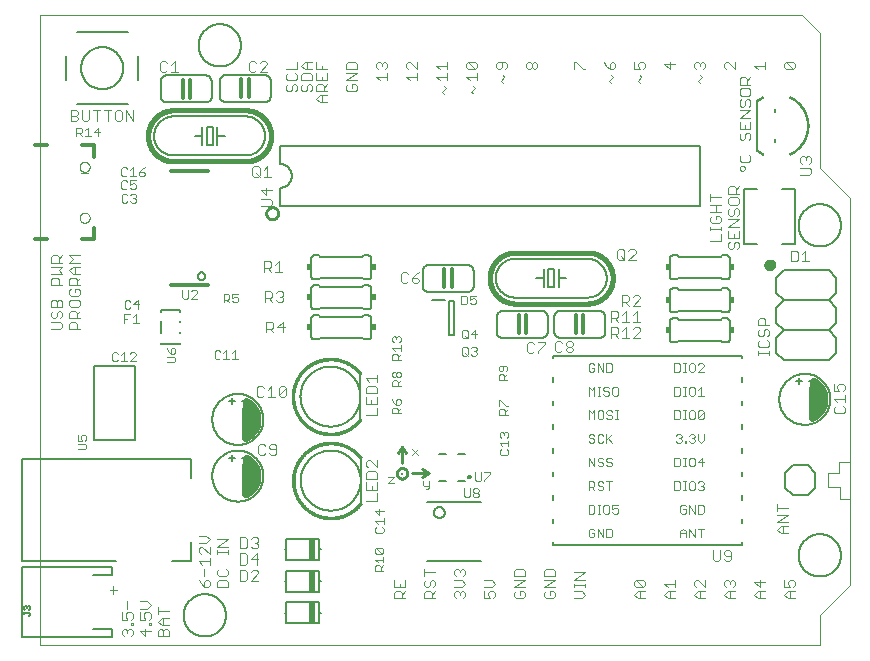
<source format=gto>
G75*
%MOIN*%
%OFA0B0*%
%FSLAX25Y25*%
%IPPOS*%
%LPD*%
%AMOC8*
5,1,8,0,0,1.08239X$1,22.5*
%
%ADD10C,0.00400*%
%ADD11C,0.00300*%
%ADD12C,0.01000*%
%ADD13C,0.00700*%
%ADD14C,0.00000*%
%ADD15C,0.01600*%
%ADD16C,0.02400*%
%ADD17C,0.01200*%
%ADD18C,0.00500*%
%ADD19C,0.00800*%
%ADD20C,0.00600*%
%ADD21C,0.00100*%
%ADD22R,0.01500X0.02000*%
%ADD23R,0.02000X0.07000*%
%ADD24C,0.00787*%
%ADD25C,0.00060*%
%ADD26C,0.00591*%
D10*
X0042443Y0008601D02*
X0042443Y0009802D01*
X0043044Y0010402D01*
X0043644Y0010402D01*
X0044245Y0009802D01*
X0044845Y0010402D01*
X0045446Y0010402D01*
X0046046Y0009802D01*
X0046046Y0008601D01*
X0045446Y0008000D01*
X0044245Y0009201D02*
X0044245Y0009802D01*
X0043044Y0008000D02*
X0042443Y0008601D01*
X0045446Y0011683D02*
X0045446Y0012284D01*
X0046046Y0012284D01*
X0046046Y0011683D01*
X0045446Y0011683D01*
X0045446Y0013525D02*
X0046046Y0014125D01*
X0046046Y0015326D01*
X0045446Y0015927D01*
X0044245Y0015927D01*
X0043644Y0015326D01*
X0043644Y0014726D01*
X0044245Y0013525D01*
X0042443Y0013525D01*
X0042443Y0015927D01*
X0044245Y0017208D02*
X0044245Y0019610D01*
X0048443Y0019610D02*
X0050845Y0019610D01*
X0052046Y0018409D01*
X0050845Y0017208D01*
X0048443Y0017208D01*
X0048443Y0015927D02*
X0048443Y0013525D01*
X0050245Y0013525D01*
X0049644Y0014726D01*
X0049644Y0015326D01*
X0050245Y0015927D01*
X0051446Y0015927D01*
X0052046Y0015326D01*
X0052046Y0014125D01*
X0051446Y0013525D01*
X0051446Y0012284D02*
X0052046Y0012284D01*
X0052046Y0011683D01*
X0051446Y0011683D01*
X0051446Y0012284D01*
X0050245Y0010402D02*
X0050245Y0008000D01*
X0048443Y0009802D01*
X0052046Y0009802D01*
X0054443Y0009802D02*
X0054443Y0008000D01*
X0058046Y0008000D01*
X0058046Y0009802D01*
X0057446Y0010402D01*
X0056845Y0010402D01*
X0056245Y0009802D01*
X0056245Y0008000D01*
X0056245Y0009802D02*
X0055644Y0010402D01*
X0055044Y0010402D01*
X0054443Y0009802D01*
X0055644Y0011683D02*
X0054443Y0012884D01*
X0055644Y0014085D01*
X0058046Y0014085D01*
X0056245Y0014085D02*
X0056245Y0011683D01*
X0055644Y0011683D02*
X0058046Y0011683D01*
X0058046Y0016567D02*
X0054443Y0016567D01*
X0054443Y0015366D02*
X0054443Y0017768D01*
X0068644Y0025601D02*
X0068043Y0026802D01*
X0068644Y0025601D02*
X0069845Y0024400D01*
X0069845Y0026202D01*
X0070445Y0026802D01*
X0071046Y0026802D01*
X0071646Y0026202D01*
X0071646Y0025001D01*
X0071046Y0024400D01*
X0069845Y0024400D01*
X0069845Y0028083D02*
X0069845Y0030485D01*
X0069244Y0031766D02*
X0068043Y0032967D01*
X0071646Y0032967D01*
X0071646Y0031766D02*
X0071646Y0034168D01*
X0071646Y0035449D02*
X0069244Y0037851D01*
X0068644Y0037851D01*
X0068043Y0037251D01*
X0068043Y0036050D01*
X0068644Y0035449D01*
X0071646Y0035449D02*
X0071646Y0037851D01*
X0070445Y0039133D02*
X0071646Y0040334D01*
X0070445Y0041535D01*
X0068043Y0041535D01*
X0068043Y0039133D02*
X0070445Y0039133D01*
X0074043Y0040307D02*
X0077646Y0040307D01*
X0074043Y0037905D01*
X0077646Y0037905D01*
X0077646Y0036650D02*
X0077646Y0035449D01*
X0077646Y0036050D02*
X0074043Y0036050D01*
X0074043Y0036650D02*
X0074043Y0035449D01*
X0074644Y0030485D02*
X0074043Y0029885D01*
X0074043Y0028684D01*
X0074644Y0028083D01*
X0077046Y0028083D01*
X0077646Y0028684D01*
X0077646Y0029885D01*
X0077046Y0030485D01*
X0077046Y0026802D02*
X0074644Y0026802D01*
X0074043Y0026202D01*
X0074043Y0024400D01*
X0077646Y0024400D01*
X0077646Y0026202D01*
X0077046Y0026802D01*
X0123843Y0053200D02*
X0127446Y0053200D01*
X0127446Y0055602D01*
X0127446Y0056883D02*
X0123843Y0056883D01*
X0123843Y0059285D01*
X0123843Y0060566D02*
X0123843Y0062368D01*
X0124444Y0062968D01*
X0126846Y0062968D01*
X0127446Y0062368D01*
X0127446Y0060566D01*
X0123843Y0060566D01*
X0125645Y0058084D02*
X0125645Y0056883D01*
X0127446Y0056883D02*
X0127446Y0059285D01*
X0127446Y0064249D02*
X0125044Y0066651D01*
X0124444Y0066651D01*
X0123843Y0066051D01*
X0123843Y0064850D01*
X0124444Y0064249D01*
X0127446Y0064249D02*
X0127446Y0066651D01*
X0127346Y0081700D02*
X0123743Y0081700D01*
X0127346Y0081700D02*
X0127346Y0084102D01*
X0127346Y0085383D02*
X0123743Y0085383D01*
X0123743Y0087785D01*
X0123743Y0089066D02*
X0123743Y0090868D01*
X0124344Y0091468D01*
X0126746Y0091468D01*
X0127346Y0090868D01*
X0127346Y0089066D01*
X0123743Y0089066D01*
X0127346Y0087785D02*
X0127346Y0085383D01*
X0125545Y0085383D02*
X0125545Y0086584D01*
X0124944Y0092749D02*
X0123743Y0093950D01*
X0127346Y0093950D01*
X0127346Y0092749D02*
X0127346Y0095151D01*
X0097115Y0090803D02*
X0094713Y0088401D01*
X0095313Y0087800D01*
X0096514Y0087800D01*
X0097115Y0088401D01*
X0097115Y0090803D01*
X0096514Y0091403D01*
X0095313Y0091403D01*
X0094713Y0090803D01*
X0094713Y0088401D01*
X0093432Y0087800D02*
X0091030Y0087800D01*
X0092231Y0087800D02*
X0092231Y0091403D01*
X0091030Y0090202D01*
X0089748Y0090803D02*
X0089148Y0091403D01*
X0087947Y0091403D01*
X0087346Y0090803D01*
X0087346Y0088401D01*
X0087947Y0087800D01*
X0089148Y0087800D01*
X0089748Y0088401D01*
X0089648Y0072103D02*
X0088447Y0072103D01*
X0087846Y0071503D01*
X0087846Y0069101D01*
X0088447Y0068500D01*
X0089648Y0068500D01*
X0090248Y0069101D01*
X0091530Y0069101D02*
X0092130Y0068500D01*
X0093331Y0068500D01*
X0093932Y0069101D01*
X0093932Y0071503D01*
X0093331Y0072103D01*
X0092130Y0072103D01*
X0091530Y0071503D01*
X0091530Y0070902D01*
X0092130Y0070302D01*
X0093932Y0070302D01*
X0090248Y0071503D02*
X0089648Y0072103D01*
X0090546Y0109300D02*
X0090546Y0112903D01*
X0092348Y0112903D01*
X0092948Y0112303D01*
X0092948Y0111102D01*
X0092348Y0110501D01*
X0090546Y0110501D01*
X0091747Y0110501D02*
X0092948Y0109300D01*
X0094230Y0111102D02*
X0096632Y0111102D01*
X0096031Y0112903D02*
X0096031Y0109300D01*
X0094230Y0111102D02*
X0096031Y0112903D01*
X0095631Y0119400D02*
X0094430Y0119400D01*
X0093830Y0120001D01*
X0092548Y0119400D02*
X0091347Y0120601D01*
X0091948Y0120601D02*
X0090146Y0120601D01*
X0090146Y0119400D02*
X0090146Y0123003D01*
X0091948Y0123003D01*
X0092548Y0122403D01*
X0092548Y0121202D01*
X0091948Y0120601D01*
X0093830Y0122403D02*
X0094430Y0123003D01*
X0095631Y0123003D01*
X0096232Y0122403D01*
X0096232Y0121802D01*
X0095631Y0121202D01*
X0096232Y0120601D01*
X0096232Y0120001D01*
X0095631Y0119400D01*
X0095631Y0121202D02*
X0095031Y0121202D01*
X0094731Y0129500D02*
X0094731Y0133103D01*
X0093530Y0131902D01*
X0092248Y0131302D02*
X0091648Y0130701D01*
X0089846Y0130701D01*
X0089846Y0129500D02*
X0089846Y0133103D01*
X0091648Y0133103D01*
X0092248Y0132503D01*
X0092248Y0131302D01*
X0091047Y0130701D02*
X0092248Y0129500D01*
X0093530Y0129500D02*
X0095932Y0129500D01*
X0091746Y0151417D02*
X0088743Y0151417D01*
X0088743Y0153819D02*
X0091746Y0153819D01*
X0092346Y0153218D01*
X0092346Y0152017D01*
X0091746Y0151417D01*
X0090545Y0155100D02*
X0090545Y0157502D01*
X0092346Y0156902D02*
X0088743Y0156902D01*
X0090545Y0155100D01*
X0090831Y0161100D02*
X0090831Y0164703D01*
X0089630Y0163502D01*
X0088348Y0164103D02*
X0088348Y0161701D01*
X0087748Y0161100D01*
X0086547Y0161100D01*
X0085946Y0161701D01*
X0085946Y0164103D01*
X0086547Y0164703D01*
X0087748Y0164703D01*
X0088348Y0164103D01*
X0087147Y0162301D02*
X0088348Y0161100D01*
X0089630Y0161100D02*
X0092032Y0161100D01*
X0046215Y0179700D02*
X0046215Y0183303D01*
X0043813Y0183303D02*
X0046215Y0179700D01*
X0043813Y0179700D02*
X0043813Y0183303D01*
X0042532Y0182703D02*
X0042532Y0180301D01*
X0041931Y0179700D01*
X0040730Y0179700D01*
X0040130Y0180301D01*
X0040130Y0182703D01*
X0040730Y0183303D01*
X0041931Y0183303D01*
X0042532Y0182703D01*
X0038848Y0183303D02*
X0036446Y0183303D01*
X0037647Y0183303D02*
X0037647Y0179700D01*
X0033964Y0179700D02*
X0033964Y0183303D01*
X0032763Y0183303D02*
X0035165Y0183303D01*
X0031482Y0183303D02*
X0031482Y0180301D01*
X0030882Y0179700D01*
X0029681Y0179700D01*
X0029080Y0180301D01*
X0029080Y0183303D01*
X0027799Y0182703D02*
X0027799Y0182102D01*
X0027199Y0181502D01*
X0025397Y0181502D01*
X0025397Y0183303D02*
X0025397Y0179700D01*
X0027199Y0179700D01*
X0027799Y0180301D01*
X0027799Y0180901D01*
X0027199Y0181502D01*
X0027799Y0182703D02*
X0027199Y0183303D01*
X0025397Y0183303D01*
X0055146Y0196701D02*
X0055747Y0196100D01*
X0056948Y0196100D01*
X0057548Y0196701D01*
X0058830Y0196100D02*
X0061232Y0196100D01*
X0060031Y0196100D02*
X0060031Y0199703D01*
X0058830Y0198502D01*
X0057548Y0199103D02*
X0056948Y0199703D01*
X0055747Y0199703D01*
X0055146Y0199103D01*
X0055146Y0196701D01*
X0084780Y0196801D02*
X0085381Y0196200D01*
X0086582Y0196200D01*
X0087182Y0196801D01*
X0088463Y0196200D02*
X0090865Y0198602D01*
X0090865Y0199203D01*
X0090265Y0199803D01*
X0089064Y0199803D01*
X0088463Y0199203D01*
X0087182Y0199203D02*
X0086582Y0199803D01*
X0085381Y0199803D01*
X0084780Y0199203D01*
X0084780Y0196801D01*
X0088463Y0196200D02*
X0090865Y0196200D01*
X0028546Y0134919D02*
X0024943Y0134919D01*
X0026144Y0133718D01*
X0024943Y0132517D01*
X0028546Y0132517D01*
X0028546Y0131236D02*
X0026144Y0131236D01*
X0024943Y0130035D01*
X0026144Y0128834D01*
X0028546Y0128834D01*
X0028546Y0127553D02*
X0027345Y0126352D01*
X0027345Y0126952D02*
X0027345Y0125151D01*
X0028546Y0125151D02*
X0024943Y0125151D01*
X0024943Y0126952D01*
X0025544Y0127553D01*
X0026745Y0127553D01*
X0027345Y0126952D01*
X0026745Y0128834D02*
X0026745Y0131236D01*
X0022546Y0131236D02*
X0021345Y0130035D01*
X0022546Y0128834D01*
X0018943Y0128834D01*
X0019544Y0127553D02*
X0020745Y0127553D01*
X0021345Y0126952D01*
X0021345Y0125151D01*
X0022546Y0125151D02*
X0018943Y0125151D01*
X0018943Y0126952D01*
X0019544Y0127553D01*
X0018943Y0131236D02*
X0022546Y0131236D01*
X0022546Y0132517D02*
X0018943Y0132517D01*
X0018943Y0134318D01*
X0019544Y0134919D01*
X0020745Y0134919D01*
X0021345Y0134318D01*
X0021345Y0132517D01*
X0021345Y0133718D02*
X0022546Y0134919D01*
X0025544Y0123869D02*
X0024943Y0123269D01*
X0024943Y0122068D01*
X0025544Y0121467D01*
X0027946Y0121467D01*
X0028546Y0122068D01*
X0028546Y0123269D01*
X0027946Y0123869D01*
X0026745Y0123869D01*
X0026745Y0122668D01*
X0027946Y0120186D02*
X0025544Y0120186D01*
X0024943Y0119586D01*
X0024943Y0118385D01*
X0025544Y0117784D01*
X0027946Y0117784D01*
X0028546Y0118385D01*
X0028546Y0119586D01*
X0027946Y0120186D01*
X0028546Y0116503D02*
X0027345Y0115302D01*
X0027345Y0115903D02*
X0027345Y0114101D01*
X0028546Y0114101D02*
X0024943Y0114101D01*
X0024943Y0115903D01*
X0025544Y0116503D01*
X0026745Y0116503D01*
X0027345Y0115903D01*
X0026745Y0112820D02*
X0027345Y0112220D01*
X0027345Y0110418D01*
X0028546Y0110418D02*
X0024943Y0110418D01*
X0024943Y0112220D01*
X0025544Y0112820D01*
X0026745Y0112820D01*
X0022546Y0112220D02*
X0021946Y0112820D01*
X0018943Y0112820D01*
X0019544Y0114101D02*
X0020144Y0114101D01*
X0020745Y0114702D01*
X0020745Y0115903D01*
X0021345Y0116503D01*
X0021946Y0116503D01*
X0022546Y0115903D01*
X0022546Y0114702D01*
X0021946Y0114101D01*
X0022546Y0112220D02*
X0022546Y0111018D01*
X0021946Y0110418D01*
X0018943Y0110418D01*
X0019544Y0114101D02*
X0018943Y0114702D01*
X0018943Y0115903D01*
X0019544Y0116503D01*
X0018943Y0117784D02*
X0018943Y0119586D01*
X0019544Y0120186D01*
X0020144Y0120186D01*
X0020745Y0119586D01*
X0020745Y0117784D01*
X0022546Y0117784D02*
X0022546Y0119586D01*
X0021946Y0120186D01*
X0021345Y0120186D01*
X0020745Y0119586D01*
X0022546Y0117784D02*
X0018943Y0117784D01*
X0135446Y0126301D02*
X0136047Y0125700D01*
X0137248Y0125700D01*
X0137848Y0126301D01*
X0139130Y0126301D02*
X0139730Y0125700D01*
X0140931Y0125700D01*
X0141532Y0126301D01*
X0141532Y0126901D01*
X0140931Y0127502D01*
X0139130Y0127502D01*
X0139130Y0126301D01*
X0139130Y0127502D02*
X0140331Y0128703D01*
X0141532Y0129303D01*
X0137848Y0128703D02*
X0137248Y0129303D01*
X0136047Y0129303D01*
X0135446Y0128703D01*
X0135446Y0126301D01*
X0177480Y0105503D02*
X0177480Y0103101D01*
X0178081Y0102500D01*
X0179282Y0102500D01*
X0179882Y0103101D01*
X0181163Y0103101D02*
X0181163Y0102500D01*
X0181163Y0103101D02*
X0183565Y0105503D01*
X0183565Y0106103D01*
X0181163Y0106103D01*
X0179882Y0105503D02*
X0179282Y0106103D01*
X0178081Y0106103D01*
X0177480Y0105503D01*
X0186746Y0105703D02*
X0186746Y0103301D01*
X0187347Y0102700D01*
X0188548Y0102700D01*
X0189148Y0103301D01*
X0190430Y0103301D02*
X0190430Y0103901D01*
X0191030Y0104502D01*
X0192231Y0104502D01*
X0192832Y0103901D01*
X0192832Y0103301D01*
X0192231Y0102700D01*
X0191030Y0102700D01*
X0190430Y0103301D01*
X0191030Y0104502D02*
X0190430Y0105102D01*
X0190430Y0105703D01*
X0191030Y0106303D01*
X0192231Y0106303D01*
X0192832Y0105703D01*
X0192832Y0105102D01*
X0192231Y0104502D01*
X0189148Y0105703D02*
X0188548Y0106303D01*
X0187347Y0106303D01*
X0186746Y0105703D01*
X0205497Y0107400D02*
X0205497Y0111003D01*
X0207299Y0111003D01*
X0207899Y0110403D01*
X0207899Y0109202D01*
X0207299Y0108601D01*
X0205497Y0108601D01*
X0206698Y0108601D02*
X0207899Y0107400D01*
X0209180Y0107400D02*
X0211582Y0107400D01*
X0210381Y0107400D02*
X0210381Y0111003D01*
X0209180Y0109802D01*
X0212863Y0110403D02*
X0213464Y0111003D01*
X0214665Y0111003D01*
X0215265Y0110403D01*
X0215265Y0109802D01*
X0212863Y0107400D01*
X0215265Y0107400D01*
X0215265Y0112800D02*
X0212863Y0112800D01*
X0214064Y0112800D02*
X0214064Y0116403D01*
X0212863Y0115202D01*
X0211582Y0112800D02*
X0209180Y0112800D01*
X0210381Y0112800D02*
X0210381Y0116403D01*
X0209180Y0115202D01*
X0207899Y0114602D02*
X0207299Y0114001D01*
X0205497Y0114001D01*
X0205497Y0112800D02*
X0205497Y0116403D01*
X0207299Y0116403D01*
X0207899Y0115803D01*
X0207899Y0114602D01*
X0206698Y0114001D02*
X0207899Y0112800D01*
X0209080Y0118200D02*
X0209080Y0121803D01*
X0210882Y0121803D01*
X0211482Y0121203D01*
X0211482Y0120002D01*
X0210882Y0119401D01*
X0209080Y0119401D01*
X0210281Y0119401D02*
X0211482Y0118200D01*
X0212763Y0118200D02*
X0215165Y0120602D01*
X0215165Y0121203D01*
X0214565Y0121803D01*
X0213364Y0121803D01*
X0212763Y0121203D01*
X0212763Y0118200D02*
X0215165Y0118200D01*
X0213632Y0133500D02*
X0211230Y0133500D01*
X0213632Y0135902D01*
X0213632Y0136503D01*
X0213031Y0137103D01*
X0211830Y0137103D01*
X0211230Y0136503D01*
X0209948Y0136503D02*
X0209948Y0134101D01*
X0209348Y0133500D01*
X0208147Y0133500D01*
X0207546Y0134101D01*
X0207546Y0136503D01*
X0208147Y0137103D01*
X0209348Y0137103D01*
X0209948Y0136503D01*
X0208747Y0134701D02*
X0209948Y0133500D01*
X0238593Y0139606D02*
X0242196Y0139606D01*
X0242196Y0142008D01*
X0242196Y0143289D02*
X0242196Y0144490D01*
X0242196Y0143890D02*
X0238593Y0143890D01*
X0238593Y0144490D02*
X0238593Y0143289D01*
X0239194Y0145745D02*
X0238593Y0146345D01*
X0238593Y0147546D01*
X0239194Y0148147D01*
X0240395Y0148147D02*
X0240395Y0146946D01*
X0240395Y0148147D02*
X0241596Y0148147D01*
X0242196Y0147546D01*
X0242196Y0146345D01*
X0241596Y0145745D01*
X0239194Y0145745D01*
X0238593Y0149428D02*
X0242196Y0149428D01*
X0240395Y0149428D02*
X0240395Y0151830D01*
X0242196Y0151830D02*
X0238593Y0151830D01*
X0238593Y0153111D02*
X0238593Y0155513D01*
X0238593Y0154312D02*
X0242196Y0154312D01*
X0244593Y0153685D02*
X0245194Y0154285D01*
X0247596Y0154285D01*
X0248196Y0153685D01*
X0248196Y0152484D01*
X0247596Y0151883D01*
X0245194Y0151883D01*
X0244593Y0152484D01*
X0244593Y0153685D01*
X0244593Y0155566D02*
X0244593Y0157368D01*
X0245194Y0157968D01*
X0246395Y0157968D01*
X0246995Y0157368D01*
X0246995Y0155566D01*
X0246995Y0156767D02*
X0248196Y0157968D01*
X0248196Y0155566D02*
X0244593Y0155566D01*
X0245194Y0150602D02*
X0244593Y0150002D01*
X0244593Y0148801D01*
X0245194Y0148200D01*
X0245794Y0148200D01*
X0246395Y0148801D01*
X0246395Y0150002D01*
X0246995Y0150602D01*
X0247596Y0150602D01*
X0248196Y0150002D01*
X0248196Y0148801D01*
X0247596Y0148200D01*
X0248196Y0146919D02*
X0244593Y0146919D01*
X0244593Y0144517D02*
X0248196Y0146919D01*
X0248196Y0144517D02*
X0244593Y0144517D01*
X0244593Y0143236D02*
X0244593Y0140834D01*
X0248196Y0140834D01*
X0248196Y0143236D01*
X0246395Y0142035D02*
X0246395Y0140834D01*
X0246995Y0139553D02*
X0247596Y0139553D01*
X0248196Y0138952D01*
X0248196Y0137751D01*
X0247596Y0137151D01*
X0246395Y0137751D02*
X0246395Y0138952D01*
X0246995Y0139553D01*
X0245194Y0139553D02*
X0244593Y0138952D01*
X0244593Y0137751D01*
X0245194Y0137151D01*
X0245794Y0137151D01*
X0246395Y0137751D01*
X0265296Y0136553D02*
X0265296Y0132950D01*
X0267098Y0132950D01*
X0267698Y0133551D01*
X0267698Y0135953D01*
X0267098Y0136553D01*
X0265296Y0136553D01*
X0268980Y0135352D02*
X0270181Y0136553D01*
X0270181Y0132950D01*
X0268980Y0132950D02*
X0271382Y0132950D01*
X0256345Y0114024D02*
X0255144Y0114024D01*
X0254543Y0113423D01*
X0254543Y0111622D01*
X0258146Y0111622D01*
X0256945Y0111622D02*
X0256945Y0113423D01*
X0256345Y0114024D01*
X0256945Y0110341D02*
X0257546Y0110341D01*
X0258146Y0109740D01*
X0258146Y0108539D01*
X0257546Y0107939D01*
X0257546Y0106657D02*
X0258146Y0106057D01*
X0258146Y0104856D01*
X0257546Y0104255D01*
X0255144Y0104255D01*
X0254543Y0104856D01*
X0254543Y0106057D01*
X0255144Y0106657D01*
X0255144Y0107939D02*
X0255744Y0107939D01*
X0256345Y0108539D01*
X0256345Y0109740D01*
X0256945Y0110341D01*
X0255144Y0110341D02*
X0254543Y0109740D01*
X0254543Y0108539D01*
X0255144Y0107939D01*
X0254543Y0103001D02*
X0254543Y0101800D01*
X0254543Y0102401D02*
X0258146Y0102401D01*
X0258146Y0103001D02*
X0258146Y0101800D01*
X0279743Y0092068D02*
X0279743Y0089666D01*
X0281545Y0089666D01*
X0280944Y0090867D01*
X0280944Y0091468D01*
X0281545Y0092068D01*
X0282746Y0092068D01*
X0283346Y0091468D01*
X0283346Y0090267D01*
X0282746Y0089666D01*
X0283346Y0088385D02*
X0283346Y0085983D01*
X0283346Y0087184D02*
X0279743Y0087184D01*
X0280944Y0085983D01*
X0280344Y0084702D02*
X0279743Y0084102D01*
X0279743Y0082901D01*
X0280344Y0082300D01*
X0282746Y0082300D01*
X0283346Y0082901D01*
X0283346Y0084102D01*
X0282746Y0084702D01*
X0260943Y0052068D02*
X0260943Y0049666D01*
X0260943Y0050867D02*
X0264546Y0050867D01*
X0264546Y0048385D02*
X0260943Y0048385D01*
X0260943Y0045983D02*
X0264546Y0048385D01*
X0264546Y0045983D02*
X0260943Y0045983D01*
X0262144Y0044702D02*
X0264546Y0044702D01*
X0262745Y0044702D02*
X0262745Y0042300D01*
X0262144Y0042300D02*
X0264546Y0042300D01*
X0262144Y0042300D02*
X0260943Y0043501D01*
X0262144Y0044702D01*
X0245448Y0036103D02*
X0245448Y0033701D01*
X0244848Y0033100D01*
X0243647Y0033100D01*
X0243046Y0033701D01*
X0241765Y0033701D02*
X0241765Y0036703D01*
X0243046Y0036103D02*
X0243046Y0035502D01*
X0243647Y0034902D01*
X0245448Y0034902D01*
X0245448Y0036103D02*
X0244848Y0036703D01*
X0243647Y0036703D01*
X0243046Y0036103D01*
X0241765Y0033701D02*
X0241165Y0033100D01*
X0239964Y0033100D01*
X0239363Y0033701D01*
X0239363Y0036703D01*
X0268493Y0161834D02*
X0271496Y0161834D01*
X0272096Y0162434D01*
X0272096Y0163635D01*
X0271496Y0164236D01*
X0268493Y0164236D01*
X0269094Y0165517D02*
X0268493Y0166117D01*
X0268493Y0167318D01*
X0269094Y0167919D01*
X0269694Y0167919D01*
X0270295Y0167318D01*
X0270895Y0167919D01*
X0271496Y0167919D01*
X0272096Y0167318D01*
X0272096Y0166117D01*
X0271496Y0165517D01*
X0270295Y0166718D02*
X0270295Y0167318D01*
X0251946Y0166720D02*
X0251946Y0167921D01*
X0251346Y0168521D01*
X0251946Y0166720D02*
X0251346Y0166119D01*
X0248944Y0166119D01*
X0248343Y0166720D01*
X0248343Y0167921D01*
X0248944Y0168521D01*
X0248944Y0164852D02*
X0249544Y0164852D01*
X0250145Y0164251D01*
X0250145Y0163651D01*
X0249544Y0163050D01*
X0248944Y0163050D01*
X0248343Y0163651D01*
X0248343Y0164251D01*
X0248944Y0164852D01*
X0248944Y0173486D02*
X0249544Y0173486D01*
X0250145Y0174086D01*
X0250145Y0175287D01*
X0250745Y0175888D01*
X0251346Y0175888D01*
X0251946Y0175287D01*
X0251946Y0174086D01*
X0251346Y0173486D01*
X0248944Y0173486D02*
X0248343Y0174086D01*
X0248343Y0175287D01*
X0248944Y0175888D01*
X0248343Y0177169D02*
X0251946Y0177169D01*
X0251946Y0179571D01*
X0251946Y0180852D02*
X0248343Y0180852D01*
X0251946Y0183254D01*
X0248343Y0183254D01*
X0248944Y0184535D02*
X0249544Y0184535D01*
X0250145Y0185136D01*
X0250145Y0186337D01*
X0250745Y0186937D01*
X0251346Y0186937D01*
X0251946Y0186337D01*
X0251946Y0185136D01*
X0251346Y0184535D01*
X0248944Y0184535D02*
X0248343Y0185136D01*
X0248343Y0186337D01*
X0248944Y0186937D01*
X0248944Y0188218D02*
X0251346Y0188218D01*
X0251946Y0188819D01*
X0251946Y0190020D01*
X0251346Y0190620D01*
X0248944Y0190620D01*
X0248343Y0190020D01*
X0248343Y0188819D01*
X0248944Y0188218D01*
X0248343Y0191901D02*
X0248343Y0193703D01*
X0248944Y0194303D01*
X0250145Y0194303D01*
X0250745Y0193703D01*
X0250745Y0191901D01*
X0250745Y0193102D02*
X0251946Y0194303D01*
X0251946Y0191901D02*
X0248343Y0191901D01*
X0248343Y0179571D02*
X0248343Y0177169D01*
X0250145Y0177169D02*
X0250145Y0178370D01*
D11*
X0235193Y0192450D02*
X0234576Y0193067D01*
X0235810Y0194302D01*
X0235193Y0194919D01*
X0236279Y0196967D02*
X0236896Y0197584D01*
X0236896Y0198818D01*
X0236279Y0199436D01*
X0235662Y0199436D01*
X0235045Y0198818D01*
X0235045Y0198201D01*
X0235045Y0198818D02*
X0234428Y0199436D01*
X0233810Y0199436D01*
X0233193Y0198818D01*
X0233193Y0197584D01*
X0233810Y0196967D01*
X0226896Y0198818D02*
X0223193Y0198818D01*
X0225045Y0196967D01*
X0225045Y0199436D01*
X0216896Y0198818D02*
X0216896Y0197584D01*
X0216279Y0196967D01*
X0215045Y0196967D02*
X0214428Y0198201D01*
X0214428Y0198818D01*
X0215045Y0199436D01*
X0216279Y0199436D01*
X0216896Y0198818D01*
X0215045Y0196967D02*
X0213193Y0196967D01*
X0213193Y0199436D01*
X0214993Y0194919D02*
X0215610Y0194302D01*
X0214376Y0193067D01*
X0214993Y0192450D01*
X0206010Y0194302D02*
X0205393Y0194919D01*
X0206010Y0194302D02*
X0204776Y0193067D01*
X0205393Y0192450D01*
X0205045Y0196967D02*
X0205045Y0198818D01*
X0205662Y0199436D01*
X0206279Y0199436D01*
X0206896Y0198818D01*
X0206896Y0197584D01*
X0206279Y0196967D01*
X0205045Y0196967D01*
X0203810Y0198201D01*
X0203193Y0199436D01*
X0196896Y0196967D02*
X0196279Y0196967D01*
X0193810Y0199436D01*
X0193193Y0199436D01*
X0193193Y0196967D01*
X0180896Y0197584D02*
X0180279Y0196967D01*
X0179662Y0196967D01*
X0179045Y0197584D01*
X0179045Y0198818D01*
X0179662Y0199436D01*
X0180279Y0199436D01*
X0180896Y0198818D01*
X0180896Y0197584D01*
X0179045Y0197584D02*
X0178428Y0196967D01*
X0177810Y0196967D01*
X0177193Y0197584D01*
X0177193Y0198818D01*
X0177810Y0199436D01*
X0178428Y0199436D01*
X0179045Y0198818D01*
X0170896Y0198818D02*
X0170279Y0199436D01*
X0167810Y0199436D01*
X0167193Y0198818D01*
X0167193Y0197584D01*
X0167810Y0196967D01*
X0168428Y0196967D01*
X0169045Y0197584D01*
X0169045Y0199436D01*
X0170896Y0198818D02*
X0170896Y0197584D01*
X0170279Y0196967D01*
X0169293Y0195019D02*
X0169910Y0194402D01*
X0168676Y0193167D01*
X0169293Y0192550D01*
X0160896Y0193284D02*
X0160896Y0195752D01*
X0160896Y0194518D02*
X0157193Y0194518D01*
X0158428Y0193284D01*
X0159493Y0191419D02*
X0160110Y0190802D01*
X0158876Y0189567D01*
X0159493Y0188950D01*
X0160279Y0196967D02*
X0157810Y0196967D01*
X0157193Y0197584D01*
X0157193Y0198818D01*
X0157810Y0199436D01*
X0160279Y0196967D01*
X0160896Y0197584D01*
X0160896Y0198818D01*
X0160279Y0199436D01*
X0157810Y0199436D01*
X0150896Y0199436D02*
X0150896Y0196967D01*
X0150896Y0195752D02*
X0150896Y0193284D01*
X0150896Y0194518D02*
X0147193Y0194518D01*
X0148428Y0193284D01*
X0149793Y0191319D02*
X0150410Y0190702D01*
X0149176Y0189467D01*
X0149793Y0188850D01*
X0148428Y0196967D02*
X0147193Y0198201D01*
X0150896Y0198201D01*
X0140896Y0196967D02*
X0138428Y0199436D01*
X0137810Y0199436D01*
X0137193Y0198818D01*
X0137193Y0197584D01*
X0137810Y0196967D01*
X0137193Y0194518D02*
X0140896Y0194518D01*
X0140896Y0193284D02*
X0140896Y0195752D01*
X0140896Y0196967D02*
X0140896Y0199436D01*
X0137193Y0194518D02*
X0138428Y0193284D01*
X0130896Y0193284D02*
X0130896Y0195752D01*
X0130896Y0194518D02*
X0127193Y0194518D01*
X0128428Y0193284D01*
X0127810Y0196967D02*
X0127193Y0197584D01*
X0127193Y0198818D01*
X0127810Y0199436D01*
X0128428Y0199436D01*
X0129045Y0198818D01*
X0129662Y0199436D01*
X0130279Y0199436D01*
X0130896Y0198818D01*
X0130896Y0197584D01*
X0130279Y0196967D01*
X0129045Y0198201D02*
X0129045Y0198818D01*
X0120896Y0198818D02*
X0120896Y0196967D01*
X0117193Y0196967D01*
X0117193Y0198818D01*
X0117810Y0199436D01*
X0120279Y0199436D01*
X0120896Y0198818D01*
X0120896Y0195752D02*
X0117193Y0195752D01*
X0117193Y0193284D02*
X0120896Y0195752D01*
X0120896Y0193284D02*
X0117193Y0193284D01*
X0117810Y0192069D02*
X0117193Y0191452D01*
X0117193Y0190218D01*
X0117810Y0189601D01*
X0120279Y0189601D01*
X0120896Y0190218D01*
X0120896Y0191452D01*
X0120279Y0192069D01*
X0119045Y0192069D01*
X0119045Y0190835D01*
X0110896Y0192069D02*
X0109662Y0190835D01*
X0109662Y0191452D02*
X0109662Y0189601D01*
X0110896Y0189601D02*
X0107193Y0189601D01*
X0107193Y0191452D01*
X0107810Y0192069D01*
X0109045Y0192069D01*
X0109662Y0191452D01*
X0109045Y0193284D02*
X0109045Y0194518D01*
X0110896Y0193284D02*
X0110896Y0195752D01*
X0110896Y0196967D02*
X0107193Y0196967D01*
X0107193Y0199436D01*
X0105896Y0199436D02*
X0103428Y0199436D01*
X0102193Y0198201D01*
X0103428Y0196967D01*
X0105896Y0196967D01*
X0105279Y0195752D02*
X0102810Y0195752D01*
X0102193Y0195135D01*
X0102193Y0193284D01*
X0105896Y0193284D01*
X0105896Y0195135D01*
X0105279Y0195752D01*
X0104045Y0196967D02*
X0104045Y0199436D01*
X0100896Y0199436D02*
X0100896Y0196967D01*
X0097193Y0196967D01*
X0097810Y0195752D02*
X0097193Y0195135D01*
X0097193Y0193901D01*
X0097810Y0193284D01*
X0100279Y0193284D01*
X0100896Y0193901D01*
X0100896Y0195135D01*
X0100279Y0195752D01*
X0100279Y0192069D02*
X0100896Y0191452D01*
X0100896Y0190218D01*
X0100279Y0189601D01*
X0099045Y0190218D02*
X0099045Y0191452D01*
X0099662Y0192069D01*
X0100279Y0192069D01*
X0102193Y0191452D02*
X0102193Y0190218D01*
X0102810Y0189601D01*
X0103428Y0189601D01*
X0104045Y0190218D01*
X0104045Y0191452D01*
X0104662Y0192069D01*
X0105279Y0192069D01*
X0105896Y0191452D01*
X0105896Y0190218D01*
X0105279Y0189601D01*
X0107193Y0187152D02*
X0108428Y0188386D01*
X0110896Y0188386D01*
X0109045Y0188386D02*
X0109045Y0185917D01*
X0108428Y0185917D02*
X0107193Y0187152D01*
X0108428Y0185917D02*
X0110896Y0185917D01*
X0102810Y0192069D02*
X0102193Y0191452D01*
X0099045Y0190218D02*
X0098428Y0189601D01*
X0097810Y0189601D01*
X0097193Y0190218D01*
X0097193Y0191452D01*
X0097810Y0192069D01*
X0107193Y0193284D02*
X0107193Y0195752D01*
X0109045Y0196967D02*
X0109045Y0198201D01*
X0110896Y0193284D02*
X0107193Y0193284D01*
X0050024Y0164252D02*
X0049057Y0163769D01*
X0048089Y0162801D01*
X0049541Y0162801D01*
X0050024Y0162317D01*
X0050024Y0161834D01*
X0049541Y0161350D01*
X0048573Y0161350D01*
X0048089Y0161834D01*
X0048089Y0162801D01*
X0047078Y0161350D02*
X0045143Y0161350D01*
X0046110Y0161350D02*
X0046110Y0164252D01*
X0045143Y0163285D01*
X0044131Y0163769D02*
X0043648Y0164252D01*
X0042680Y0164252D01*
X0042196Y0163769D01*
X0042196Y0161834D01*
X0042680Y0161350D01*
X0043648Y0161350D01*
X0044131Y0161834D01*
X0043648Y0159952D02*
X0042680Y0159952D01*
X0042196Y0159469D01*
X0042196Y0157534D01*
X0042680Y0157050D01*
X0043648Y0157050D01*
X0044131Y0157534D01*
X0045143Y0157534D02*
X0045627Y0157050D01*
X0046594Y0157050D01*
X0047078Y0157534D01*
X0047078Y0158501D01*
X0046594Y0158985D01*
X0046110Y0158985D01*
X0045143Y0158501D01*
X0045143Y0159952D01*
X0047078Y0159952D01*
X0044131Y0159469D02*
X0043648Y0159952D01*
X0043748Y0155452D02*
X0042780Y0155452D01*
X0042296Y0154969D01*
X0042296Y0153034D01*
X0042780Y0152550D01*
X0043748Y0152550D01*
X0044231Y0153034D01*
X0045243Y0153034D02*
X0045727Y0152550D01*
X0046694Y0152550D01*
X0047178Y0153034D01*
X0047178Y0153517D01*
X0046694Y0154001D01*
X0046210Y0154001D01*
X0046694Y0154001D02*
X0047178Y0154485D01*
X0047178Y0154969D01*
X0046694Y0155452D01*
X0045727Y0155452D01*
X0045243Y0154969D01*
X0044231Y0154969D02*
X0043748Y0155452D01*
X0034601Y0174650D02*
X0034601Y0177552D01*
X0033150Y0176101D01*
X0035085Y0176101D01*
X0032138Y0174650D02*
X0030203Y0174650D01*
X0031171Y0174650D02*
X0031171Y0177552D01*
X0030203Y0176585D01*
X0029192Y0177069D02*
X0029192Y0176101D01*
X0028708Y0175617D01*
X0027257Y0175617D01*
X0027257Y0174650D02*
X0027257Y0177552D01*
X0028708Y0177552D01*
X0029192Y0177069D01*
X0028224Y0175617D02*
X0029192Y0174650D01*
X0062596Y0123452D02*
X0062596Y0121034D01*
X0063080Y0120550D01*
X0064048Y0120550D01*
X0064531Y0121034D01*
X0064531Y0123452D01*
X0065543Y0122969D02*
X0066027Y0123452D01*
X0066994Y0123452D01*
X0067478Y0122969D01*
X0067478Y0122485D01*
X0065543Y0120550D01*
X0067478Y0120550D01*
X0076296Y0120217D02*
X0077748Y0120217D01*
X0078231Y0120701D01*
X0078231Y0121669D01*
X0077748Y0122152D01*
X0076296Y0122152D01*
X0076296Y0119250D01*
X0077264Y0120217D02*
X0078231Y0119250D01*
X0079243Y0119734D02*
X0079727Y0119250D01*
X0080694Y0119250D01*
X0081178Y0119734D01*
X0081178Y0120701D01*
X0080694Y0121185D01*
X0080210Y0121185D01*
X0079243Y0120701D01*
X0079243Y0122152D01*
X0081178Y0122152D01*
X0060196Y0103648D02*
X0059713Y0104131D01*
X0059229Y0104131D01*
X0058745Y0103648D01*
X0058745Y0102197D01*
X0059713Y0102197D01*
X0060196Y0102680D01*
X0060196Y0103648D01*
X0058745Y0102197D02*
X0057778Y0103164D01*
X0057294Y0104131D01*
X0057294Y0101185D02*
X0059713Y0101185D01*
X0060196Y0100701D01*
X0060196Y0099734D01*
X0059713Y0099250D01*
X0057294Y0099250D01*
X0046985Y0099750D02*
X0045050Y0099750D01*
X0046985Y0101685D01*
X0046985Y0102169D01*
X0046501Y0102652D01*
X0045534Y0102652D01*
X0045050Y0102169D01*
X0043071Y0102652D02*
X0043071Y0099750D01*
X0044038Y0099750D02*
X0042103Y0099750D01*
X0041092Y0100234D02*
X0040608Y0099750D01*
X0039641Y0099750D01*
X0039157Y0100234D01*
X0039157Y0102169D01*
X0039641Y0102652D01*
X0040608Y0102652D01*
X0041092Y0102169D01*
X0042103Y0101685D02*
X0043071Y0102652D01*
X0043250Y0112450D02*
X0043250Y0115352D01*
X0045185Y0115352D01*
X0046196Y0114385D02*
X0047164Y0115352D01*
X0047164Y0112450D01*
X0048131Y0112450D02*
X0046196Y0112450D01*
X0044217Y0113901D02*
X0043250Y0113901D01*
X0043780Y0117150D02*
X0044748Y0117150D01*
X0045231Y0117634D01*
X0046243Y0118601D02*
X0048178Y0118601D01*
X0047694Y0117150D02*
X0047694Y0120052D01*
X0046243Y0118601D01*
X0045231Y0119569D02*
X0044748Y0120052D01*
X0043780Y0120052D01*
X0043296Y0119569D01*
X0043296Y0117634D01*
X0043780Y0117150D01*
X0073296Y0102769D02*
X0073296Y0100834D01*
X0073780Y0100350D01*
X0074748Y0100350D01*
X0075231Y0100834D01*
X0076243Y0100350D02*
X0078178Y0100350D01*
X0077210Y0100350D02*
X0077210Y0103252D01*
X0076243Y0102285D01*
X0075231Y0102769D02*
X0074748Y0103252D01*
X0073780Y0103252D01*
X0073296Y0102769D01*
X0079189Y0102285D02*
X0080157Y0103252D01*
X0080157Y0100350D01*
X0081124Y0100350D02*
X0079189Y0100350D01*
X0030596Y0074648D02*
X0030596Y0073680D01*
X0030113Y0073197D01*
X0029145Y0073197D02*
X0028661Y0074164D01*
X0028661Y0074648D01*
X0029145Y0075131D01*
X0030113Y0075131D01*
X0030596Y0074648D01*
X0029145Y0073197D02*
X0027694Y0073197D01*
X0027694Y0075131D01*
X0027694Y0072185D02*
X0030113Y0072185D01*
X0030596Y0071701D01*
X0030596Y0070734D01*
X0030113Y0070250D01*
X0027694Y0070250D01*
X0081766Y0040990D02*
X0081766Y0037287D01*
X0083617Y0037287D01*
X0084235Y0037904D01*
X0084235Y0040373D01*
X0083617Y0040990D01*
X0081766Y0040990D01*
X0085449Y0040373D02*
X0086066Y0040990D01*
X0087300Y0040990D01*
X0087918Y0040373D01*
X0087918Y0039756D01*
X0087300Y0039139D01*
X0087918Y0038521D01*
X0087918Y0037904D01*
X0087300Y0037287D01*
X0086066Y0037287D01*
X0085449Y0037904D01*
X0086683Y0039139D02*
X0087300Y0039139D01*
X0087300Y0035590D02*
X0085449Y0033739D01*
X0087918Y0033739D01*
X0087300Y0035590D02*
X0087300Y0031887D01*
X0087300Y0030190D02*
X0086066Y0030190D01*
X0085449Y0029573D01*
X0084235Y0029573D02*
X0083617Y0030190D01*
X0081766Y0030190D01*
X0081766Y0026487D01*
X0083617Y0026487D01*
X0084235Y0027104D01*
X0084235Y0029573D01*
X0083617Y0031887D02*
X0084235Y0032504D01*
X0084235Y0034973D01*
X0083617Y0035590D01*
X0081766Y0035590D01*
X0081766Y0031887D01*
X0083617Y0031887D01*
X0087300Y0030190D02*
X0087918Y0029573D01*
X0087918Y0028956D01*
X0085449Y0026487D01*
X0087918Y0026487D01*
X0126694Y0029650D02*
X0126694Y0031101D01*
X0127178Y0031585D01*
X0128145Y0031585D01*
X0128629Y0031101D01*
X0128629Y0029650D01*
X0129596Y0029650D02*
X0126694Y0029650D01*
X0128629Y0030617D02*
X0129596Y0031585D01*
X0129596Y0032597D02*
X0129596Y0034531D01*
X0129596Y0033564D02*
X0126694Y0033564D01*
X0127661Y0032597D01*
X0127178Y0035543D02*
X0126694Y0036027D01*
X0126694Y0036994D01*
X0127178Y0037478D01*
X0129113Y0035543D01*
X0129596Y0036027D01*
X0129596Y0036994D01*
X0129113Y0037478D01*
X0127178Y0037478D01*
X0127178Y0035543D02*
X0129113Y0035543D01*
X0129213Y0042450D02*
X0127278Y0042450D01*
X0126794Y0042934D01*
X0126794Y0043901D01*
X0127278Y0044385D01*
X0127761Y0045397D02*
X0126794Y0046364D01*
X0129696Y0046364D01*
X0129696Y0045397D02*
X0129696Y0047331D01*
X0128245Y0048343D02*
X0126794Y0049794D01*
X0129696Y0049794D01*
X0128245Y0050278D02*
X0128245Y0048343D01*
X0129213Y0044385D02*
X0129696Y0043901D01*
X0129696Y0042934D01*
X0129213Y0042450D01*
X0143193Y0030485D02*
X0143193Y0028016D01*
X0143193Y0029251D02*
X0146896Y0029251D01*
X0146279Y0026802D02*
X0146896Y0026185D01*
X0146896Y0024950D01*
X0146279Y0024333D01*
X0146896Y0023119D02*
X0145662Y0021884D01*
X0145662Y0022502D02*
X0145662Y0020650D01*
X0146896Y0020650D02*
X0143193Y0020650D01*
X0143193Y0022502D01*
X0143810Y0023119D01*
X0145045Y0023119D01*
X0145662Y0022502D01*
X0144428Y0024333D02*
X0145045Y0024950D01*
X0145045Y0026185D01*
X0145662Y0026802D01*
X0146279Y0026802D01*
X0143810Y0026802D02*
X0143193Y0026185D01*
X0143193Y0024950D01*
X0143810Y0024333D01*
X0144428Y0024333D01*
X0136896Y0024333D02*
X0136896Y0026802D01*
X0135045Y0025568D02*
X0135045Y0024333D01*
X0135045Y0023119D02*
X0133810Y0023119D01*
X0133193Y0022502D01*
X0133193Y0020650D01*
X0136896Y0020650D01*
X0135662Y0020650D02*
X0135662Y0022502D01*
X0135045Y0023119D01*
X0135662Y0021884D02*
X0136896Y0023119D01*
X0136896Y0024333D02*
X0133193Y0024333D01*
X0133193Y0026802D01*
X0153193Y0026802D02*
X0155662Y0026802D01*
X0156896Y0025568D01*
X0155662Y0024333D01*
X0153193Y0024333D01*
X0153810Y0023119D02*
X0154428Y0023119D01*
X0155045Y0022502D01*
X0155662Y0023119D01*
X0156279Y0023119D01*
X0156896Y0022502D01*
X0156896Y0021267D01*
X0156279Y0020650D01*
X0155045Y0021884D02*
X0155045Y0022502D01*
X0153810Y0023119D02*
X0153193Y0022502D01*
X0153193Y0021267D01*
X0153810Y0020650D01*
X0153810Y0028016D02*
X0153193Y0028633D01*
X0153193Y0029868D01*
X0153810Y0030485D01*
X0154428Y0030485D01*
X0155045Y0029868D01*
X0155662Y0030485D01*
X0156279Y0030485D01*
X0156896Y0029868D01*
X0156896Y0028633D01*
X0156279Y0028016D01*
X0155045Y0029251D02*
X0155045Y0029868D01*
X0163193Y0026802D02*
X0165662Y0026802D01*
X0166896Y0025568D01*
X0165662Y0024333D01*
X0163193Y0024333D01*
X0163193Y0023119D02*
X0163193Y0020650D01*
X0165045Y0020650D01*
X0164428Y0021884D01*
X0164428Y0022502D01*
X0165045Y0023119D01*
X0166279Y0023119D01*
X0166896Y0022502D01*
X0166896Y0021267D01*
X0166279Y0020650D01*
X0173193Y0021267D02*
X0173810Y0020650D01*
X0176279Y0020650D01*
X0176896Y0021267D01*
X0176896Y0022502D01*
X0176279Y0023119D01*
X0175045Y0023119D01*
X0175045Y0021884D01*
X0173810Y0023119D02*
X0173193Y0022502D01*
X0173193Y0021267D01*
X0173193Y0024333D02*
X0176896Y0026802D01*
X0173193Y0026802D01*
X0173193Y0028016D02*
X0173193Y0029868D01*
X0173810Y0030485D01*
X0176279Y0030485D01*
X0176896Y0029868D01*
X0176896Y0028016D01*
X0173193Y0028016D01*
X0173193Y0024333D02*
X0176896Y0024333D01*
X0183193Y0024333D02*
X0186896Y0026802D01*
X0183193Y0026802D01*
X0183193Y0028016D02*
X0183193Y0029868D01*
X0183810Y0030485D01*
X0186279Y0030485D01*
X0186896Y0029868D01*
X0186896Y0028016D01*
X0183193Y0028016D01*
X0183193Y0024333D02*
X0186896Y0024333D01*
X0186279Y0023119D02*
X0185045Y0023119D01*
X0185045Y0021884D01*
X0183810Y0020650D02*
X0186279Y0020650D01*
X0186896Y0021267D01*
X0186896Y0022502D01*
X0186279Y0023119D01*
X0183810Y0023119D02*
X0183193Y0022502D01*
X0183193Y0021267D01*
X0183810Y0020650D01*
X0193193Y0020650D02*
X0195662Y0020650D01*
X0196896Y0021884D01*
X0195662Y0023119D01*
X0193193Y0023119D01*
X0193193Y0024333D02*
X0193193Y0025568D01*
X0193193Y0024950D02*
X0196896Y0024950D01*
X0196896Y0024333D02*
X0196896Y0025568D01*
X0196896Y0026789D02*
X0193193Y0026789D01*
X0196896Y0029257D01*
X0193193Y0029257D01*
X0198495Y0040991D02*
X0199463Y0040991D01*
X0199946Y0041475D01*
X0199946Y0042442D01*
X0198979Y0042442D01*
X0198011Y0041475D02*
X0198495Y0040991D01*
X0198011Y0041475D02*
X0198011Y0043410D01*
X0198495Y0043893D01*
X0199463Y0043893D01*
X0199946Y0043410D01*
X0200958Y0043893D02*
X0202893Y0040991D01*
X0202893Y0043893D01*
X0203904Y0043893D02*
X0205356Y0043893D01*
X0205839Y0043410D01*
X0205839Y0041475D01*
X0205356Y0040991D01*
X0203904Y0040991D01*
X0203904Y0043893D01*
X0200958Y0043893D02*
X0200958Y0040991D01*
X0200958Y0048865D02*
X0201925Y0048865D01*
X0201442Y0048865D02*
X0201442Y0051767D01*
X0201925Y0051767D02*
X0200958Y0051767D01*
X0199946Y0051284D02*
X0199463Y0051767D01*
X0198011Y0051767D01*
X0198011Y0048865D01*
X0199463Y0048865D01*
X0199946Y0049349D01*
X0199946Y0051284D01*
X0202922Y0051284D02*
X0202922Y0049349D01*
X0203406Y0048865D01*
X0204374Y0048865D01*
X0204857Y0049349D01*
X0204857Y0051284D01*
X0204374Y0051767D01*
X0203406Y0051767D01*
X0202922Y0051284D01*
X0205869Y0051767D02*
X0205869Y0050316D01*
X0206836Y0050800D01*
X0207320Y0050800D01*
X0207804Y0050316D01*
X0207804Y0049349D01*
X0207320Y0048865D01*
X0206353Y0048865D01*
X0205869Y0049349D01*
X0205869Y0051767D02*
X0207804Y0051767D01*
X0204872Y0056739D02*
X0204872Y0059641D01*
X0205839Y0059641D02*
X0203904Y0059641D01*
X0202893Y0059158D02*
X0202409Y0059641D01*
X0201442Y0059641D01*
X0200958Y0059158D01*
X0200958Y0058674D01*
X0201442Y0058190D01*
X0202409Y0058190D01*
X0202893Y0057706D01*
X0202893Y0057223D01*
X0202409Y0056739D01*
X0201442Y0056739D01*
X0200958Y0057223D01*
X0199946Y0056739D02*
X0198979Y0057706D01*
X0199463Y0057706D02*
X0198011Y0057706D01*
X0198011Y0056739D02*
X0198011Y0059641D01*
X0199463Y0059641D01*
X0199946Y0059158D01*
X0199946Y0058190D01*
X0199463Y0057706D01*
X0199946Y0064613D02*
X0199946Y0067515D01*
X0200958Y0067032D02*
X0201442Y0067515D01*
X0202409Y0067515D01*
X0202893Y0067032D01*
X0203904Y0067032D02*
X0203904Y0066548D01*
X0204388Y0066064D01*
X0205356Y0066064D01*
X0205839Y0065580D01*
X0205839Y0065097D01*
X0205356Y0064613D01*
X0204388Y0064613D01*
X0203904Y0065097D01*
X0202893Y0065097D02*
X0202409Y0064613D01*
X0201442Y0064613D01*
X0200958Y0065097D01*
X0201442Y0066064D02*
X0202409Y0066064D01*
X0202893Y0065580D01*
X0202893Y0065097D01*
X0201442Y0066064D02*
X0200958Y0066548D01*
X0200958Y0067032D01*
X0199946Y0064613D02*
X0198011Y0067515D01*
X0198011Y0064613D01*
X0203904Y0067032D02*
X0204388Y0067515D01*
X0205356Y0067515D01*
X0205839Y0067032D01*
X0205839Y0072487D02*
X0204388Y0073938D01*
X0203904Y0073454D02*
X0205839Y0075389D01*
X0203904Y0075389D02*
X0203904Y0072487D01*
X0202893Y0072971D02*
X0202409Y0072487D01*
X0201442Y0072487D01*
X0200958Y0072971D01*
X0200958Y0074906D01*
X0201442Y0075389D01*
X0202409Y0075389D01*
X0202893Y0074906D01*
X0199946Y0074906D02*
X0199463Y0075389D01*
X0198495Y0075389D01*
X0198011Y0074906D01*
X0198011Y0074422D01*
X0198495Y0073938D01*
X0199463Y0073938D01*
X0199946Y0073454D01*
X0199946Y0072971D01*
X0199463Y0072487D01*
X0198495Y0072487D01*
X0198011Y0072971D01*
X0198011Y0080361D02*
X0198011Y0083263D01*
X0198979Y0082296D01*
X0199946Y0083263D01*
X0199946Y0080361D01*
X0200958Y0080845D02*
X0201442Y0080361D01*
X0202409Y0080361D01*
X0202893Y0080845D01*
X0202893Y0082780D01*
X0202409Y0083263D01*
X0201442Y0083263D01*
X0200958Y0082780D01*
X0200958Y0080845D01*
X0203904Y0080845D02*
X0204388Y0080361D01*
X0205356Y0080361D01*
X0205839Y0080845D01*
X0205839Y0081329D01*
X0205356Y0081812D01*
X0204388Y0081812D01*
X0203904Y0082296D01*
X0203904Y0082780D01*
X0204388Y0083263D01*
X0205356Y0083263D01*
X0205839Y0082780D01*
X0206851Y0083263D02*
X0207818Y0083263D01*
X0207335Y0083263D02*
X0207335Y0080361D01*
X0207818Y0080361D02*
X0206851Y0080361D01*
X0207320Y0088235D02*
X0207804Y0088719D01*
X0207804Y0090654D01*
X0207320Y0091138D01*
X0206353Y0091138D01*
X0205869Y0090654D01*
X0205869Y0088719D01*
X0206353Y0088235D01*
X0207320Y0088235D01*
X0204857Y0088719D02*
X0204857Y0089203D01*
X0204374Y0089686D01*
X0203406Y0089686D01*
X0202922Y0090170D01*
X0202922Y0090654D01*
X0203406Y0091138D01*
X0204374Y0091138D01*
X0204857Y0090654D01*
X0204857Y0088719D02*
X0204374Y0088235D01*
X0203406Y0088235D01*
X0202922Y0088719D01*
X0201925Y0088235D02*
X0200958Y0088235D01*
X0201442Y0088235D02*
X0201442Y0091138D01*
X0201925Y0091138D02*
X0200958Y0091138D01*
X0199946Y0091138D02*
X0199946Y0088235D01*
X0198011Y0088235D02*
X0198011Y0091138D01*
X0198979Y0090170D01*
X0199946Y0091138D01*
X0199463Y0096109D02*
X0198495Y0096109D01*
X0198011Y0096593D01*
X0198011Y0098528D01*
X0198495Y0099012D01*
X0199463Y0099012D01*
X0199946Y0098528D01*
X0199946Y0097560D02*
X0198979Y0097560D01*
X0199946Y0097560D02*
X0199946Y0096593D01*
X0199463Y0096109D01*
X0200958Y0096109D02*
X0200958Y0099012D01*
X0202893Y0096109D01*
X0202893Y0099012D01*
X0203904Y0099012D02*
X0205356Y0099012D01*
X0205839Y0098528D01*
X0205839Y0096593D01*
X0205356Y0096109D01*
X0203904Y0096109D01*
X0203904Y0099012D01*
X0226578Y0099012D02*
X0226578Y0096109D01*
X0228029Y0096109D01*
X0228513Y0096593D01*
X0228513Y0098528D01*
X0228029Y0099012D01*
X0226578Y0099012D01*
X0229524Y0099012D02*
X0230492Y0099012D01*
X0230008Y0099012D02*
X0230008Y0096109D01*
X0229524Y0096109D02*
X0230492Y0096109D01*
X0231488Y0096593D02*
X0231972Y0096109D01*
X0232940Y0096109D01*
X0233423Y0096593D01*
X0233423Y0098528D01*
X0232940Y0099012D01*
X0231972Y0099012D01*
X0231488Y0098528D01*
X0231488Y0096593D01*
X0234435Y0096109D02*
X0236370Y0098044D01*
X0236370Y0098528D01*
X0235886Y0099012D01*
X0234919Y0099012D01*
X0234435Y0098528D01*
X0234435Y0096109D02*
X0236370Y0096109D01*
X0235402Y0091138D02*
X0235402Y0088235D01*
X0234435Y0088235D02*
X0236370Y0088235D01*
X0234435Y0090170D02*
X0235402Y0091138D01*
X0233423Y0090654D02*
X0232940Y0091138D01*
X0231972Y0091138D01*
X0231488Y0090654D01*
X0231488Y0088719D01*
X0231972Y0088235D01*
X0232940Y0088235D01*
X0233423Y0088719D01*
X0233423Y0090654D01*
X0230492Y0091138D02*
X0229524Y0091138D01*
X0230008Y0091138D02*
X0230008Y0088235D01*
X0229524Y0088235D02*
X0230492Y0088235D01*
X0228513Y0088719D02*
X0228513Y0090654D01*
X0228029Y0091138D01*
X0226578Y0091138D01*
X0226578Y0088235D01*
X0228029Y0088235D01*
X0228513Y0088719D01*
X0228029Y0083263D02*
X0226578Y0083263D01*
X0226578Y0080361D01*
X0228029Y0080361D01*
X0228513Y0080845D01*
X0228513Y0082780D01*
X0228029Y0083263D01*
X0229524Y0083263D02*
X0230492Y0083263D01*
X0230008Y0083263D02*
X0230008Y0080361D01*
X0229524Y0080361D02*
X0230492Y0080361D01*
X0231488Y0080845D02*
X0231972Y0080361D01*
X0232940Y0080361D01*
X0233423Y0080845D01*
X0233423Y0082780D01*
X0232940Y0083263D01*
X0231972Y0083263D01*
X0231488Y0082780D01*
X0231488Y0080845D01*
X0234435Y0080845D02*
X0234435Y0082780D01*
X0234919Y0083263D01*
X0235886Y0083263D01*
X0236370Y0082780D01*
X0234435Y0080845D01*
X0234919Y0080361D01*
X0235886Y0080361D01*
X0236370Y0080845D01*
X0236370Y0082780D01*
X0236370Y0075389D02*
X0236370Y0073454D01*
X0235402Y0072487D01*
X0234435Y0073454D01*
X0234435Y0075389D01*
X0233423Y0074906D02*
X0233423Y0074422D01*
X0232940Y0073938D01*
X0233423Y0073454D01*
X0233423Y0072971D01*
X0232940Y0072487D01*
X0231972Y0072487D01*
X0231488Y0072971D01*
X0230499Y0072971D02*
X0230499Y0072487D01*
X0230015Y0072487D01*
X0230015Y0072971D01*
X0230499Y0072971D01*
X0229004Y0072971D02*
X0228520Y0072487D01*
X0227552Y0072487D01*
X0227069Y0072971D01*
X0228036Y0073938D02*
X0228520Y0073938D01*
X0229004Y0073454D01*
X0229004Y0072971D01*
X0228520Y0073938D02*
X0229004Y0074422D01*
X0229004Y0074906D01*
X0228520Y0075389D01*
X0227552Y0075389D01*
X0227069Y0074906D01*
X0231488Y0074906D02*
X0231972Y0075389D01*
X0232940Y0075389D01*
X0233423Y0074906D01*
X0232940Y0073938D02*
X0232456Y0073938D01*
X0232940Y0067515D02*
X0231972Y0067515D01*
X0231488Y0067032D01*
X0231488Y0065097D01*
X0231972Y0064613D01*
X0232940Y0064613D01*
X0233423Y0065097D01*
X0233423Y0067032D01*
X0232940Y0067515D01*
X0234435Y0066064D02*
X0236370Y0066064D01*
X0235886Y0064613D02*
X0235886Y0067515D01*
X0234435Y0066064D01*
X0230492Y0064613D02*
X0229524Y0064613D01*
X0230008Y0064613D02*
X0230008Y0067515D01*
X0229524Y0067515D02*
X0230492Y0067515D01*
X0228513Y0067032D02*
X0228029Y0067515D01*
X0226578Y0067515D01*
X0226578Y0064613D01*
X0228029Y0064613D01*
X0228513Y0065097D01*
X0228513Y0067032D01*
X0228029Y0059641D02*
X0226578Y0059641D01*
X0226578Y0056739D01*
X0228029Y0056739D01*
X0228513Y0057223D01*
X0228513Y0059158D01*
X0228029Y0059641D01*
X0229524Y0059641D02*
X0230492Y0059641D01*
X0230008Y0059641D02*
X0230008Y0056739D01*
X0229524Y0056739D02*
X0230492Y0056739D01*
X0231488Y0057223D02*
X0231972Y0056739D01*
X0232940Y0056739D01*
X0233423Y0057223D01*
X0233423Y0059158D01*
X0232940Y0059641D01*
X0231972Y0059641D01*
X0231488Y0059158D01*
X0231488Y0057223D01*
X0234435Y0057223D02*
X0234919Y0056739D01*
X0235886Y0056739D01*
X0236370Y0057223D01*
X0236370Y0057706D01*
X0235886Y0058190D01*
X0235402Y0058190D01*
X0235886Y0058190D02*
X0236370Y0058674D01*
X0236370Y0059158D01*
X0235886Y0059641D01*
X0234919Y0059641D01*
X0234435Y0059158D01*
X0234435Y0051767D02*
X0235886Y0051767D01*
X0236370Y0051284D01*
X0236370Y0049349D01*
X0235886Y0048865D01*
X0234435Y0048865D01*
X0234435Y0051767D01*
X0233423Y0051767D02*
X0233423Y0048865D01*
X0231488Y0051767D01*
X0231488Y0048865D01*
X0230477Y0049349D02*
X0230477Y0050316D01*
X0229509Y0050316D01*
X0228542Y0049349D02*
X0229026Y0048865D01*
X0229993Y0048865D01*
X0230477Y0049349D01*
X0230477Y0051284D02*
X0229993Y0051767D01*
X0229026Y0051767D01*
X0228542Y0051284D01*
X0228542Y0049349D01*
X0229509Y0043893D02*
X0230477Y0042926D01*
X0230477Y0040991D01*
X0231488Y0040991D02*
X0231488Y0043893D01*
X0233423Y0040991D01*
X0233423Y0043893D01*
X0234435Y0043893D02*
X0236370Y0043893D01*
X0235402Y0043893D02*
X0235402Y0040991D01*
X0230477Y0042442D02*
X0228542Y0042442D01*
X0228542Y0042926D02*
X0229509Y0043893D01*
X0228542Y0042926D02*
X0228542Y0040991D01*
X0226896Y0026802D02*
X0226896Y0024333D01*
X0226896Y0023119D02*
X0224428Y0023119D01*
X0223193Y0021884D01*
X0224428Y0020650D01*
X0226896Y0020650D01*
X0225045Y0020650D02*
X0225045Y0023119D01*
X0224428Y0024333D02*
X0223193Y0025568D01*
X0226896Y0025568D01*
X0233193Y0026185D02*
X0233193Y0024950D01*
X0233810Y0024333D01*
X0234428Y0023119D02*
X0236896Y0023119D01*
X0236896Y0024333D02*
X0234428Y0026802D01*
X0233810Y0026802D01*
X0233193Y0026185D01*
X0236896Y0026802D02*
X0236896Y0024333D01*
X0235045Y0023119D02*
X0235045Y0020650D01*
X0234428Y0020650D02*
X0233193Y0021884D01*
X0234428Y0023119D01*
X0234428Y0020650D02*
X0236896Y0020650D01*
X0243193Y0021884D02*
X0244428Y0020650D01*
X0246896Y0020650D01*
X0245045Y0020650D02*
X0245045Y0023119D01*
X0244428Y0023119D02*
X0246896Y0023119D01*
X0246279Y0024333D02*
X0246896Y0024950D01*
X0246896Y0026185D01*
X0246279Y0026802D01*
X0245662Y0026802D01*
X0245045Y0026185D01*
X0245045Y0025568D01*
X0245045Y0026185D02*
X0244428Y0026802D01*
X0243810Y0026802D01*
X0243193Y0026185D01*
X0243193Y0024950D01*
X0243810Y0024333D01*
X0244428Y0023119D02*
X0243193Y0021884D01*
X0253193Y0021884D02*
X0254428Y0020650D01*
X0256896Y0020650D01*
X0255045Y0020650D02*
X0255045Y0023119D01*
X0254428Y0023119D02*
X0256896Y0023119D01*
X0255045Y0024333D02*
X0255045Y0026802D01*
X0256896Y0026185D02*
X0253193Y0026185D01*
X0255045Y0024333D01*
X0254428Y0023119D02*
X0253193Y0021884D01*
X0263193Y0021884D02*
X0264428Y0020650D01*
X0266896Y0020650D01*
X0265045Y0020650D02*
X0265045Y0023119D01*
X0264428Y0023119D02*
X0266896Y0023119D01*
X0266279Y0024333D02*
X0266896Y0024950D01*
X0266896Y0026185D01*
X0266279Y0026802D01*
X0265045Y0026802D01*
X0264428Y0026185D01*
X0264428Y0025568D01*
X0265045Y0024333D01*
X0263193Y0024333D01*
X0263193Y0026802D01*
X0264428Y0023119D02*
X0263193Y0021884D01*
X0216896Y0020650D02*
X0214428Y0020650D01*
X0213193Y0021884D01*
X0214428Y0023119D01*
X0216896Y0023119D01*
X0216279Y0024333D02*
X0213810Y0024333D01*
X0213193Y0024950D01*
X0213193Y0026185D01*
X0213810Y0026802D01*
X0216279Y0024333D01*
X0216896Y0024950D01*
X0216896Y0026185D01*
X0216279Y0026802D01*
X0213810Y0026802D01*
X0215045Y0023119D02*
X0215045Y0020650D01*
X0161378Y0054834D02*
X0160894Y0054350D01*
X0159927Y0054350D01*
X0159443Y0054834D01*
X0159443Y0055317D01*
X0159927Y0055801D01*
X0160894Y0055801D01*
X0161378Y0055317D01*
X0161378Y0054834D01*
X0160894Y0055801D02*
X0161378Y0056285D01*
X0161378Y0056769D01*
X0160894Y0057252D01*
X0159927Y0057252D01*
X0159443Y0056769D01*
X0159443Y0056285D01*
X0159927Y0055801D01*
X0158431Y0054834D02*
X0158431Y0057252D01*
X0156496Y0057252D02*
X0156496Y0054834D01*
X0156980Y0054350D01*
X0157948Y0054350D01*
X0158431Y0054834D01*
X0160694Y0059693D02*
X0161661Y0059693D01*
X0162145Y0060177D01*
X0162145Y0062595D01*
X0163157Y0062595D02*
X0165092Y0062595D01*
X0165092Y0062112D01*
X0163157Y0060177D01*
X0163157Y0059693D01*
X0160694Y0059693D02*
X0160210Y0060177D01*
X0160210Y0062595D01*
X0168294Y0068834D02*
X0168778Y0068350D01*
X0170713Y0068350D01*
X0171196Y0068834D01*
X0171196Y0069801D01*
X0170713Y0070285D01*
X0171196Y0071297D02*
X0171196Y0073231D01*
X0171196Y0072264D02*
X0168294Y0072264D01*
X0169261Y0071297D01*
X0168778Y0070285D02*
X0168294Y0069801D01*
X0168294Y0068834D01*
X0168778Y0074243D02*
X0168294Y0074727D01*
X0168294Y0075694D01*
X0168778Y0076178D01*
X0169261Y0076178D01*
X0169745Y0075694D01*
X0170229Y0076178D01*
X0170713Y0076178D01*
X0171196Y0075694D01*
X0171196Y0074727D01*
X0170713Y0074243D01*
X0169745Y0075211D02*
X0169745Y0075694D01*
X0170029Y0081850D02*
X0170029Y0083301D01*
X0169545Y0083785D01*
X0168578Y0083785D01*
X0168094Y0083301D01*
X0168094Y0081850D01*
X0170996Y0081850D01*
X0170029Y0082817D02*
X0170996Y0083785D01*
X0170996Y0084797D02*
X0170513Y0084797D01*
X0168578Y0086731D01*
X0168094Y0086731D01*
X0168094Y0084797D01*
X0167994Y0093350D02*
X0167994Y0094801D01*
X0168478Y0095285D01*
X0169445Y0095285D01*
X0169929Y0094801D01*
X0169929Y0093350D01*
X0170896Y0093350D02*
X0167994Y0093350D01*
X0169929Y0094317D02*
X0170896Y0095285D01*
X0170413Y0096297D02*
X0170896Y0096780D01*
X0170896Y0097748D01*
X0170413Y0098231D01*
X0168478Y0098231D01*
X0167994Y0097748D01*
X0167994Y0096780D01*
X0168478Y0096297D01*
X0168961Y0096297D01*
X0169445Y0096780D01*
X0169445Y0098231D01*
X0160678Y0102034D02*
X0160194Y0101550D01*
X0159227Y0101550D01*
X0158743Y0102034D01*
X0157731Y0102034D02*
X0157248Y0101550D01*
X0156280Y0101550D01*
X0155796Y0102034D01*
X0155796Y0103969D01*
X0156280Y0104452D01*
X0157248Y0104452D01*
X0157731Y0103969D01*
X0157731Y0102034D01*
X0157731Y0101550D02*
X0156764Y0102517D01*
X0158743Y0103969D02*
X0159227Y0104452D01*
X0160194Y0104452D01*
X0160678Y0103969D01*
X0160678Y0103485D01*
X0160194Y0103001D01*
X0160678Y0102517D01*
X0160678Y0102034D01*
X0160194Y0103001D02*
X0159710Y0103001D01*
X0160194Y0107250D02*
X0160194Y0110152D01*
X0158743Y0108701D01*
X0160678Y0108701D01*
X0157731Y0107734D02*
X0157248Y0107250D01*
X0156280Y0107250D01*
X0155796Y0107734D01*
X0155796Y0109669D01*
X0156280Y0110152D01*
X0157248Y0110152D01*
X0157731Y0109669D01*
X0157731Y0107734D01*
X0157731Y0107250D02*
X0156764Y0108217D01*
X0157001Y0118650D02*
X0157485Y0119134D01*
X0157485Y0121069D01*
X0157001Y0121552D01*
X0155550Y0121552D01*
X0155550Y0118650D01*
X0157001Y0118650D01*
X0158496Y0119134D02*
X0158980Y0118650D01*
X0159948Y0118650D01*
X0160431Y0119134D01*
X0160431Y0120101D01*
X0159948Y0120585D01*
X0159464Y0120585D01*
X0158496Y0120101D01*
X0158496Y0121552D01*
X0160431Y0121552D01*
X0135396Y0107494D02*
X0135396Y0106527D01*
X0134913Y0106043D01*
X0135396Y0105031D02*
X0135396Y0103097D01*
X0135396Y0104064D02*
X0132494Y0104064D01*
X0133461Y0103097D01*
X0132978Y0102085D02*
X0133945Y0102085D01*
X0134429Y0101601D01*
X0134429Y0100150D01*
X0135396Y0100150D02*
X0132494Y0100150D01*
X0132494Y0101601D01*
X0132978Y0102085D01*
X0134429Y0101117D02*
X0135396Y0102085D01*
X0132978Y0106043D02*
X0132494Y0106527D01*
X0132494Y0107494D01*
X0132978Y0107978D01*
X0133461Y0107978D01*
X0133945Y0107494D01*
X0134429Y0107978D01*
X0134913Y0107978D01*
X0135396Y0107494D01*
X0133945Y0107494D02*
X0133945Y0107011D01*
X0133461Y0096231D02*
X0133945Y0095748D01*
X0133945Y0094780D01*
X0133461Y0094297D01*
X0132978Y0094297D01*
X0132494Y0094780D01*
X0132494Y0095748D01*
X0132978Y0096231D01*
X0133461Y0096231D01*
X0133945Y0095748D02*
X0134429Y0096231D01*
X0134913Y0096231D01*
X0135396Y0095748D01*
X0135396Y0094780D01*
X0134913Y0094297D01*
X0134429Y0094297D01*
X0133945Y0094780D01*
X0133945Y0093285D02*
X0134429Y0092801D01*
X0134429Y0091350D01*
X0135396Y0091350D02*
X0132494Y0091350D01*
X0132494Y0092801D01*
X0132978Y0093285D01*
X0133945Y0093285D01*
X0134429Y0092317D02*
X0135396Y0093285D01*
X0134813Y0087131D02*
X0134329Y0087131D01*
X0133845Y0086648D01*
X0133845Y0085197D01*
X0134813Y0085197D01*
X0135296Y0085680D01*
X0135296Y0086648D01*
X0134813Y0087131D01*
X0133845Y0085197D02*
X0132878Y0086164D01*
X0132394Y0087131D01*
X0132878Y0084185D02*
X0133845Y0084185D01*
X0134329Y0083701D01*
X0134329Y0082250D01*
X0135296Y0082250D02*
X0132394Y0082250D01*
X0132394Y0083701D01*
X0132878Y0084185D01*
X0134329Y0083217D02*
X0135296Y0084185D01*
X0139096Y0070285D02*
X0141031Y0068350D01*
X0139096Y0068350D02*
X0141031Y0070285D01*
X0133031Y0060985D02*
X0131096Y0060985D01*
X0131096Y0059050D02*
X0133031Y0059050D01*
X0133031Y0060985D02*
X0131096Y0059050D01*
X0142696Y0058434D02*
X0143180Y0057950D01*
X0144631Y0057950D01*
X0144631Y0057466D02*
X0144148Y0056983D01*
X0143664Y0056983D01*
X0144631Y0057466D02*
X0144631Y0059885D01*
X0142696Y0059885D02*
X0142696Y0058434D01*
X0040765Y0023402D02*
X0038296Y0023402D01*
X0039531Y0024636D02*
X0039531Y0022167D01*
X0243193Y0197584D02*
X0243810Y0196967D01*
X0243193Y0197584D02*
X0243193Y0198818D01*
X0243810Y0199436D01*
X0244428Y0199436D01*
X0246896Y0196967D01*
X0246896Y0199436D01*
X0253193Y0198201D02*
X0254428Y0196967D01*
X0253193Y0198201D02*
X0256896Y0198201D01*
X0256896Y0196967D02*
X0256896Y0199436D01*
X0263193Y0198818D02*
X0263810Y0199436D01*
X0266279Y0196967D01*
X0266896Y0197584D01*
X0266896Y0198818D01*
X0266279Y0199436D01*
X0263810Y0199436D01*
X0263193Y0198818D02*
X0263193Y0197584D01*
X0263810Y0196967D01*
X0266279Y0196967D01*
D12*
X0090546Y0149000D02*
X0090548Y0149089D01*
X0090554Y0149178D01*
X0090564Y0149267D01*
X0090578Y0149355D01*
X0090595Y0149442D01*
X0090617Y0149528D01*
X0090643Y0149614D01*
X0090672Y0149698D01*
X0090705Y0149781D01*
X0090741Y0149862D01*
X0090782Y0149942D01*
X0090825Y0150019D01*
X0090872Y0150095D01*
X0090923Y0150168D01*
X0090976Y0150239D01*
X0091033Y0150308D01*
X0091093Y0150374D01*
X0091156Y0150438D01*
X0091221Y0150498D01*
X0091289Y0150556D01*
X0091360Y0150610D01*
X0091433Y0150661D01*
X0091508Y0150709D01*
X0091585Y0150754D01*
X0091664Y0150795D01*
X0091745Y0150832D01*
X0091827Y0150866D01*
X0091911Y0150897D01*
X0091996Y0150923D01*
X0092082Y0150946D01*
X0092169Y0150964D01*
X0092257Y0150979D01*
X0092346Y0150990D01*
X0092435Y0150997D01*
X0092524Y0151000D01*
X0092613Y0150999D01*
X0092702Y0150994D01*
X0092790Y0150985D01*
X0092879Y0150972D01*
X0092966Y0150955D01*
X0093053Y0150935D01*
X0093139Y0150910D01*
X0093223Y0150882D01*
X0093306Y0150850D01*
X0093388Y0150814D01*
X0093468Y0150775D01*
X0093546Y0150732D01*
X0093622Y0150686D01*
X0093696Y0150636D01*
X0093768Y0150583D01*
X0093837Y0150527D01*
X0093904Y0150468D01*
X0093968Y0150406D01*
X0094029Y0150342D01*
X0094088Y0150274D01*
X0094143Y0150204D01*
X0094195Y0150132D01*
X0094244Y0150057D01*
X0094289Y0149981D01*
X0094331Y0149902D01*
X0094369Y0149822D01*
X0094404Y0149740D01*
X0094435Y0149656D01*
X0094463Y0149571D01*
X0094486Y0149485D01*
X0094506Y0149398D01*
X0094522Y0149311D01*
X0094534Y0149222D01*
X0094542Y0149134D01*
X0094546Y0149045D01*
X0094546Y0148955D01*
X0094542Y0148866D01*
X0094534Y0148778D01*
X0094522Y0148689D01*
X0094506Y0148602D01*
X0094486Y0148515D01*
X0094463Y0148429D01*
X0094435Y0148344D01*
X0094404Y0148260D01*
X0094369Y0148178D01*
X0094331Y0148098D01*
X0094289Y0148019D01*
X0094244Y0147943D01*
X0094195Y0147868D01*
X0094143Y0147796D01*
X0094088Y0147726D01*
X0094029Y0147658D01*
X0093968Y0147594D01*
X0093904Y0147532D01*
X0093837Y0147473D01*
X0093768Y0147417D01*
X0093696Y0147364D01*
X0093622Y0147314D01*
X0093546Y0147268D01*
X0093468Y0147225D01*
X0093388Y0147186D01*
X0093306Y0147150D01*
X0093223Y0147118D01*
X0093139Y0147090D01*
X0093053Y0147065D01*
X0092966Y0147045D01*
X0092879Y0147028D01*
X0092790Y0147015D01*
X0092702Y0147006D01*
X0092613Y0147001D01*
X0092524Y0147000D01*
X0092435Y0147003D01*
X0092346Y0147010D01*
X0092257Y0147021D01*
X0092169Y0147036D01*
X0092082Y0147054D01*
X0091996Y0147077D01*
X0091911Y0147103D01*
X0091827Y0147134D01*
X0091745Y0147168D01*
X0091664Y0147205D01*
X0091585Y0147246D01*
X0091508Y0147291D01*
X0091433Y0147339D01*
X0091360Y0147390D01*
X0091289Y0147444D01*
X0091221Y0147502D01*
X0091156Y0147562D01*
X0091093Y0147626D01*
X0091033Y0147692D01*
X0090976Y0147761D01*
X0090923Y0147832D01*
X0090872Y0147905D01*
X0090825Y0147981D01*
X0090782Y0148058D01*
X0090741Y0148138D01*
X0090705Y0148219D01*
X0090672Y0148302D01*
X0090643Y0148386D01*
X0090617Y0148472D01*
X0090595Y0148558D01*
X0090578Y0148645D01*
X0090564Y0148733D01*
X0090554Y0148822D01*
X0090548Y0148911D01*
X0090546Y0149000D01*
X0135846Y0071100D02*
X0137146Y0069050D01*
X0135846Y0071100D02*
X0135846Y0065600D01*
X0134546Y0069050D02*
X0135846Y0071100D01*
X0142596Y0063600D02*
X0144646Y0062300D01*
X0142596Y0061000D01*
X0144646Y0062300D02*
X0139146Y0062300D01*
X0134100Y0062300D02*
X0134102Y0062383D01*
X0134108Y0062466D01*
X0134118Y0062548D01*
X0134132Y0062630D01*
X0134149Y0062712D01*
X0134171Y0062792D01*
X0134196Y0062871D01*
X0134225Y0062949D01*
X0134258Y0063025D01*
X0134294Y0063100D01*
X0134334Y0063173D01*
X0134377Y0063244D01*
X0134424Y0063313D01*
X0134474Y0063379D01*
X0134526Y0063443D01*
X0134582Y0063505D01*
X0134641Y0063564D01*
X0134703Y0063620D01*
X0134767Y0063672D01*
X0134833Y0063722D01*
X0134902Y0063769D01*
X0134973Y0063812D01*
X0135046Y0063852D01*
X0135121Y0063888D01*
X0135197Y0063921D01*
X0135275Y0063950D01*
X0135354Y0063975D01*
X0135434Y0063997D01*
X0135516Y0064014D01*
X0135598Y0064028D01*
X0135680Y0064038D01*
X0135763Y0064044D01*
X0135846Y0064046D01*
X0135929Y0064044D01*
X0136012Y0064038D01*
X0136094Y0064028D01*
X0136176Y0064014D01*
X0136258Y0063997D01*
X0136338Y0063975D01*
X0136417Y0063950D01*
X0136495Y0063921D01*
X0136571Y0063888D01*
X0136646Y0063852D01*
X0136719Y0063812D01*
X0136790Y0063769D01*
X0136859Y0063722D01*
X0136925Y0063672D01*
X0136989Y0063620D01*
X0137051Y0063564D01*
X0137110Y0063505D01*
X0137166Y0063443D01*
X0137218Y0063379D01*
X0137268Y0063313D01*
X0137315Y0063244D01*
X0137358Y0063173D01*
X0137398Y0063100D01*
X0137434Y0063025D01*
X0137467Y0062949D01*
X0137496Y0062871D01*
X0137521Y0062792D01*
X0137543Y0062712D01*
X0137560Y0062630D01*
X0137574Y0062548D01*
X0137584Y0062466D01*
X0137590Y0062383D01*
X0137592Y0062300D01*
X0137590Y0062217D01*
X0137584Y0062134D01*
X0137574Y0062052D01*
X0137560Y0061970D01*
X0137543Y0061888D01*
X0137521Y0061808D01*
X0137496Y0061729D01*
X0137467Y0061651D01*
X0137434Y0061575D01*
X0137398Y0061500D01*
X0137358Y0061427D01*
X0137315Y0061356D01*
X0137268Y0061287D01*
X0137218Y0061221D01*
X0137166Y0061157D01*
X0137110Y0061095D01*
X0137051Y0061036D01*
X0136989Y0060980D01*
X0136925Y0060928D01*
X0136859Y0060878D01*
X0136790Y0060831D01*
X0136719Y0060788D01*
X0136646Y0060748D01*
X0136571Y0060712D01*
X0136495Y0060679D01*
X0136417Y0060650D01*
X0136338Y0060625D01*
X0136258Y0060603D01*
X0136176Y0060586D01*
X0136094Y0060572D01*
X0136012Y0060562D01*
X0135929Y0060556D01*
X0135846Y0060554D01*
X0135763Y0060556D01*
X0135680Y0060562D01*
X0135598Y0060572D01*
X0135516Y0060586D01*
X0135434Y0060603D01*
X0135354Y0060625D01*
X0135275Y0060650D01*
X0135197Y0060679D01*
X0135121Y0060712D01*
X0135046Y0060748D01*
X0134973Y0060788D01*
X0134902Y0060831D01*
X0134833Y0060878D01*
X0134767Y0060928D01*
X0134703Y0060980D01*
X0134641Y0061036D01*
X0134582Y0061095D01*
X0134526Y0061157D01*
X0134474Y0061221D01*
X0134424Y0061287D01*
X0134377Y0061356D01*
X0134334Y0061427D01*
X0134294Y0061500D01*
X0134258Y0061575D01*
X0134225Y0061651D01*
X0134196Y0061729D01*
X0134171Y0061808D01*
X0134149Y0061888D01*
X0134132Y0061970D01*
X0134118Y0062052D01*
X0134108Y0062134D01*
X0134102Y0062217D01*
X0134100Y0062300D01*
D13*
X0135746Y0062300D02*
X0135748Y0062320D01*
X0135754Y0062338D01*
X0135763Y0062356D01*
X0135775Y0062371D01*
X0135790Y0062383D01*
X0135808Y0062392D01*
X0135826Y0062398D01*
X0135846Y0062400D01*
X0135866Y0062398D01*
X0135884Y0062392D01*
X0135902Y0062383D01*
X0135917Y0062371D01*
X0135929Y0062356D01*
X0135938Y0062338D01*
X0135944Y0062320D01*
X0135946Y0062300D01*
X0135944Y0062280D01*
X0135938Y0062262D01*
X0135929Y0062244D01*
X0135917Y0062229D01*
X0135902Y0062217D01*
X0135884Y0062208D01*
X0135866Y0062202D01*
X0135846Y0062200D01*
X0135826Y0062202D01*
X0135808Y0062208D01*
X0135790Y0062217D01*
X0135775Y0062229D01*
X0135763Y0062244D01*
X0135754Y0062262D01*
X0135748Y0062280D01*
X0135746Y0062300D01*
D14*
X0015046Y0005000D02*
X0015046Y0215000D01*
X0269046Y0215000D01*
X0275046Y0209000D01*
X0275046Y0164000D01*
X0285046Y0154000D01*
X0285046Y0025000D01*
X0275046Y0015000D01*
X0275046Y0005000D01*
X0015046Y0005000D01*
X0028335Y0147520D02*
X0028337Y0147601D01*
X0028343Y0147683D01*
X0028353Y0147764D01*
X0028367Y0147844D01*
X0028384Y0147923D01*
X0028406Y0148002D01*
X0028431Y0148079D01*
X0028460Y0148156D01*
X0028493Y0148230D01*
X0028530Y0148303D01*
X0028569Y0148374D01*
X0028613Y0148443D01*
X0028659Y0148510D01*
X0028709Y0148574D01*
X0028762Y0148636D01*
X0028818Y0148696D01*
X0028876Y0148752D01*
X0028938Y0148806D01*
X0029002Y0148857D01*
X0029068Y0148904D01*
X0029136Y0148948D01*
X0029207Y0148989D01*
X0029279Y0149026D01*
X0029354Y0149060D01*
X0029429Y0149090D01*
X0029507Y0149116D01*
X0029585Y0149139D01*
X0029664Y0149157D01*
X0029744Y0149172D01*
X0029825Y0149183D01*
X0029906Y0149190D01*
X0029988Y0149193D01*
X0030069Y0149192D01*
X0030150Y0149187D01*
X0030231Y0149178D01*
X0030312Y0149165D01*
X0030392Y0149148D01*
X0030470Y0149128D01*
X0030548Y0149103D01*
X0030625Y0149075D01*
X0030700Y0149043D01*
X0030773Y0149008D01*
X0030844Y0148969D01*
X0030914Y0148926D01*
X0030981Y0148881D01*
X0031047Y0148832D01*
X0031109Y0148780D01*
X0031169Y0148724D01*
X0031226Y0148666D01*
X0031281Y0148606D01*
X0031332Y0148542D01*
X0031380Y0148477D01*
X0031425Y0148409D01*
X0031467Y0148339D01*
X0031505Y0148267D01*
X0031540Y0148193D01*
X0031571Y0148118D01*
X0031598Y0148041D01*
X0031621Y0147963D01*
X0031641Y0147884D01*
X0031657Y0147804D01*
X0031669Y0147723D01*
X0031677Y0147642D01*
X0031681Y0147561D01*
X0031681Y0147479D01*
X0031677Y0147398D01*
X0031669Y0147317D01*
X0031657Y0147236D01*
X0031641Y0147156D01*
X0031621Y0147077D01*
X0031598Y0146999D01*
X0031571Y0146922D01*
X0031540Y0146847D01*
X0031505Y0146773D01*
X0031467Y0146701D01*
X0031425Y0146631D01*
X0031380Y0146563D01*
X0031332Y0146498D01*
X0031281Y0146434D01*
X0031226Y0146374D01*
X0031169Y0146316D01*
X0031109Y0146260D01*
X0031047Y0146208D01*
X0030981Y0146159D01*
X0030914Y0146114D01*
X0030845Y0146071D01*
X0030773Y0146032D01*
X0030700Y0145997D01*
X0030625Y0145965D01*
X0030548Y0145937D01*
X0030470Y0145912D01*
X0030392Y0145892D01*
X0030312Y0145875D01*
X0030231Y0145862D01*
X0030150Y0145853D01*
X0030069Y0145848D01*
X0029988Y0145847D01*
X0029906Y0145850D01*
X0029825Y0145857D01*
X0029744Y0145868D01*
X0029664Y0145883D01*
X0029585Y0145901D01*
X0029507Y0145924D01*
X0029429Y0145950D01*
X0029354Y0145980D01*
X0029279Y0146014D01*
X0029207Y0146051D01*
X0029136Y0146092D01*
X0029068Y0146136D01*
X0029002Y0146183D01*
X0028938Y0146234D01*
X0028876Y0146288D01*
X0028818Y0146344D01*
X0028762Y0146404D01*
X0028709Y0146466D01*
X0028659Y0146530D01*
X0028613Y0146597D01*
X0028569Y0146666D01*
X0028530Y0146737D01*
X0028493Y0146810D01*
X0028460Y0146884D01*
X0028431Y0146961D01*
X0028406Y0147038D01*
X0028384Y0147117D01*
X0028367Y0147196D01*
X0028353Y0147276D01*
X0028343Y0147357D01*
X0028337Y0147439D01*
X0028335Y0147520D01*
X0028826Y0162300D02*
X0031186Y0162300D01*
X0028335Y0164480D02*
X0028337Y0164561D01*
X0028343Y0164643D01*
X0028353Y0164724D01*
X0028367Y0164804D01*
X0028384Y0164883D01*
X0028406Y0164962D01*
X0028431Y0165039D01*
X0028460Y0165116D01*
X0028493Y0165190D01*
X0028530Y0165263D01*
X0028569Y0165334D01*
X0028613Y0165403D01*
X0028659Y0165470D01*
X0028709Y0165534D01*
X0028762Y0165596D01*
X0028818Y0165656D01*
X0028876Y0165712D01*
X0028938Y0165766D01*
X0029002Y0165817D01*
X0029068Y0165864D01*
X0029136Y0165908D01*
X0029207Y0165949D01*
X0029279Y0165986D01*
X0029354Y0166020D01*
X0029429Y0166050D01*
X0029507Y0166076D01*
X0029585Y0166099D01*
X0029664Y0166117D01*
X0029744Y0166132D01*
X0029825Y0166143D01*
X0029906Y0166150D01*
X0029988Y0166153D01*
X0030069Y0166152D01*
X0030150Y0166147D01*
X0030231Y0166138D01*
X0030312Y0166125D01*
X0030392Y0166108D01*
X0030470Y0166088D01*
X0030548Y0166063D01*
X0030625Y0166035D01*
X0030700Y0166003D01*
X0030773Y0165968D01*
X0030844Y0165929D01*
X0030914Y0165886D01*
X0030981Y0165841D01*
X0031047Y0165792D01*
X0031109Y0165740D01*
X0031169Y0165684D01*
X0031226Y0165626D01*
X0031281Y0165566D01*
X0031332Y0165502D01*
X0031380Y0165437D01*
X0031425Y0165369D01*
X0031467Y0165299D01*
X0031505Y0165227D01*
X0031540Y0165153D01*
X0031571Y0165078D01*
X0031598Y0165001D01*
X0031621Y0164923D01*
X0031641Y0164844D01*
X0031657Y0164764D01*
X0031669Y0164683D01*
X0031677Y0164602D01*
X0031681Y0164521D01*
X0031681Y0164439D01*
X0031677Y0164358D01*
X0031669Y0164277D01*
X0031657Y0164196D01*
X0031641Y0164116D01*
X0031621Y0164037D01*
X0031598Y0163959D01*
X0031571Y0163882D01*
X0031540Y0163807D01*
X0031505Y0163733D01*
X0031467Y0163661D01*
X0031425Y0163591D01*
X0031380Y0163523D01*
X0031332Y0163458D01*
X0031281Y0163394D01*
X0031226Y0163334D01*
X0031169Y0163276D01*
X0031109Y0163220D01*
X0031047Y0163168D01*
X0030981Y0163119D01*
X0030914Y0163074D01*
X0030845Y0163031D01*
X0030773Y0162992D01*
X0030700Y0162957D01*
X0030625Y0162925D01*
X0030548Y0162897D01*
X0030470Y0162872D01*
X0030392Y0162852D01*
X0030312Y0162835D01*
X0030231Y0162822D01*
X0030150Y0162813D01*
X0030069Y0162808D01*
X0029988Y0162807D01*
X0029906Y0162810D01*
X0029825Y0162817D01*
X0029744Y0162828D01*
X0029664Y0162843D01*
X0029585Y0162861D01*
X0029507Y0162884D01*
X0029429Y0162910D01*
X0029354Y0162940D01*
X0029279Y0162974D01*
X0029207Y0163011D01*
X0029136Y0163052D01*
X0029068Y0163096D01*
X0029002Y0163143D01*
X0028938Y0163194D01*
X0028876Y0163248D01*
X0028818Y0163304D01*
X0028762Y0163364D01*
X0028709Y0163426D01*
X0028659Y0163490D01*
X0028613Y0163557D01*
X0028569Y0163626D01*
X0028530Y0163697D01*
X0028493Y0163770D01*
X0028460Y0163844D01*
X0028431Y0163921D01*
X0028406Y0163998D01*
X0028384Y0164077D01*
X0028367Y0164156D01*
X0028353Y0164236D01*
X0028343Y0164317D01*
X0028337Y0164399D01*
X0028335Y0164480D01*
X0277746Y0062300D02*
X0277746Y0057900D01*
X0281646Y0057900D01*
X0281646Y0053900D01*
X0285046Y0053900D01*
X0285046Y0053800D01*
X0281546Y0062300D02*
X0277746Y0062300D01*
X0281546Y0062300D02*
X0281546Y0066100D01*
X0285046Y0066100D01*
D15*
X0197546Y0118900D02*
X0173546Y0118900D01*
X0173339Y0118903D01*
X0173132Y0118910D01*
X0172926Y0118923D01*
X0172719Y0118940D01*
X0172514Y0118963D01*
X0172308Y0118991D01*
X0172104Y0119023D01*
X0171900Y0119061D01*
X0171698Y0119103D01*
X0171496Y0119151D01*
X0171296Y0119203D01*
X0171097Y0119260D01*
X0170900Y0119322D01*
X0170704Y0119389D01*
X0170510Y0119461D01*
X0170317Y0119537D01*
X0170127Y0119618D01*
X0169938Y0119704D01*
X0169752Y0119794D01*
X0169568Y0119888D01*
X0169386Y0119988D01*
X0169207Y0120091D01*
X0169030Y0120199D01*
X0168856Y0120311D01*
X0168685Y0120427D01*
X0168516Y0120548D01*
X0168351Y0120672D01*
X0168189Y0120801D01*
X0168030Y0120933D01*
X0167874Y0121069D01*
X0167721Y0121209D01*
X0167572Y0121353D01*
X0167427Y0121500D01*
X0167285Y0121651D01*
X0167147Y0121805D01*
X0167012Y0121963D01*
X0166882Y0122123D01*
X0166756Y0122287D01*
X0166633Y0122454D01*
X0166515Y0122624D01*
X0166400Y0122797D01*
X0166290Y0122972D01*
X0166185Y0123150D01*
X0166083Y0123331D01*
X0165987Y0123513D01*
X0165894Y0123699D01*
X0165806Y0123886D01*
X0165723Y0124076D01*
X0165644Y0124267D01*
X0165570Y0124460D01*
X0165501Y0124656D01*
X0165437Y0124852D01*
X0165377Y0125050D01*
X0165322Y0125250D01*
X0165272Y0125451D01*
X0165227Y0125653D01*
X0165187Y0125856D01*
X0165152Y0126060D01*
X0165122Y0126265D01*
X0165097Y0126470D01*
X0165077Y0126676D01*
X0165062Y0126883D01*
X0165052Y0127090D01*
X0165047Y0127297D01*
X0165047Y0127503D01*
X0165052Y0127710D01*
X0165062Y0127917D01*
X0165077Y0128124D01*
X0165097Y0128330D01*
X0165122Y0128535D01*
X0165152Y0128740D01*
X0165187Y0128944D01*
X0165227Y0129147D01*
X0165272Y0129349D01*
X0165322Y0129550D01*
X0165377Y0129750D01*
X0165437Y0129948D01*
X0165501Y0130144D01*
X0165570Y0130340D01*
X0165644Y0130533D01*
X0165723Y0130724D01*
X0165806Y0130914D01*
X0165894Y0131101D01*
X0165987Y0131287D01*
X0166083Y0131469D01*
X0166185Y0131650D01*
X0166290Y0131828D01*
X0166400Y0132003D01*
X0166515Y0132176D01*
X0166633Y0132346D01*
X0166756Y0132513D01*
X0166882Y0132677D01*
X0167012Y0132837D01*
X0167147Y0132995D01*
X0167285Y0133149D01*
X0167427Y0133300D01*
X0167572Y0133447D01*
X0167721Y0133591D01*
X0167874Y0133731D01*
X0168030Y0133867D01*
X0168189Y0133999D01*
X0168351Y0134128D01*
X0168516Y0134252D01*
X0168685Y0134373D01*
X0168856Y0134489D01*
X0169030Y0134601D01*
X0169207Y0134709D01*
X0169386Y0134812D01*
X0169568Y0134912D01*
X0169752Y0135006D01*
X0169938Y0135096D01*
X0170127Y0135182D01*
X0170317Y0135263D01*
X0170510Y0135339D01*
X0170704Y0135411D01*
X0170900Y0135478D01*
X0171097Y0135540D01*
X0171296Y0135597D01*
X0171496Y0135649D01*
X0171698Y0135697D01*
X0171900Y0135739D01*
X0172104Y0135777D01*
X0172308Y0135809D01*
X0172514Y0135837D01*
X0172719Y0135860D01*
X0172926Y0135877D01*
X0173132Y0135890D01*
X0173339Y0135897D01*
X0173546Y0135900D01*
X0197546Y0135900D01*
X0197753Y0135897D01*
X0197960Y0135890D01*
X0198166Y0135877D01*
X0198373Y0135860D01*
X0198578Y0135837D01*
X0198784Y0135809D01*
X0198988Y0135777D01*
X0199192Y0135739D01*
X0199394Y0135697D01*
X0199596Y0135649D01*
X0199796Y0135597D01*
X0199995Y0135540D01*
X0200192Y0135478D01*
X0200388Y0135411D01*
X0200582Y0135339D01*
X0200775Y0135263D01*
X0200965Y0135182D01*
X0201154Y0135096D01*
X0201340Y0135006D01*
X0201524Y0134912D01*
X0201706Y0134812D01*
X0201885Y0134709D01*
X0202062Y0134601D01*
X0202236Y0134489D01*
X0202407Y0134373D01*
X0202576Y0134252D01*
X0202741Y0134128D01*
X0202903Y0133999D01*
X0203062Y0133867D01*
X0203218Y0133731D01*
X0203371Y0133591D01*
X0203520Y0133447D01*
X0203665Y0133300D01*
X0203807Y0133149D01*
X0203945Y0132995D01*
X0204080Y0132837D01*
X0204210Y0132677D01*
X0204336Y0132513D01*
X0204459Y0132346D01*
X0204577Y0132176D01*
X0204692Y0132003D01*
X0204802Y0131828D01*
X0204907Y0131650D01*
X0205009Y0131469D01*
X0205105Y0131287D01*
X0205198Y0131101D01*
X0205286Y0130914D01*
X0205369Y0130724D01*
X0205448Y0130533D01*
X0205522Y0130340D01*
X0205591Y0130144D01*
X0205655Y0129948D01*
X0205715Y0129750D01*
X0205770Y0129550D01*
X0205820Y0129349D01*
X0205865Y0129147D01*
X0205905Y0128944D01*
X0205940Y0128740D01*
X0205970Y0128535D01*
X0205995Y0128330D01*
X0206015Y0128124D01*
X0206030Y0127917D01*
X0206040Y0127710D01*
X0206045Y0127503D01*
X0206045Y0127297D01*
X0206040Y0127090D01*
X0206030Y0126883D01*
X0206015Y0126676D01*
X0205995Y0126470D01*
X0205970Y0126265D01*
X0205940Y0126060D01*
X0205905Y0125856D01*
X0205865Y0125653D01*
X0205820Y0125451D01*
X0205770Y0125250D01*
X0205715Y0125050D01*
X0205655Y0124852D01*
X0205591Y0124656D01*
X0205522Y0124460D01*
X0205448Y0124267D01*
X0205369Y0124076D01*
X0205286Y0123886D01*
X0205198Y0123699D01*
X0205105Y0123513D01*
X0205009Y0123331D01*
X0204907Y0123150D01*
X0204802Y0122972D01*
X0204692Y0122797D01*
X0204577Y0122624D01*
X0204459Y0122454D01*
X0204336Y0122287D01*
X0204210Y0122123D01*
X0204080Y0121963D01*
X0203945Y0121805D01*
X0203807Y0121651D01*
X0203665Y0121500D01*
X0203520Y0121353D01*
X0203371Y0121209D01*
X0203218Y0121069D01*
X0203062Y0120933D01*
X0202903Y0120801D01*
X0202741Y0120672D01*
X0202576Y0120548D01*
X0202407Y0120427D01*
X0202236Y0120311D01*
X0202062Y0120199D01*
X0201885Y0120091D01*
X0201706Y0119988D01*
X0201524Y0119888D01*
X0201340Y0119794D01*
X0201154Y0119704D01*
X0200965Y0119618D01*
X0200775Y0119537D01*
X0200582Y0119461D01*
X0200388Y0119389D01*
X0200192Y0119322D01*
X0199995Y0119260D01*
X0199796Y0119203D01*
X0199596Y0119151D01*
X0199394Y0119103D01*
X0199192Y0119061D01*
X0198988Y0119023D01*
X0198784Y0118991D01*
X0198578Y0118963D01*
X0198373Y0118940D01*
X0198166Y0118923D01*
X0197960Y0118910D01*
X0197753Y0118903D01*
X0197546Y0118900D01*
X0258146Y0131500D02*
X0258646Y0131500D01*
X0258646Y0132200D01*
X0258446Y0132200D02*
X0258146Y0132200D01*
X0258146Y0131500D01*
X0257283Y0131800D02*
X0257285Y0131865D01*
X0257291Y0131929D01*
X0257301Y0131993D01*
X0257314Y0132057D01*
X0257332Y0132119D01*
X0257353Y0132180D01*
X0257378Y0132240D01*
X0257407Y0132298D01*
X0257439Y0132355D01*
X0257475Y0132409D01*
X0257513Y0132461D01*
X0257555Y0132510D01*
X0257600Y0132557D01*
X0257648Y0132601D01*
X0257698Y0132643D01*
X0257750Y0132680D01*
X0257805Y0132715D01*
X0257862Y0132746D01*
X0257921Y0132774D01*
X0257981Y0132798D01*
X0258042Y0132819D01*
X0258105Y0132835D01*
X0258169Y0132848D01*
X0258233Y0132857D01*
X0258297Y0132862D01*
X0258362Y0132863D01*
X0258427Y0132860D01*
X0258491Y0132853D01*
X0258555Y0132842D01*
X0258619Y0132827D01*
X0258681Y0132809D01*
X0258742Y0132787D01*
X0258801Y0132761D01*
X0258859Y0132731D01*
X0258914Y0132698D01*
X0258968Y0132662D01*
X0259020Y0132622D01*
X0259068Y0132580D01*
X0259115Y0132534D01*
X0259158Y0132486D01*
X0259198Y0132435D01*
X0259235Y0132382D01*
X0259269Y0132327D01*
X0259300Y0132270D01*
X0259327Y0132211D01*
X0259350Y0132150D01*
X0259369Y0132088D01*
X0259385Y0132025D01*
X0259397Y0131961D01*
X0259405Y0131897D01*
X0259409Y0131832D01*
X0259409Y0131768D01*
X0259405Y0131703D01*
X0259397Y0131639D01*
X0259385Y0131575D01*
X0259369Y0131512D01*
X0259350Y0131450D01*
X0259327Y0131389D01*
X0259300Y0131330D01*
X0259269Y0131273D01*
X0259235Y0131218D01*
X0259198Y0131165D01*
X0259158Y0131114D01*
X0259115Y0131066D01*
X0259068Y0131020D01*
X0259020Y0130978D01*
X0258968Y0130938D01*
X0258914Y0130902D01*
X0258859Y0130869D01*
X0258801Y0130839D01*
X0258742Y0130813D01*
X0258681Y0130791D01*
X0258619Y0130773D01*
X0258555Y0130758D01*
X0258491Y0130747D01*
X0258427Y0130740D01*
X0258362Y0130737D01*
X0258297Y0130738D01*
X0258233Y0130743D01*
X0258169Y0130752D01*
X0258105Y0130765D01*
X0258042Y0130781D01*
X0257981Y0130802D01*
X0257921Y0130826D01*
X0257862Y0130854D01*
X0257805Y0130885D01*
X0257750Y0130920D01*
X0257698Y0130957D01*
X0257648Y0130999D01*
X0257600Y0131043D01*
X0257555Y0131090D01*
X0257513Y0131139D01*
X0257475Y0131191D01*
X0257439Y0131245D01*
X0257407Y0131302D01*
X0257378Y0131360D01*
X0257353Y0131420D01*
X0257332Y0131481D01*
X0257314Y0131543D01*
X0257301Y0131607D01*
X0257291Y0131671D01*
X0257285Y0131735D01*
X0257283Y0131800D01*
X0083646Y0166300D02*
X0059646Y0166300D01*
X0059439Y0166303D01*
X0059232Y0166310D01*
X0059026Y0166323D01*
X0058819Y0166340D01*
X0058614Y0166363D01*
X0058408Y0166391D01*
X0058204Y0166423D01*
X0058000Y0166461D01*
X0057798Y0166503D01*
X0057596Y0166551D01*
X0057396Y0166603D01*
X0057197Y0166660D01*
X0057000Y0166722D01*
X0056804Y0166789D01*
X0056610Y0166861D01*
X0056417Y0166937D01*
X0056227Y0167018D01*
X0056038Y0167104D01*
X0055852Y0167194D01*
X0055668Y0167288D01*
X0055486Y0167388D01*
X0055307Y0167491D01*
X0055130Y0167599D01*
X0054956Y0167711D01*
X0054785Y0167827D01*
X0054616Y0167948D01*
X0054451Y0168072D01*
X0054289Y0168201D01*
X0054130Y0168333D01*
X0053974Y0168469D01*
X0053821Y0168609D01*
X0053672Y0168753D01*
X0053527Y0168900D01*
X0053385Y0169051D01*
X0053247Y0169205D01*
X0053112Y0169363D01*
X0052982Y0169523D01*
X0052856Y0169687D01*
X0052733Y0169854D01*
X0052615Y0170024D01*
X0052500Y0170197D01*
X0052390Y0170372D01*
X0052285Y0170550D01*
X0052183Y0170731D01*
X0052087Y0170913D01*
X0051994Y0171099D01*
X0051906Y0171286D01*
X0051823Y0171476D01*
X0051744Y0171667D01*
X0051670Y0171860D01*
X0051601Y0172056D01*
X0051537Y0172252D01*
X0051477Y0172450D01*
X0051422Y0172650D01*
X0051372Y0172851D01*
X0051327Y0173053D01*
X0051287Y0173256D01*
X0051252Y0173460D01*
X0051222Y0173665D01*
X0051197Y0173870D01*
X0051177Y0174076D01*
X0051162Y0174283D01*
X0051152Y0174490D01*
X0051147Y0174697D01*
X0051147Y0174903D01*
X0051152Y0175110D01*
X0051162Y0175317D01*
X0051177Y0175524D01*
X0051197Y0175730D01*
X0051222Y0175935D01*
X0051252Y0176140D01*
X0051287Y0176344D01*
X0051327Y0176547D01*
X0051372Y0176749D01*
X0051422Y0176950D01*
X0051477Y0177150D01*
X0051537Y0177348D01*
X0051601Y0177544D01*
X0051670Y0177740D01*
X0051744Y0177933D01*
X0051823Y0178124D01*
X0051906Y0178314D01*
X0051994Y0178501D01*
X0052087Y0178687D01*
X0052183Y0178869D01*
X0052285Y0179050D01*
X0052390Y0179228D01*
X0052500Y0179403D01*
X0052615Y0179576D01*
X0052733Y0179746D01*
X0052856Y0179913D01*
X0052982Y0180077D01*
X0053112Y0180237D01*
X0053247Y0180395D01*
X0053385Y0180549D01*
X0053527Y0180700D01*
X0053672Y0180847D01*
X0053821Y0180991D01*
X0053974Y0181131D01*
X0054130Y0181267D01*
X0054289Y0181399D01*
X0054451Y0181528D01*
X0054616Y0181652D01*
X0054785Y0181773D01*
X0054956Y0181889D01*
X0055130Y0182001D01*
X0055307Y0182109D01*
X0055486Y0182212D01*
X0055668Y0182312D01*
X0055852Y0182406D01*
X0056038Y0182496D01*
X0056227Y0182582D01*
X0056417Y0182663D01*
X0056610Y0182739D01*
X0056804Y0182811D01*
X0057000Y0182878D01*
X0057197Y0182940D01*
X0057396Y0182997D01*
X0057596Y0183049D01*
X0057798Y0183097D01*
X0058000Y0183139D01*
X0058204Y0183177D01*
X0058408Y0183209D01*
X0058614Y0183237D01*
X0058819Y0183260D01*
X0059026Y0183277D01*
X0059232Y0183290D01*
X0059439Y0183297D01*
X0059646Y0183300D01*
X0083646Y0183300D01*
X0083853Y0183297D01*
X0084060Y0183290D01*
X0084266Y0183277D01*
X0084473Y0183260D01*
X0084678Y0183237D01*
X0084884Y0183209D01*
X0085088Y0183177D01*
X0085292Y0183139D01*
X0085494Y0183097D01*
X0085696Y0183049D01*
X0085896Y0182997D01*
X0086095Y0182940D01*
X0086292Y0182878D01*
X0086488Y0182811D01*
X0086682Y0182739D01*
X0086875Y0182663D01*
X0087065Y0182582D01*
X0087254Y0182496D01*
X0087440Y0182406D01*
X0087624Y0182312D01*
X0087806Y0182212D01*
X0087985Y0182109D01*
X0088162Y0182001D01*
X0088336Y0181889D01*
X0088507Y0181773D01*
X0088676Y0181652D01*
X0088841Y0181528D01*
X0089003Y0181399D01*
X0089162Y0181267D01*
X0089318Y0181131D01*
X0089471Y0180991D01*
X0089620Y0180847D01*
X0089765Y0180700D01*
X0089907Y0180549D01*
X0090045Y0180395D01*
X0090180Y0180237D01*
X0090310Y0180077D01*
X0090436Y0179913D01*
X0090559Y0179746D01*
X0090677Y0179576D01*
X0090792Y0179403D01*
X0090902Y0179228D01*
X0091007Y0179050D01*
X0091109Y0178869D01*
X0091205Y0178687D01*
X0091298Y0178501D01*
X0091386Y0178314D01*
X0091469Y0178124D01*
X0091548Y0177933D01*
X0091622Y0177740D01*
X0091691Y0177544D01*
X0091755Y0177348D01*
X0091815Y0177150D01*
X0091870Y0176950D01*
X0091920Y0176749D01*
X0091965Y0176547D01*
X0092005Y0176344D01*
X0092040Y0176140D01*
X0092070Y0175935D01*
X0092095Y0175730D01*
X0092115Y0175524D01*
X0092130Y0175317D01*
X0092140Y0175110D01*
X0092145Y0174903D01*
X0092145Y0174697D01*
X0092140Y0174490D01*
X0092130Y0174283D01*
X0092115Y0174076D01*
X0092095Y0173870D01*
X0092070Y0173665D01*
X0092040Y0173460D01*
X0092005Y0173256D01*
X0091965Y0173053D01*
X0091920Y0172851D01*
X0091870Y0172650D01*
X0091815Y0172450D01*
X0091755Y0172252D01*
X0091691Y0172056D01*
X0091622Y0171860D01*
X0091548Y0171667D01*
X0091469Y0171476D01*
X0091386Y0171286D01*
X0091298Y0171099D01*
X0091205Y0170913D01*
X0091109Y0170731D01*
X0091007Y0170550D01*
X0090902Y0170372D01*
X0090792Y0170197D01*
X0090677Y0170024D01*
X0090559Y0169854D01*
X0090436Y0169687D01*
X0090310Y0169523D01*
X0090180Y0169363D01*
X0090045Y0169205D01*
X0089907Y0169051D01*
X0089765Y0168900D01*
X0089620Y0168753D01*
X0089471Y0168609D01*
X0089318Y0168469D01*
X0089162Y0168333D01*
X0089003Y0168201D01*
X0088841Y0168072D01*
X0088676Y0167948D01*
X0088507Y0167827D01*
X0088336Y0167711D01*
X0088162Y0167599D01*
X0087985Y0167491D01*
X0087806Y0167388D01*
X0087624Y0167288D01*
X0087440Y0167194D01*
X0087254Y0167104D01*
X0087065Y0167018D01*
X0086875Y0166937D01*
X0086682Y0166861D01*
X0086488Y0166789D01*
X0086292Y0166722D01*
X0086095Y0166660D01*
X0085896Y0166603D01*
X0085696Y0166551D01*
X0085494Y0166503D01*
X0085292Y0166461D01*
X0085088Y0166423D01*
X0084884Y0166391D01*
X0084678Y0166363D01*
X0084473Y0166340D01*
X0084266Y0166323D01*
X0084060Y0166310D01*
X0083853Y0166303D01*
X0083646Y0166300D01*
D16*
X0083646Y0086300D02*
X0083646Y0074300D01*
X0083546Y0074300D01*
X0083546Y0083800D01*
X0085046Y0083800D01*
X0085446Y0082800D02*
X0085446Y0076900D01*
X0085646Y0078800D02*
X0085646Y0082800D01*
X0085446Y0082800D01*
X0084346Y0085900D02*
X0084346Y0074500D01*
X0085046Y0078800D02*
X0085646Y0078800D01*
X0083547Y0074100D02*
X0083697Y0074167D01*
X0083846Y0074237D01*
X0083993Y0074311D01*
X0084138Y0074389D01*
X0084281Y0074470D01*
X0084423Y0074555D01*
X0084562Y0074643D01*
X0084699Y0074735D01*
X0084833Y0074830D01*
X0084965Y0074928D01*
X0085095Y0075029D01*
X0085222Y0075134D01*
X0085347Y0075242D01*
X0085469Y0075352D01*
X0085588Y0075466D01*
X0085705Y0075582D01*
X0085818Y0075702D01*
X0085929Y0075824D01*
X0086036Y0075948D01*
X0086140Y0076076D01*
X0086242Y0076206D01*
X0086340Y0076338D01*
X0086435Y0076473D01*
X0086526Y0076610D01*
X0086614Y0076749D01*
X0086699Y0076890D01*
X0086780Y0077033D01*
X0086857Y0077178D01*
X0086931Y0077326D01*
X0087002Y0077474D01*
X0087068Y0077625D01*
X0087131Y0077777D01*
X0087191Y0077931D01*
X0087246Y0078086D01*
X0087298Y0078242D01*
X0087346Y0078400D01*
X0087389Y0078559D01*
X0087429Y0078718D01*
X0087466Y0078879D01*
X0087498Y0079040D01*
X0087526Y0079203D01*
X0087550Y0079366D01*
X0087570Y0079529D01*
X0087586Y0079693D01*
X0087598Y0079857D01*
X0087606Y0080022D01*
X0087610Y0080186D01*
X0087610Y0080351D01*
X0087606Y0080516D01*
X0087598Y0080680D01*
X0087586Y0080844D01*
X0087570Y0081008D01*
X0087550Y0081172D01*
X0087526Y0081334D01*
X0087498Y0081497D01*
X0087466Y0081658D01*
X0087430Y0081819D01*
X0087390Y0081979D01*
X0087346Y0082137D01*
X0087298Y0082295D01*
X0087246Y0082451D01*
X0087191Y0082606D01*
X0087132Y0082760D01*
X0087069Y0082912D01*
X0087002Y0083063D01*
X0086932Y0083212D01*
X0086858Y0083359D01*
X0086780Y0083504D01*
X0086699Y0083647D01*
X0086614Y0083789D01*
X0086526Y0083928D01*
X0086435Y0084065D01*
X0086340Y0084199D01*
X0086242Y0084332D01*
X0086141Y0084462D01*
X0086037Y0084589D01*
X0085929Y0084714D01*
X0085819Y0084836D01*
X0085705Y0084955D01*
X0085589Y0085072D01*
X0085470Y0085185D01*
X0085348Y0085296D01*
X0085223Y0085404D01*
X0085096Y0085508D01*
X0084966Y0085610D01*
X0084834Y0085708D01*
X0084699Y0085803D01*
X0084562Y0085894D01*
X0084423Y0085982D01*
X0084282Y0086067D01*
X0084139Y0086148D01*
X0083994Y0086226D01*
X0083847Y0086300D01*
X0083646Y0067500D02*
X0083646Y0055500D01*
X0083546Y0055500D01*
X0083546Y0065000D01*
X0085046Y0065000D01*
X0085446Y0064000D02*
X0085446Y0058100D01*
X0085646Y0060000D02*
X0085646Y0064000D01*
X0085446Y0064000D01*
X0084346Y0067100D02*
X0084346Y0055700D01*
X0085046Y0060000D02*
X0085646Y0060000D01*
X0083547Y0055300D02*
X0083697Y0055367D01*
X0083846Y0055437D01*
X0083993Y0055511D01*
X0084138Y0055589D01*
X0084281Y0055670D01*
X0084423Y0055755D01*
X0084562Y0055843D01*
X0084699Y0055935D01*
X0084833Y0056030D01*
X0084965Y0056128D01*
X0085095Y0056229D01*
X0085222Y0056334D01*
X0085347Y0056442D01*
X0085469Y0056552D01*
X0085588Y0056666D01*
X0085705Y0056782D01*
X0085818Y0056902D01*
X0085929Y0057024D01*
X0086036Y0057148D01*
X0086140Y0057276D01*
X0086242Y0057406D01*
X0086340Y0057538D01*
X0086435Y0057673D01*
X0086526Y0057810D01*
X0086614Y0057949D01*
X0086699Y0058090D01*
X0086780Y0058233D01*
X0086857Y0058378D01*
X0086931Y0058526D01*
X0087002Y0058674D01*
X0087068Y0058825D01*
X0087131Y0058977D01*
X0087191Y0059131D01*
X0087246Y0059286D01*
X0087298Y0059442D01*
X0087346Y0059600D01*
X0087389Y0059759D01*
X0087429Y0059918D01*
X0087466Y0060079D01*
X0087498Y0060240D01*
X0087526Y0060403D01*
X0087550Y0060566D01*
X0087570Y0060729D01*
X0087586Y0060893D01*
X0087598Y0061057D01*
X0087606Y0061222D01*
X0087610Y0061386D01*
X0087610Y0061551D01*
X0087606Y0061716D01*
X0087598Y0061880D01*
X0087586Y0062044D01*
X0087570Y0062208D01*
X0087550Y0062372D01*
X0087526Y0062534D01*
X0087498Y0062697D01*
X0087466Y0062858D01*
X0087430Y0063019D01*
X0087390Y0063179D01*
X0087346Y0063337D01*
X0087298Y0063495D01*
X0087246Y0063651D01*
X0087191Y0063806D01*
X0087132Y0063960D01*
X0087069Y0064112D01*
X0087002Y0064263D01*
X0086932Y0064412D01*
X0086858Y0064559D01*
X0086780Y0064704D01*
X0086699Y0064847D01*
X0086614Y0064989D01*
X0086526Y0065128D01*
X0086435Y0065265D01*
X0086340Y0065399D01*
X0086242Y0065532D01*
X0086141Y0065662D01*
X0086037Y0065789D01*
X0085929Y0065914D01*
X0085819Y0066036D01*
X0085705Y0066155D01*
X0085589Y0066272D01*
X0085470Y0066385D01*
X0085348Y0066496D01*
X0085223Y0066604D01*
X0085096Y0066708D01*
X0084966Y0066810D01*
X0084834Y0066908D01*
X0084699Y0067003D01*
X0084562Y0067094D01*
X0084423Y0067182D01*
X0084282Y0067267D01*
X0084139Y0067348D01*
X0083994Y0067426D01*
X0083847Y0067500D01*
X0272547Y0080900D02*
X0272697Y0080967D01*
X0272846Y0081037D01*
X0272993Y0081111D01*
X0273138Y0081189D01*
X0273281Y0081270D01*
X0273423Y0081355D01*
X0273562Y0081443D01*
X0273699Y0081535D01*
X0273833Y0081630D01*
X0273965Y0081728D01*
X0274095Y0081829D01*
X0274222Y0081934D01*
X0274347Y0082042D01*
X0274469Y0082152D01*
X0274588Y0082266D01*
X0274705Y0082382D01*
X0274818Y0082502D01*
X0274929Y0082624D01*
X0275036Y0082748D01*
X0275140Y0082876D01*
X0275242Y0083006D01*
X0275340Y0083138D01*
X0275435Y0083273D01*
X0275526Y0083410D01*
X0275614Y0083549D01*
X0275699Y0083690D01*
X0275780Y0083833D01*
X0275857Y0083978D01*
X0275931Y0084126D01*
X0276002Y0084274D01*
X0276068Y0084425D01*
X0276131Y0084577D01*
X0276191Y0084731D01*
X0276246Y0084886D01*
X0276298Y0085042D01*
X0276346Y0085200D01*
X0276389Y0085359D01*
X0276429Y0085518D01*
X0276466Y0085679D01*
X0276498Y0085840D01*
X0276526Y0086003D01*
X0276550Y0086166D01*
X0276570Y0086329D01*
X0276586Y0086493D01*
X0276598Y0086657D01*
X0276606Y0086822D01*
X0276610Y0086986D01*
X0276610Y0087151D01*
X0276606Y0087316D01*
X0276598Y0087480D01*
X0276586Y0087644D01*
X0276570Y0087808D01*
X0276550Y0087972D01*
X0276526Y0088134D01*
X0276498Y0088297D01*
X0276466Y0088458D01*
X0276430Y0088619D01*
X0276390Y0088779D01*
X0276346Y0088937D01*
X0276298Y0089095D01*
X0276246Y0089251D01*
X0276191Y0089406D01*
X0276132Y0089560D01*
X0276069Y0089712D01*
X0276002Y0089863D01*
X0275932Y0090012D01*
X0275858Y0090159D01*
X0275780Y0090304D01*
X0275699Y0090447D01*
X0275614Y0090589D01*
X0275526Y0090728D01*
X0275435Y0090865D01*
X0275340Y0090999D01*
X0275242Y0091132D01*
X0275141Y0091262D01*
X0275037Y0091389D01*
X0274929Y0091514D01*
X0274819Y0091636D01*
X0274705Y0091755D01*
X0274589Y0091872D01*
X0274470Y0091985D01*
X0274348Y0092096D01*
X0274223Y0092204D01*
X0274096Y0092308D01*
X0273966Y0092410D01*
X0273834Y0092508D01*
X0273699Y0092603D01*
X0273562Y0092694D01*
X0273423Y0092782D01*
X0273282Y0092867D01*
X0273139Y0092948D01*
X0272994Y0093026D01*
X0272847Y0093100D01*
X0272646Y0093100D02*
X0272646Y0081100D01*
X0272546Y0081100D01*
X0272546Y0090600D01*
X0274046Y0090600D01*
X0274446Y0089600D02*
X0274446Y0083700D01*
X0274646Y0085600D02*
X0274646Y0089600D01*
X0274446Y0089600D01*
X0273346Y0092700D02*
X0273346Y0081300D01*
X0274046Y0085600D02*
X0274646Y0085600D01*
D17*
X0196246Y0109000D02*
X0196246Y0115000D01*
X0193746Y0115000D02*
X0193746Y0109000D01*
X0177146Y0109000D02*
X0177146Y0115000D01*
X0174646Y0115000D02*
X0174646Y0109000D01*
X0152346Y0124300D02*
X0152346Y0130300D01*
X0149846Y0130300D02*
X0149846Y0124300D01*
X0071246Y0125000D02*
X0058946Y0125000D01*
X0033157Y0140252D02*
X0033157Y0144189D01*
X0033157Y0140252D02*
X0029220Y0140252D01*
X0017409Y0140252D02*
X0013472Y0140252D01*
X0033157Y0167811D02*
X0033157Y0171748D01*
X0033086Y0171720D02*
X0029220Y0171720D01*
X0029220Y0171748D01*
X0017409Y0171748D02*
X0013472Y0171748D01*
X0058946Y0163000D02*
X0071246Y0163000D01*
X0065146Y0187500D02*
X0065146Y0193500D01*
X0062646Y0193500D02*
X0062646Y0187500D01*
X0082246Y0187600D02*
X0082246Y0193600D01*
X0084746Y0193600D02*
X0084746Y0187600D01*
D18*
X0067975Y0205000D02*
X0067977Y0205174D01*
X0067984Y0205347D01*
X0067994Y0205520D01*
X0068009Y0205693D01*
X0068028Y0205866D01*
X0068052Y0206038D01*
X0068079Y0206209D01*
X0068111Y0206379D01*
X0068147Y0206549D01*
X0068187Y0206718D01*
X0068231Y0206886D01*
X0068279Y0207053D01*
X0068332Y0207218D01*
X0068388Y0207382D01*
X0068449Y0207545D01*
X0068513Y0207706D01*
X0068582Y0207865D01*
X0068654Y0208023D01*
X0068730Y0208179D01*
X0068810Y0208333D01*
X0068894Y0208485D01*
X0068981Y0208635D01*
X0069072Y0208783D01*
X0069167Y0208928D01*
X0069265Y0209072D01*
X0069367Y0209212D01*
X0069472Y0209350D01*
X0069580Y0209486D01*
X0069692Y0209619D01*
X0069807Y0209749D01*
X0069925Y0209876D01*
X0070046Y0210000D01*
X0070170Y0210121D01*
X0070297Y0210239D01*
X0070427Y0210354D01*
X0070560Y0210466D01*
X0070696Y0210574D01*
X0070834Y0210679D01*
X0070974Y0210781D01*
X0071118Y0210879D01*
X0071263Y0210974D01*
X0071411Y0211065D01*
X0071561Y0211152D01*
X0071713Y0211236D01*
X0071867Y0211316D01*
X0072023Y0211392D01*
X0072181Y0211464D01*
X0072340Y0211533D01*
X0072501Y0211597D01*
X0072664Y0211658D01*
X0072828Y0211714D01*
X0072993Y0211767D01*
X0073160Y0211815D01*
X0073328Y0211859D01*
X0073497Y0211899D01*
X0073667Y0211935D01*
X0073837Y0211967D01*
X0074008Y0211994D01*
X0074180Y0212018D01*
X0074353Y0212037D01*
X0074526Y0212052D01*
X0074699Y0212062D01*
X0074872Y0212069D01*
X0075046Y0212071D01*
X0075220Y0212069D01*
X0075393Y0212062D01*
X0075566Y0212052D01*
X0075739Y0212037D01*
X0075912Y0212018D01*
X0076084Y0211994D01*
X0076255Y0211967D01*
X0076425Y0211935D01*
X0076595Y0211899D01*
X0076764Y0211859D01*
X0076932Y0211815D01*
X0077099Y0211767D01*
X0077264Y0211714D01*
X0077428Y0211658D01*
X0077591Y0211597D01*
X0077752Y0211533D01*
X0077911Y0211464D01*
X0078069Y0211392D01*
X0078225Y0211316D01*
X0078379Y0211236D01*
X0078531Y0211152D01*
X0078681Y0211065D01*
X0078829Y0210974D01*
X0078974Y0210879D01*
X0079118Y0210781D01*
X0079258Y0210679D01*
X0079396Y0210574D01*
X0079532Y0210466D01*
X0079665Y0210354D01*
X0079795Y0210239D01*
X0079922Y0210121D01*
X0080046Y0210000D01*
X0080167Y0209876D01*
X0080285Y0209749D01*
X0080400Y0209619D01*
X0080512Y0209486D01*
X0080620Y0209350D01*
X0080725Y0209212D01*
X0080827Y0209072D01*
X0080925Y0208928D01*
X0081020Y0208783D01*
X0081111Y0208635D01*
X0081198Y0208485D01*
X0081282Y0208333D01*
X0081362Y0208179D01*
X0081438Y0208023D01*
X0081510Y0207865D01*
X0081579Y0207706D01*
X0081643Y0207545D01*
X0081704Y0207382D01*
X0081760Y0207218D01*
X0081813Y0207053D01*
X0081861Y0206886D01*
X0081905Y0206718D01*
X0081945Y0206549D01*
X0081981Y0206379D01*
X0082013Y0206209D01*
X0082040Y0206038D01*
X0082064Y0205866D01*
X0082083Y0205693D01*
X0082098Y0205520D01*
X0082108Y0205347D01*
X0082115Y0205174D01*
X0082117Y0205000D01*
X0082115Y0204826D01*
X0082108Y0204653D01*
X0082098Y0204480D01*
X0082083Y0204307D01*
X0082064Y0204134D01*
X0082040Y0203962D01*
X0082013Y0203791D01*
X0081981Y0203621D01*
X0081945Y0203451D01*
X0081905Y0203282D01*
X0081861Y0203114D01*
X0081813Y0202947D01*
X0081760Y0202782D01*
X0081704Y0202618D01*
X0081643Y0202455D01*
X0081579Y0202294D01*
X0081510Y0202135D01*
X0081438Y0201977D01*
X0081362Y0201821D01*
X0081282Y0201667D01*
X0081198Y0201515D01*
X0081111Y0201365D01*
X0081020Y0201217D01*
X0080925Y0201072D01*
X0080827Y0200928D01*
X0080725Y0200788D01*
X0080620Y0200650D01*
X0080512Y0200514D01*
X0080400Y0200381D01*
X0080285Y0200251D01*
X0080167Y0200124D01*
X0080046Y0200000D01*
X0079922Y0199879D01*
X0079795Y0199761D01*
X0079665Y0199646D01*
X0079532Y0199534D01*
X0079396Y0199426D01*
X0079258Y0199321D01*
X0079118Y0199219D01*
X0078974Y0199121D01*
X0078829Y0199026D01*
X0078681Y0198935D01*
X0078531Y0198848D01*
X0078379Y0198764D01*
X0078225Y0198684D01*
X0078069Y0198608D01*
X0077911Y0198536D01*
X0077752Y0198467D01*
X0077591Y0198403D01*
X0077428Y0198342D01*
X0077264Y0198286D01*
X0077099Y0198233D01*
X0076932Y0198185D01*
X0076764Y0198141D01*
X0076595Y0198101D01*
X0076425Y0198065D01*
X0076255Y0198033D01*
X0076084Y0198006D01*
X0075912Y0197982D01*
X0075739Y0197963D01*
X0075566Y0197948D01*
X0075393Y0197938D01*
X0075220Y0197931D01*
X0075046Y0197929D01*
X0074872Y0197931D01*
X0074699Y0197938D01*
X0074526Y0197948D01*
X0074353Y0197963D01*
X0074180Y0197982D01*
X0074008Y0198006D01*
X0073837Y0198033D01*
X0073667Y0198065D01*
X0073497Y0198101D01*
X0073328Y0198141D01*
X0073160Y0198185D01*
X0072993Y0198233D01*
X0072828Y0198286D01*
X0072664Y0198342D01*
X0072501Y0198403D01*
X0072340Y0198467D01*
X0072181Y0198536D01*
X0072023Y0198608D01*
X0071867Y0198684D01*
X0071713Y0198764D01*
X0071561Y0198848D01*
X0071411Y0198935D01*
X0071263Y0199026D01*
X0071118Y0199121D01*
X0070974Y0199219D01*
X0070834Y0199321D01*
X0070696Y0199426D01*
X0070560Y0199534D01*
X0070427Y0199646D01*
X0070297Y0199761D01*
X0070170Y0199879D01*
X0070046Y0200000D01*
X0069925Y0200124D01*
X0069807Y0200251D01*
X0069692Y0200381D01*
X0069580Y0200514D01*
X0069472Y0200650D01*
X0069367Y0200788D01*
X0069265Y0200928D01*
X0069167Y0201072D01*
X0069072Y0201217D01*
X0068981Y0201365D01*
X0068894Y0201515D01*
X0068810Y0201667D01*
X0068730Y0201821D01*
X0068654Y0201977D01*
X0068582Y0202135D01*
X0068513Y0202294D01*
X0068449Y0202455D01*
X0068388Y0202618D01*
X0068332Y0202782D01*
X0068279Y0202947D01*
X0068231Y0203114D01*
X0068187Y0203282D01*
X0068147Y0203451D01*
X0068111Y0203621D01*
X0068079Y0203791D01*
X0068052Y0203962D01*
X0068028Y0204134D01*
X0068009Y0204307D01*
X0067994Y0204480D01*
X0067984Y0204653D01*
X0067977Y0204826D01*
X0067975Y0205000D01*
X0186050Y0101496D02*
X0249043Y0101496D01*
X0249043Y0100709D01*
X0249043Y0094409D02*
X0249043Y0092835D01*
X0249043Y0086535D02*
X0249043Y0084961D01*
X0249043Y0078661D02*
X0249043Y0077087D01*
X0249043Y0070787D02*
X0249043Y0069213D01*
X0249043Y0062913D02*
X0249043Y0061339D01*
X0249043Y0055039D02*
X0249043Y0053465D01*
X0249043Y0047165D02*
X0249043Y0045591D01*
X0249043Y0039291D02*
X0249043Y0038504D01*
X0186050Y0038504D01*
X0186050Y0039291D01*
X0186050Y0045591D02*
X0186050Y0047165D01*
X0186050Y0053465D02*
X0186050Y0055039D01*
X0186050Y0061339D02*
X0186050Y0062913D01*
X0186050Y0069213D02*
X0186050Y0070787D01*
X0186050Y0077087D02*
X0186050Y0078661D01*
X0186050Y0084961D02*
X0186050Y0086535D01*
X0186050Y0092835D02*
X0186050Y0094409D01*
X0186050Y0100709D02*
X0186050Y0101496D01*
X0156877Y0068778D02*
X0154515Y0068778D01*
X0150578Y0068778D02*
X0148216Y0068778D01*
X0148216Y0059722D02*
X0150578Y0059722D01*
X0154515Y0059722D02*
X0156877Y0059722D01*
X0062975Y0015000D02*
X0062977Y0015174D01*
X0062984Y0015347D01*
X0062994Y0015520D01*
X0063009Y0015693D01*
X0063028Y0015866D01*
X0063052Y0016038D01*
X0063079Y0016209D01*
X0063111Y0016379D01*
X0063147Y0016549D01*
X0063187Y0016718D01*
X0063231Y0016886D01*
X0063279Y0017053D01*
X0063332Y0017218D01*
X0063388Y0017382D01*
X0063449Y0017545D01*
X0063513Y0017706D01*
X0063582Y0017865D01*
X0063654Y0018023D01*
X0063730Y0018179D01*
X0063810Y0018333D01*
X0063894Y0018485D01*
X0063981Y0018635D01*
X0064072Y0018783D01*
X0064167Y0018928D01*
X0064265Y0019072D01*
X0064367Y0019212D01*
X0064472Y0019350D01*
X0064580Y0019486D01*
X0064692Y0019619D01*
X0064807Y0019749D01*
X0064925Y0019876D01*
X0065046Y0020000D01*
X0065170Y0020121D01*
X0065297Y0020239D01*
X0065427Y0020354D01*
X0065560Y0020466D01*
X0065696Y0020574D01*
X0065834Y0020679D01*
X0065974Y0020781D01*
X0066118Y0020879D01*
X0066263Y0020974D01*
X0066411Y0021065D01*
X0066561Y0021152D01*
X0066713Y0021236D01*
X0066867Y0021316D01*
X0067023Y0021392D01*
X0067181Y0021464D01*
X0067340Y0021533D01*
X0067501Y0021597D01*
X0067664Y0021658D01*
X0067828Y0021714D01*
X0067993Y0021767D01*
X0068160Y0021815D01*
X0068328Y0021859D01*
X0068497Y0021899D01*
X0068667Y0021935D01*
X0068837Y0021967D01*
X0069008Y0021994D01*
X0069180Y0022018D01*
X0069353Y0022037D01*
X0069526Y0022052D01*
X0069699Y0022062D01*
X0069872Y0022069D01*
X0070046Y0022071D01*
X0070220Y0022069D01*
X0070393Y0022062D01*
X0070566Y0022052D01*
X0070739Y0022037D01*
X0070912Y0022018D01*
X0071084Y0021994D01*
X0071255Y0021967D01*
X0071425Y0021935D01*
X0071595Y0021899D01*
X0071764Y0021859D01*
X0071932Y0021815D01*
X0072099Y0021767D01*
X0072264Y0021714D01*
X0072428Y0021658D01*
X0072591Y0021597D01*
X0072752Y0021533D01*
X0072911Y0021464D01*
X0073069Y0021392D01*
X0073225Y0021316D01*
X0073379Y0021236D01*
X0073531Y0021152D01*
X0073681Y0021065D01*
X0073829Y0020974D01*
X0073974Y0020879D01*
X0074118Y0020781D01*
X0074258Y0020679D01*
X0074396Y0020574D01*
X0074532Y0020466D01*
X0074665Y0020354D01*
X0074795Y0020239D01*
X0074922Y0020121D01*
X0075046Y0020000D01*
X0075167Y0019876D01*
X0075285Y0019749D01*
X0075400Y0019619D01*
X0075512Y0019486D01*
X0075620Y0019350D01*
X0075725Y0019212D01*
X0075827Y0019072D01*
X0075925Y0018928D01*
X0076020Y0018783D01*
X0076111Y0018635D01*
X0076198Y0018485D01*
X0076282Y0018333D01*
X0076362Y0018179D01*
X0076438Y0018023D01*
X0076510Y0017865D01*
X0076579Y0017706D01*
X0076643Y0017545D01*
X0076704Y0017382D01*
X0076760Y0017218D01*
X0076813Y0017053D01*
X0076861Y0016886D01*
X0076905Y0016718D01*
X0076945Y0016549D01*
X0076981Y0016379D01*
X0077013Y0016209D01*
X0077040Y0016038D01*
X0077064Y0015866D01*
X0077083Y0015693D01*
X0077098Y0015520D01*
X0077108Y0015347D01*
X0077115Y0015174D01*
X0077117Y0015000D01*
X0077115Y0014826D01*
X0077108Y0014653D01*
X0077098Y0014480D01*
X0077083Y0014307D01*
X0077064Y0014134D01*
X0077040Y0013962D01*
X0077013Y0013791D01*
X0076981Y0013621D01*
X0076945Y0013451D01*
X0076905Y0013282D01*
X0076861Y0013114D01*
X0076813Y0012947D01*
X0076760Y0012782D01*
X0076704Y0012618D01*
X0076643Y0012455D01*
X0076579Y0012294D01*
X0076510Y0012135D01*
X0076438Y0011977D01*
X0076362Y0011821D01*
X0076282Y0011667D01*
X0076198Y0011515D01*
X0076111Y0011365D01*
X0076020Y0011217D01*
X0075925Y0011072D01*
X0075827Y0010928D01*
X0075725Y0010788D01*
X0075620Y0010650D01*
X0075512Y0010514D01*
X0075400Y0010381D01*
X0075285Y0010251D01*
X0075167Y0010124D01*
X0075046Y0010000D01*
X0074922Y0009879D01*
X0074795Y0009761D01*
X0074665Y0009646D01*
X0074532Y0009534D01*
X0074396Y0009426D01*
X0074258Y0009321D01*
X0074118Y0009219D01*
X0073974Y0009121D01*
X0073829Y0009026D01*
X0073681Y0008935D01*
X0073531Y0008848D01*
X0073379Y0008764D01*
X0073225Y0008684D01*
X0073069Y0008608D01*
X0072911Y0008536D01*
X0072752Y0008467D01*
X0072591Y0008403D01*
X0072428Y0008342D01*
X0072264Y0008286D01*
X0072099Y0008233D01*
X0071932Y0008185D01*
X0071764Y0008141D01*
X0071595Y0008101D01*
X0071425Y0008065D01*
X0071255Y0008033D01*
X0071084Y0008006D01*
X0070912Y0007982D01*
X0070739Y0007963D01*
X0070566Y0007948D01*
X0070393Y0007938D01*
X0070220Y0007931D01*
X0070046Y0007929D01*
X0069872Y0007931D01*
X0069699Y0007938D01*
X0069526Y0007948D01*
X0069353Y0007963D01*
X0069180Y0007982D01*
X0069008Y0008006D01*
X0068837Y0008033D01*
X0068667Y0008065D01*
X0068497Y0008101D01*
X0068328Y0008141D01*
X0068160Y0008185D01*
X0067993Y0008233D01*
X0067828Y0008286D01*
X0067664Y0008342D01*
X0067501Y0008403D01*
X0067340Y0008467D01*
X0067181Y0008536D01*
X0067023Y0008608D01*
X0066867Y0008684D01*
X0066713Y0008764D01*
X0066561Y0008848D01*
X0066411Y0008935D01*
X0066263Y0009026D01*
X0066118Y0009121D01*
X0065974Y0009219D01*
X0065834Y0009321D01*
X0065696Y0009426D01*
X0065560Y0009534D01*
X0065427Y0009646D01*
X0065297Y0009761D01*
X0065170Y0009879D01*
X0065046Y0010000D01*
X0064925Y0010124D01*
X0064807Y0010251D01*
X0064692Y0010381D01*
X0064580Y0010514D01*
X0064472Y0010650D01*
X0064367Y0010788D01*
X0064265Y0010928D01*
X0064167Y0011072D01*
X0064072Y0011217D01*
X0063981Y0011365D01*
X0063894Y0011515D01*
X0063810Y0011667D01*
X0063730Y0011821D01*
X0063654Y0011977D01*
X0063582Y0012135D01*
X0063513Y0012294D01*
X0063449Y0012455D01*
X0063388Y0012618D01*
X0063332Y0012782D01*
X0063279Y0012947D01*
X0063231Y0013114D01*
X0063187Y0013282D01*
X0063147Y0013451D01*
X0063111Y0013621D01*
X0063079Y0013791D01*
X0063052Y0013962D01*
X0063028Y0014134D01*
X0063009Y0014307D01*
X0062994Y0014480D01*
X0062984Y0014653D01*
X0062977Y0014826D01*
X0062975Y0015000D01*
X0011748Y0014967D02*
X0011748Y0015284D01*
X0011431Y0015601D01*
X0009847Y0015601D01*
X0009847Y0015284D02*
X0009847Y0015918D01*
X0010164Y0016860D02*
X0009847Y0017177D01*
X0009847Y0017811D01*
X0010164Y0018128D01*
X0010481Y0018128D01*
X0010798Y0017811D01*
X0011115Y0018128D01*
X0011431Y0018128D01*
X0011748Y0017811D01*
X0011748Y0017177D01*
X0011431Y0016860D01*
X0010798Y0017494D02*
X0010798Y0017811D01*
X0011748Y0014967D02*
X0011431Y0014650D01*
X0249882Y0138846D02*
X0254134Y0138846D01*
X0249882Y0138846D02*
X0249882Y0157154D01*
X0254134Y0157154D01*
X0262559Y0157154D02*
X0266811Y0157154D01*
X0266811Y0138846D01*
X0262559Y0138846D01*
X0267975Y0145000D02*
X0267977Y0145174D01*
X0267984Y0145347D01*
X0267994Y0145520D01*
X0268009Y0145693D01*
X0268028Y0145866D01*
X0268052Y0146038D01*
X0268079Y0146209D01*
X0268111Y0146379D01*
X0268147Y0146549D01*
X0268187Y0146718D01*
X0268231Y0146886D01*
X0268279Y0147053D01*
X0268332Y0147218D01*
X0268388Y0147382D01*
X0268449Y0147545D01*
X0268513Y0147706D01*
X0268582Y0147865D01*
X0268654Y0148023D01*
X0268730Y0148179D01*
X0268810Y0148333D01*
X0268894Y0148485D01*
X0268981Y0148635D01*
X0269072Y0148783D01*
X0269167Y0148928D01*
X0269265Y0149072D01*
X0269367Y0149212D01*
X0269472Y0149350D01*
X0269580Y0149486D01*
X0269692Y0149619D01*
X0269807Y0149749D01*
X0269925Y0149876D01*
X0270046Y0150000D01*
X0270170Y0150121D01*
X0270297Y0150239D01*
X0270427Y0150354D01*
X0270560Y0150466D01*
X0270696Y0150574D01*
X0270834Y0150679D01*
X0270974Y0150781D01*
X0271118Y0150879D01*
X0271263Y0150974D01*
X0271411Y0151065D01*
X0271561Y0151152D01*
X0271713Y0151236D01*
X0271867Y0151316D01*
X0272023Y0151392D01*
X0272181Y0151464D01*
X0272340Y0151533D01*
X0272501Y0151597D01*
X0272664Y0151658D01*
X0272828Y0151714D01*
X0272993Y0151767D01*
X0273160Y0151815D01*
X0273328Y0151859D01*
X0273497Y0151899D01*
X0273667Y0151935D01*
X0273837Y0151967D01*
X0274008Y0151994D01*
X0274180Y0152018D01*
X0274353Y0152037D01*
X0274526Y0152052D01*
X0274699Y0152062D01*
X0274872Y0152069D01*
X0275046Y0152071D01*
X0275220Y0152069D01*
X0275393Y0152062D01*
X0275566Y0152052D01*
X0275739Y0152037D01*
X0275912Y0152018D01*
X0276084Y0151994D01*
X0276255Y0151967D01*
X0276425Y0151935D01*
X0276595Y0151899D01*
X0276764Y0151859D01*
X0276932Y0151815D01*
X0277099Y0151767D01*
X0277264Y0151714D01*
X0277428Y0151658D01*
X0277591Y0151597D01*
X0277752Y0151533D01*
X0277911Y0151464D01*
X0278069Y0151392D01*
X0278225Y0151316D01*
X0278379Y0151236D01*
X0278531Y0151152D01*
X0278681Y0151065D01*
X0278829Y0150974D01*
X0278974Y0150879D01*
X0279118Y0150781D01*
X0279258Y0150679D01*
X0279396Y0150574D01*
X0279532Y0150466D01*
X0279665Y0150354D01*
X0279795Y0150239D01*
X0279922Y0150121D01*
X0280046Y0150000D01*
X0280167Y0149876D01*
X0280285Y0149749D01*
X0280400Y0149619D01*
X0280512Y0149486D01*
X0280620Y0149350D01*
X0280725Y0149212D01*
X0280827Y0149072D01*
X0280925Y0148928D01*
X0281020Y0148783D01*
X0281111Y0148635D01*
X0281198Y0148485D01*
X0281282Y0148333D01*
X0281362Y0148179D01*
X0281438Y0148023D01*
X0281510Y0147865D01*
X0281579Y0147706D01*
X0281643Y0147545D01*
X0281704Y0147382D01*
X0281760Y0147218D01*
X0281813Y0147053D01*
X0281861Y0146886D01*
X0281905Y0146718D01*
X0281945Y0146549D01*
X0281981Y0146379D01*
X0282013Y0146209D01*
X0282040Y0146038D01*
X0282064Y0145866D01*
X0282083Y0145693D01*
X0282098Y0145520D01*
X0282108Y0145347D01*
X0282115Y0145174D01*
X0282117Y0145000D01*
X0282115Y0144826D01*
X0282108Y0144653D01*
X0282098Y0144480D01*
X0282083Y0144307D01*
X0282064Y0144134D01*
X0282040Y0143962D01*
X0282013Y0143791D01*
X0281981Y0143621D01*
X0281945Y0143451D01*
X0281905Y0143282D01*
X0281861Y0143114D01*
X0281813Y0142947D01*
X0281760Y0142782D01*
X0281704Y0142618D01*
X0281643Y0142455D01*
X0281579Y0142294D01*
X0281510Y0142135D01*
X0281438Y0141977D01*
X0281362Y0141821D01*
X0281282Y0141667D01*
X0281198Y0141515D01*
X0281111Y0141365D01*
X0281020Y0141217D01*
X0280925Y0141072D01*
X0280827Y0140928D01*
X0280725Y0140788D01*
X0280620Y0140650D01*
X0280512Y0140514D01*
X0280400Y0140381D01*
X0280285Y0140251D01*
X0280167Y0140124D01*
X0280046Y0140000D01*
X0279922Y0139879D01*
X0279795Y0139761D01*
X0279665Y0139646D01*
X0279532Y0139534D01*
X0279396Y0139426D01*
X0279258Y0139321D01*
X0279118Y0139219D01*
X0278974Y0139121D01*
X0278829Y0139026D01*
X0278681Y0138935D01*
X0278531Y0138848D01*
X0278379Y0138764D01*
X0278225Y0138684D01*
X0278069Y0138608D01*
X0277911Y0138536D01*
X0277752Y0138467D01*
X0277591Y0138403D01*
X0277428Y0138342D01*
X0277264Y0138286D01*
X0277099Y0138233D01*
X0276932Y0138185D01*
X0276764Y0138141D01*
X0276595Y0138101D01*
X0276425Y0138065D01*
X0276255Y0138033D01*
X0276084Y0138006D01*
X0275912Y0137982D01*
X0275739Y0137963D01*
X0275566Y0137948D01*
X0275393Y0137938D01*
X0275220Y0137931D01*
X0275046Y0137929D01*
X0274872Y0137931D01*
X0274699Y0137938D01*
X0274526Y0137948D01*
X0274353Y0137963D01*
X0274180Y0137982D01*
X0274008Y0138006D01*
X0273837Y0138033D01*
X0273667Y0138065D01*
X0273497Y0138101D01*
X0273328Y0138141D01*
X0273160Y0138185D01*
X0272993Y0138233D01*
X0272828Y0138286D01*
X0272664Y0138342D01*
X0272501Y0138403D01*
X0272340Y0138467D01*
X0272181Y0138536D01*
X0272023Y0138608D01*
X0271867Y0138684D01*
X0271713Y0138764D01*
X0271561Y0138848D01*
X0271411Y0138935D01*
X0271263Y0139026D01*
X0271118Y0139121D01*
X0270974Y0139219D01*
X0270834Y0139321D01*
X0270696Y0139426D01*
X0270560Y0139534D01*
X0270427Y0139646D01*
X0270297Y0139761D01*
X0270170Y0139879D01*
X0270046Y0140000D01*
X0269925Y0140124D01*
X0269807Y0140251D01*
X0269692Y0140381D01*
X0269580Y0140514D01*
X0269472Y0140650D01*
X0269367Y0140788D01*
X0269265Y0140928D01*
X0269167Y0141072D01*
X0269072Y0141217D01*
X0268981Y0141365D01*
X0268894Y0141515D01*
X0268810Y0141667D01*
X0268730Y0141821D01*
X0268654Y0141977D01*
X0268582Y0142135D01*
X0268513Y0142294D01*
X0268449Y0142455D01*
X0268388Y0142618D01*
X0268332Y0142782D01*
X0268279Y0142947D01*
X0268231Y0143114D01*
X0268187Y0143282D01*
X0268147Y0143451D01*
X0268111Y0143621D01*
X0268079Y0143791D01*
X0268052Y0143962D01*
X0268028Y0144134D01*
X0268009Y0144307D01*
X0267994Y0144480D01*
X0267984Y0144653D01*
X0267977Y0144826D01*
X0267975Y0145000D01*
X0267975Y0035000D02*
X0267977Y0035174D01*
X0267984Y0035347D01*
X0267994Y0035520D01*
X0268009Y0035693D01*
X0268028Y0035866D01*
X0268052Y0036038D01*
X0268079Y0036209D01*
X0268111Y0036379D01*
X0268147Y0036549D01*
X0268187Y0036718D01*
X0268231Y0036886D01*
X0268279Y0037053D01*
X0268332Y0037218D01*
X0268388Y0037382D01*
X0268449Y0037545D01*
X0268513Y0037706D01*
X0268582Y0037865D01*
X0268654Y0038023D01*
X0268730Y0038179D01*
X0268810Y0038333D01*
X0268894Y0038485D01*
X0268981Y0038635D01*
X0269072Y0038783D01*
X0269167Y0038928D01*
X0269265Y0039072D01*
X0269367Y0039212D01*
X0269472Y0039350D01*
X0269580Y0039486D01*
X0269692Y0039619D01*
X0269807Y0039749D01*
X0269925Y0039876D01*
X0270046Y0040000D01*
X0270170Y0040121D01*
X0270297Y0040239D01*
X0270427Y0040354D01*
X0270560Y0040466D01*
X0270696Y0040574D01*
X0270834Y0040679D01*
X0270974Y0040781D01*
X0271118Y0040879D01*
X0271263Y0040974D01*
X0271411Y0041065D01*
X0271561Y0041152D01*
X0271713Y0041236D01*
X0271867Y0041316D01*
X0272023Y0041392D01*
X0272181Y0041464D01*
X0272340Y0041533D01*
X0272501Y0041597D01*
X0272664Y0041658D01*
X0272828Y0041714D01*
X0272993Y0041767D01*
X0273160Y0041815D01*
X0273328Y0041859D01*
X0273497Y0041899D01*
X0273667Y0041935D01*
X0273837Y0041967D01*
X0274008Y0041994D01*
X0274180Y0042018D01*
X0274353Y0042037D01*
X0274526Y0042052D01*
X0274699Y0042062D01*
X0274872Y0042069D01*
X0275046Y0042071D01*
X0275220Y0042069D01*
X0275393Y0042062D01*
X0275566Y0042052D01*
X0275739Y0042037D01*
X0275912Y0042018D01*
X0276084Y0041994D01*
X0276255Y0041967D01*
X0276425Y0041935D01*
X0276595Y0041899D01*
X0276764Y0041859D01*
X0276932Y0041815D01*
X0277099Y0041767D01*
X0277264Y0041714D01*
X0277428Y0041658D01*
X0277591Y0041597D01*
X0277752Y0041533D01*
X0277911Y0041464D01*
X0278069Y0041392D01*
X0278225Y0041316D01*
X0278379Y0041236D01*
X0278531Y0041152D01*
X0278681Y0041065D01*
X0278829Y0040974D01*
X0278974Y0040879D01*
X0279118Y0040781D01*
X0279258Y0040679D01*
X0279396Y0040574D01*
X0279532Y0040466D01*
X0279665Y0040354D01*
X0279795Y0040239D01*
X0279922Y0040121D01*
X0280046Y0040000D01*
X0280167Y0039876D01*
X0280285Y0039749D01*
X0280400Y0039619D01*
X0280512Y0039486D01*
X0280620Y0039350D01*
X0280725Y0039212D01*
X0280827Y0039072D01*
X0280925Y0038928D01*
X0281020Y0038783D01*
X0281111Y0038635D01*
X0281198Y0038485D01*
X0281282Y0038333D01*
X0281362Y0038179D01*
X0281438Y0038023D01*
X0281510Y0037865D01*
X0281579Y0037706D01*
X0281643Y0037545D01*
X0281704Y0037382D01*
X0281760Y0037218D01*
X0281813Y0037053D01*
X0281861Y0036886D01*
X0281905Y0036718D01*
X0281945Y0036549D01*
X0281981Y0036379D01*
X0282013Y0036209D01*
X0282040Y0036038D01*
X0282064Y0035866D01*
X0282083Y0035693D01*
X0282098Y0035520D01*
X0282108Y0035347D01*
X0282115Y0035174D01*
X0282117Y0035000D01*
X0282115Y0034826D01*
X0282108Y0034653D01*
X0282098Y0034480D01*
X0282083Y0034307D01*
X0282064Y0034134D01*
X0282040Y0033962D01*
X0282013Y0033791D01*
X0281981Y0033621D01*
X0281945Y0033451D01*
X0281905Y0033282D01*
X0281861Y0033114D01*
X0281813Y0032947D01*
X0281760Y0032782D01*
X0281704Y0032618D01*
X0281643Y0032455D01*
X0281579Y0032294D01*
X0281510Y0032135D01*
X0281438Y0031977D01*
X0281362Y0031821D01*
X0281282Y0031667D01*
X0281198Y0031515D01*
X0281111Y0031365D01*
X0281020Y0031217D01*
X0280925Y0031072D01*
X0280827Y0030928D01*
X0280725Y0030788D01*
X0280620Y0030650D01*
X0280512Y0030514D01*
X0280400Y0030381D01*
X0280285Y0030251D01*
X0280167Y0030124D01*
X0280046Y0030000D01*
X0279922Y0029879D01*
X0279795Y0029761D01*
X0279665Y0029646D01*
X0279532Y0029534D01*
X0279396Y0029426D01*
X0279258Y0029321D01*
X0279118Y0029219D01*
X0278974Y0029121D01*
X0278829Y0029026D01*
X0278681Y0028935D01*
X0278531Y0028848D01*
X0278379Y0028764D01*
X0278225Y0028684D01*
X0278069Y0028608D01*
X0277911Y0028536D01*
X0277752Y0028467D01*
X0277591Y0028403D01*
X0277428Y0028342D01*
X0277264Y0028286D01*
X0277099Y0028233D01*
X0276932Y0028185D01*
X0276764Y0028141D01*
X0276595Y0028101D01*
X0276425Y0028065D01*
X0276255Y0028033D01*
X0276084Y0028006D01*
X0275912Y0027982D01*
X0275739Y0027963D01*
X0275566Y0027948D01*
X0275393Y0027938D01*
X0275220Y0027931D01*
X0275046Y0027929D01*
X0274872Y0027931D01*
X0274699Y0027938D01*
X0274526Y0027948D01*
X0274353Y0027963D01*
X0274180Y0027982D01*
X0274008Y0028006D01*
X0273837Y0028033D01*
X0273667Y0028065D01*
X0273497Y0028101D01*
X0273328Y0028141D01*
X0273160Y0028185D01*
X0272993Y0028233D01*
X0272828Y0028286D01*
X0272664Y0028342D01*
X0272501Y0028403D01*
X0272340Y0028467D01*
X0272181Y0028536D01*
X0272023Y0028608D01*
X0271867Y0028684D01*
X0271713Y0028764D01*
X0271561Y0028848D01*
X0271411Y0028935D01*
X0271263Y0029026D01*
X0271118Y0029121D01*
X0270974Y0029219D01*
X0270834Y0029321D01*
X0270696Y0029426D01*
X0270560Y0029534D01*
X0270427Y0029646D01*
X0270297Y0029761D01*
X0270170Y0029879D01*
X0270046Y0030000D01*
X0269925Y0030124D01*
X0269807Y0030251D01*
X0269692Y0030381D01*
X0269580Y0030514D01*
X0269472Y0030650D01*
X0269367Y0030788D01*
X0269265Y0030928D01*
X0269167Y0031072D01*
X0269072Y0031217D01*
X0268981Y0031365D01*
X0268894Y0031515D01*
X0268810Y0031667D01*
X0268730Y0031821D01*
X0268654Y0031977D01*
X0268582Y0032135D01*
X0268513Y0032294D01*
X0268449Y0032455D01*
X0268388Y0032618D01*
X0268332Y0032782D01*
X0268279Y0032947D01*
X0268231Y0033114D01*
X0268187Y0033282D01*
X0268147Y0033451D01*
X0268111Y0033621D01*
X0268079Y0033791D01*
X0268052Y0033962D01*
X0268028Y0034134D01*
X0268009Y0034307D01*
X0267994Y0034480D01*
X0267984Y0034653D01*
X0267977Y0034826D01*
X0267975Y0035000D01*
D19*
X0009124Y0031014D02*
X0009124Y0007786D01*
X0039046Y0007786D01*
X0039046Y0010345D01*
X0032746Y0010345D01*
X0032746Y0028455D02*
X0039046Y0028455D01*
X0039046Y0031014D01*
X0009124Y0031014D01*
X0009102Y0033071D02*
X0040401Y0033071D01*
X0059102Y0033071D02*
X0065401Y0033071D01*
X0065401Y0039370D01*
X0065401Y0060630D02*
X0065401Y0066929D01*
X0009102Y0066929D01*
X0009102Y0033071D01*
X0122046Y0052400D02*
X0122046Y0067400D01*
X0121946Y0080400D02*
X0121946Y0095400D01*
X0067682Y0128055D02*
X0067684Y0128126D01*
X0067690Y0128197D01*
X0067700Y0128268D01*
X0067714Y0128338D01*
X0067731Y0128407D01*
X0067753Y0128475D01*
X0067778Y0128541D01*
X0067807Y0128607D01*
X0067839Y0128670D01*
X0067875Y0128732D01*
X0067914Y0128791D01*
X0067957Y0128848D01*
X0068003Y0128903D01*
X0068051Y0128955D01*
X0068103Y0129005D01*
X0068157Y0129051D01*
X0068213Y0129094D01*
X0068272Y0129134D01*
X0068333Y0129171D01*
X0068396Y0129204D01*
X0068461Y0129234D01*
X0068527Y0129260D01*
X0068595Y0129283D01*
X0068664Y0129301D01*
X0068734Y0129316D01*
X0068804Y0129327D01*
X0068875Y0129334D01*
X0068946Y0129337D01*
X0069017Y0129336D01*
X0069089Y0129331D01*
X0069159Y0129322D01*
X0069229Y0129309D01*
X0069299Y0129293D01*
X0069367Y0129272D01*
X0069434Y0129248D01*
X0069500Y0129220D01*
X0069563Y0129188D01*
X0069625Y0129153D01*
X0069685Y0129115D01*
X0069743Y0129073D01*
X0069799Y0129028D01*
X0069851Y0128980D01*
X0069901Y0128929D01*
X0069949Y0128876D01*
X0069993Y0128820D01*
X0070034Y0128762D01*
X0070071Y0128701D01*
X0070105Y0128639D01*
X0070136Y0128574D01*
X0070163Y0128508D01*
X0070187Y0128441D01*
X0070206Y0128372D01*
X0070222Y0128303D01*
X0070234Y0128233D01*
X0070242Y0128162D01*
X0070246Y0128091D01*
X0070246Y0128019D01*
X0070242Y0127948D01*
X0070234Y0127877D01*
X0070222Y0127807D01*
X0070206Y0127738D01*
X0070187Y0127669D01*
X0070163Y0127602D01*
X0070136Y0127536D01*
X0070105Y0127471D01*
X0070071Y0127409D01*
X0070034Y0127348D01*
X0069993Y0127290D01*
X0069949Y0127234D01*
X0069901Y0127181D01*
X0069851Y0127130D01*
X0069799Y0127082D01*
X0069743Y0127037D01*
X0069685Y0126995D01*
X0069625Y0126957D01*
X0069563Y0126922D01*
X0069500Y0126890D01*
X0069434Y0126862D01*
X0069367Y0126838D01*
X0069299Y0126817D01*
X0069229Y0126801D01*
X0069159Y0126788D01*
X0069089Y0126779D01*
X0069017Y0126774D01*
X0068946Y0126773D01*
X0068875Y0126776D01*
X0068804Y0126783D01*
X0068734Y0126794D01*
X0068664Y0126809D01*
X0068595Y0126827D01*
X0068527Y0126850D01*
X0068461Y0126876D01*
X0068396Y0126906D01*
X0068333Y0126939D01*
X0068272Y0126976D01*
X0068213Y0127016D01*
X0068157Y0127059D01*
X0068103Y0127105D01*
X0068051Y0127155D01*
X0068003Y0127207D01*
X0067957Y0127262D01*
X0067914Y0127319D01*
X0067875Y0127378D01*
X0067839Y0127440D01*
X0067807Y0127503D01*
X0067778Y0127569D01*
X0067753Y0127635D01*
X0067731Y0127703D01*
X0067714Y0127772D01*
X0067700Y0127842D01*
X0067690Y0127913D01*
X0067684Y0127984D01*
X0067682Y0128055D01*
X0095046Y0151500D02*
X0095046Y0157500D01*
X0095172Y0157502D01*
X0095297Y0157508D01*
X0095422Y0157518D01*
X0095547Y0157532D01*
X0095672Y0157549D01*
X0095796Y0157571D01*
X0095919Y0157596D01*
X0096041Y0157626D01*
X0096162Y0157659D01*
X0096282Y0157696D01*
X0096401Y0157736D01*
X0096518Y0157781D01*
X0096635Y0157829D01*
X0096749Y0157881D01*
X0096862Y0157936D01*
X0096973Y0157995D01*
X0097082Y0158057D01*
X0097189Y0158123D01*
X0097294Y0158192D01*
X0097397Y0158264D01*
X0097498Y0158339D01*
X0097596Y0158418D01*
X0097691Y0158500D01*
X0097784Y0158584D01*
X0097874Y0158672D01*
X0097962Y0158762D01*
X0098046Y0158855D01*
X0098128Y0158950D01*
X0098207Y0159048D01*
X0098282Y0159149D01*
X0098354Y0159252D01*
X0098423Y0159357D01*
X0098489Y0159464D01*
X0098551Y0159573D01*
X0098610Y0159684D01*
X0098665Y0159797D01*
X0098717Y0159911D01*
X0098765Y0160028D01*
X0098810Y0160145D01*
X0098850Y0160264D01*
X0098887Y0160384D01*
X0098920Y0160505D01*
X0098950Y0160627D01*
X0098975Y0160750D01*
X0098997Y0160874D01*
X0099014Y0160999D01*
X0099028Y0161124D01*
X0099038Y0161249D01*
X0099044Y0161374D01*
X0099046Y0161500D01*
X0099044Y0161626D01*
X0099038Y0161751D01*
X0099028Y0161876D01*
X0099014Y0162001D01*
X0098997Y0162126D01*
X0098975Y0162250D01*
X0098950Y0162373D01*
X0098920Y0162495D01*
X0098887Y0162616D01*
X0098850Y0162736D01*
X0098810Y0162855D01*
X0098765Y0162972D01*
X0098717Y0163089D01*
X0098665Y0163203D01*
X0098610Y0163316D01*
X0098551Y0163427D01*
X0098489Y0163536D01*
X0098423Y0163643D01*
X0098354Y0163748D01*
X0098282Y0163851D01*
X0098207Y0163952D01*
X0098128Y0164050D01*
X0098046Y0164145D01*
X0097962Y0164238D01*
X0097874Y0164328D01*
X0097784Y0164416D01*
X0097691Y0164500D01*
X0097596Y0164582D01*
X0097498Y0164661D01*
X0097397Y0164736D01*
X0097294Y0164808D01*
X0097189Y0164877D01*
X0097082Y0164943D01*
X0096973Y0165005D01*
X0096862Y0165064D01*
X0096749Y0165119D01*
X0096635Y0165171D01*
X0096518Y0165219D01*
X0096401Y0165264D01*
X0096282Y0165304D01*
X0096162Y0165341D01*
X0096041Y0165374D01*
X0095919Y0165404D01*
X0095796Y0165429D01*
X0095672Y0165451D01*
X0095547Y0165468D01*
X0095422Y0165482D01*
X0095297Y0165492D01*
X0095172Y0165498D01*
X0095046Y0165500D01*
X0095046Y0171500D01*
X0235046Y0171500D01*
X0235046Y0151500D01*
X0095046Y0151500D01*
X0044346Y0185400D02*
X0027346Y0185400D01*
X0023846Y0193400D02*
X0023846Y0201447D01*
X0028846Y0197400D02*
X0028848Y0197572D01*
X0028854Y0197743D01*
X0028865Y0197915D01*
X0028880Y0198086D01*
X0028899Y0198257D01*
X0028922Y0198427D01*
X0028949Y0198597D01*
X0028981Y0198766D01*
X0029016Y0198934D01*
X0029056Y0199101D01*
X0029100Y0199267D01*
X0029147Y0199432D01*
X0029199Y0199596D01*
X0029255Y0199758D01*
X0029315Y0199919D01*
X0029379Y0200079D01*
X0029447Y0200237D01*
X0029518Y0200393D01*
X0029593Y0200547D01*
X0029673Y0200700D01*
X0029755Y0200850D01*
X0029842Y0200999D01*
X0029932Y0201145D01*
X0030026Y0201289D01*
X0030123Y0201431D01*
X0030224Y0201570D01*
X0030328Y0201707D01*
X0030435Y0201841D01*
X0030546Y0201972D01*
X0030659Y0202101D01*
X0030776Y0202227D01*
X0030896Y0202350D01*
X0031019Y0202470D01*
X0031145Y0202587D01*
X0031274Y0202700D01*
X0031405Y0202811D01*
X0031539Y0202918D01*
X0031676Y0203022D01*
X0031815Y0203123D01*
X0031957Y0203220D01*
X0032101Y0203314D01*
X0032247Y0203404D01*
X0032396Y0203491D01*
X0032546Y0203573D01*
X0032699Y0203653D01*
X0032853Y0203728D01*
X0033009Y0203799D01*
X0033167Y0203867D01*
X0033327Y0203931D01*
X0033488Y0203991D01*
X0033650Y0204047D01*
X0033814Y0204099D01*
X0033979Y0204146D01*
X0034145Y0204190D01*
X0034312Y0204230D01*
X0034480Y0204265D01*
X0034649Y0204297D01*
X0034819Y0204324D01*
X0034989Y0204347D01*
X0035160Y0204366D01*
X0035331Y0204381D01*
X0035503Y0204392D01*
X0035674Y0204398D01*
X0035846Y0204400D01*
X0036018Y0204398D01*
X0036189Y0204392D01*
X0036361Y0204381D01*
X0036532Y0204366D01*
X0036703Y0204347D01*
X0036873Y0204324D01*
X0037043Y0204297D01*
X0037212Y0204265D01*
X0037380Y0204230D01*
X0037547Y0204190D01*
X0037713Y0204146D01*
X0037878Y0204099D01*
X0038042Y0204047D01*
X0038204Y0203991D01*
X0038365Y0203931D01*
X0038525Y0203867D01*
X0038683Y0203799D01*
X0038839Y0203728D01*
X0038993Y0203653D01*
X0039146Y0203573D01*
X0039296Y0203491D01*
X0039445Y0203404D01*
X0039591Y0203314D01*
X0039735Y0203220D01*
X0039877Y0203123D01*
X0040016Y0203022D01*
X0040153Y0202918D01*
X0040287Y0202811D01*
X0040418Y0202700D01*
X0040547Y0202587D01*
X0040673Y0202470D01*
X0040796Y0202350D01*
X0040916Y0202227D01*
X0041033Y0202101D01*
X0041146Y0201972D01*
X0041257Y0201841D01*
X0041364Y0201707D01*
X0041468Y0201570D01*
X0041569Y0201431D01*
X0041666Y0201289D01*
X0041760Y0201145D01*
X0041850Y0200999D01*
X0041937Y0200850D01*
X0042019Y0200700D01*
X0042099Y0200547D01*
X0042174Y0200393D01*
X0042245Y0200237D01*
X0042313Y0200079D01*
X0042377Y0199919D01*
X0042437Y0199758D01*
X0042493Y0199596D01*
X0042545Y0199432D01*
X0042592Y0199267D01*
X0042636Y0199101D01*
X0042676Y0198934D01*
X0042711Y0198766D01*
X0042743Y0198597D01*
X0042770Y0198427D01*
X0042793Y0198257D01*
X0042812Y0198086D01*
X0042827Y0197915D01*
X0042838Y0197743D01*
X0042844Y0197572D01*
X0042846Y0197400D01*
X0042844Y0197228D01*
X0042838Y0197057D01*
X0042827Y0196885D01*
X0042812Y0196714D01*
X0042793Y0196543D01*
X0042770Y0196373D01*
X0042743Y0196203D01*
X0042711Y0196034D01*
X0042676Y0195866D01*
X0042636Y0195699D01*
X0042592Y0195533D01*
X0042545Y0195368D01*
X0042493Y0195204D01*
X0042437Y0195042D01*
X0042377Y0194881D01*
X0042313Y0194721D01*
X0042245Y0194563D01*
X0042174Y0194407D01*
X0042099Y0194253D01*
X0042019Y0194100D01*
X0041937Y0193950D01*
X0041850Y0193801D01*
X0041760Y0193655D01*
X0041666Y0193511D01*
X0041569Y0193369D01*
X0041468Y0193230D01*
X0041364Y0193093D01*
X0041257Y0192959D01*
X0041146Y0192828D01*
X0041033Y0192699D01*
X0040916Y0192573D01*
X0040796Y0192450D01*
X0040673Y0192330D01*
X0040547Y0192213D01*
X0040418Y0192100D01*
X0040287Y0191989D01*
X0040153Y0191882D01*
X0040016Y0191778D01*
X0039877Y0191677D01*
X0039735Y0191580D01*
X0039591Y0191486D01*
X0039445Y0191396D01*
X0039296Y0191309D01*
X0039146Y0191227D01*
X0038993Y0191147D01*
X0038839Y0191072D01*
X0038683Y0191001D01*
X0038525Y0190933D01*
X0038365Y0190869D01*
X0038204Y0190809D01*
X0038042Y0190753D01*
X0037878Y0190701D01*
X0037713Y0190654D01*
X0037547Y0190610D01*
X0037380Y0190570D01*
X0037212Y0190535D01*
X0037043Y0190503D01*
X0036873Y0190476D01*
X0036703Y0190453D01*
X0036532Y0190434D01*
X0036361Y0190419D01*
X0036189Y0190408D01*
X0036018Y0190402D01*
X0035846Y0190400D01*
X0035674Y0190402D01*
X0035503Y0190408D01*
X0035331Y0190419D01*
X0035160Y0190434D01*
X0034989Y0190453D01*
X0034819Y0190476D01*
X0034649Y0190503D01*
X0034480Y0190535D01*
X0034312Y0190570D01*
X0034145Y0190610D01*
X0033979Y0190654D01*
X0033814Y0190701D01*
X0033650Y0190753D01*
X0033488Y0190809D01*
X0033327Y0190869D01*
X0033167Y0190933D01*
X0033009Y0191001D01*
X0032853Y0191072D01*
X0032699Y0191147D01*
X0032546Y0191227D01*
X0032396Y0191309D01*
X0032247Y0191396D01*
X0032101Y0191486D01*
X0031957Y0191580D01*
X0031815Y0191677D01*
X0031676Y0191778D01*
X0031539Y0191882D01*
X0031405Y0191989D01*
X0031274Y0192100D01*
X0031145Y0192213D01*
X0031019Y0192330D01*
X0030896Y0192450D01*
X0030776Y0192573D01*
X0030659Y0192699D01*
X0030546Y0192828D01*
X0030435Y0192959D01*
X0030328Y0193093D01*
X0030224Y0193230D01*
X0030123Y0193369D01*
X0030026Y0193511D01*
X0029932Y0193655D01*
X0029842Y0193801D01*
X0029755Y0193950D01*
X0029673Y0194100D01*
X0029593Y0194253D01*
X0029518Y0194407D01*
X0029447Y0194563D01*
X0029379Y0194721D01*
X0029315Y0194881D01*
X0029255Y0195042D01*
X0029199Y0195204D01*
X0029147Y0195368D01*
X0029100Y0195533D01*
X0029056Y0195699D01*
X0029016Y0195866D01*
X0028981Y0196034D01*
X0028949Y0196203D01*
X0028922Y0196373D01*
X0028899Y0196543D01*
X0028880Y0196714D01*
X0028865Y0196885D01*
X0028854Y0197057D01*
X0028848Y0197228D01*
X0028846Y0197400D01*
X0027346Y0209400D02*
X0044346Y0209400D01*
X0047846Y0201329D02*
X0047846Y0193400D01*
X0144059Y0052800D02*
X0162034Y0052800D01*
X0146446Y0049300D02*
X0146448Y0049384D01*
X0146454Y0049469D01*
X0146464Y0049552D01*
X0146478Y0049636D01*
X0146495Y0049718D01*
X0146517Y0049800D01*
X0146542Y0049880D01*
X0146571Y0049959D01*
X0146604Y0050037D01*
X0146640Y0050113D01*
X0146680Y0050188D01*
X0146724Y0050260D01*
X0146770Y0050331D01*
X0146820Y0050399D01*
X0146873Y0050464D01*
X0146929Y0050527D01*
X0146988Y0050588D01*
X0147050Y0050645D01*
X0147114Y0050700D01*
X0147181Y0050751D01*
X0147250Y0050800D01*
X0147322Y0050845D01*
X0147395Y0050886D01*
X0147470Y0050924D01*
X0147547Y0050959D01*
X0147626Y0050990D01*
X0147706Y0051017D01*
X0147787Y0051040D01*
X0147869Y0051060D01*
X0147952Y0051076D01*
X0148035Y0051088D01*
X0148120Y0051096D01*
X0148204Y0051100D01*
X0148288Y0051100D01*
X0148372Y0051096D01*
X0148457Y0051088D01*
X0148540Y0051076D01*
X0148623Y0051060D01*
X0148705Y0051040D01*
X0148786Y0051017D01*
X0148866Y0050990D01*
X0148945Y0050959D01*
X0149022Y0050924D01*
X0149097Y0050886D01*
X0149170Y0050845D01*
X0149242Y0050800D01*
X0149311Y0050751D01*
X0149378Y0050700D01*
X0149442Y0050645D01*
X0149504Y0050588D01*
X0149563Y0050527D01*
X0149619Y0050464D01*
X0149672Y0050399D01*
X0149722Y0050331D01*
X0149768Y0050260D01*
X0149812Y0050188D01*
X0149852Y0050113D01*
X0149888Y0050037D01*
X0149921Y0049959D01*
X0149950Y0049880D01*
X0149975Y0049800D01*
X0149997Y0049718D01*
X0150014Y0049636D01*
X0150028Y0049552D01*
X0150038Y0049469D01*
X0150044Y0049384D01*
X0150046Y0049300D01*
X0150044Y0049216D01*
X0150038Y0049131D01*
X0150028Y0049048D01*
X0150014Y0048964D01*
X0149997Y0048882D01*
X0149975Y0048800D01*
X0149950Y0048720D01*
X0149921Y0048641D01*
X0149888Y0048563D01*
X0149852Y0048487D01*
X0149812Y0048412D01*
X0149768Y0048340D01*
X0149722Y0048269D01*
X0149672Y0048201D01*
X0149619Y0048136D01*
X0149563Y0048073D01*
X0149504Y0048012D01*
X0149442Y0047955D01*
X0149378Y0047900D01*
X0149311Y0047849D01*
X0149242Y0047800D01*
X0149170Y0047755D01*
X0149097Y0047714D01*
X0149022Y0047676D01*
X0148945Y0047641D01*
X0148866Y0047610D01*
X0148786Y0047583D01*
X0148705Y0047560D01*
X0148623Y0047540D01*
X0148540Y0047524D01*
X0148457Y0047512D01*
X0148372Y0047504D01*
X0148288Y0047500D01*
X0148204Y0047500D01*
X0148120Y0047504D01*
X0148035Y0047512D01*
X0147952Y0047524D01*
X0147869Y0047540D01*
X0147787Y0047560D01*
X0147706Y0047583D01*
X0147626Y0047610D01*
X0147547Y0047641D01*
X0147470Y0047676D01*
X0147395Y0047714D01*
X0147322Y0047755D01*
X0147250Y0047800D01*
X0147181Y0047849D01*
X0147114Y0047900D01*
X0147050Y0047955D01*
X0146988Y0048012D01*
X0146929Y0048073D01*
X0146873Y0048136D01*
X0146820Y0048201D01*
X0146770Y0048269D01*
X0146724Y0048340D01*
X0146680Y0048412D01*
X0146640Y0048487D01*
X0146604Y0048563D01*
X0146571Y0048641D01*
X0146542Y0048720D01*
X0146517Y0048800D01*
X0146495Y0048882D01*
X0146478Y0048964D01*
X0146464Y0049048D01*
X0146454Y0049131D01*
X0146448Y0049216D01*
X0146446Y0049300D01*
X0144059Y0033000D02*
X0162034Y0033000D01*
D20*
X0102046Y0059900D02*
X0102049Y0060145D01*
X0102058Y0060391D01*
X0102073Y0060636D01*
X0102094Y0060880D01*
X0102121Y0061124D01*
X0102154Y0061367D01*
X0102193Y0061610D01*
X0102238Y0061851D01*
X0102289Y0062091D01*
X0102346Y0062330D01*
X0102408Y0062567D01*
X0102477Y0062803D01*
X0102551Y0063037D01*
X0102631Y0063269D01*
X0102716Y0063499D01*
X0102807Y0063727D01*
X0102904Y0063952D01*
X0103006Y0064176D01*
X0103114Y0064396D01*
X0103227Y0064614D01*
X0103345Y0064829D01*
X0103469Y0065041D01*
X0103597Y0065250D01*
X0103731Y0065456D01*
X0103870Y0065658D01*
X0104014Y0065857D01*
X0104163Y0066052D01*
X0104316Y0066244D01*
X0104474Y0066432D01*
X0104636Y0066616D01*
X0104804Y0066795D01*
X0104975Y0066971D01*
X0105151Y0067142D01*
X0105330Y0067310D01*
X0105514Y0067472D01*
X0105702Y0067630D01*
X0105894Y0067783D01*
X0106089Y0067932D01*
X0106288Y0068076D01*
X0106490Y0068215D01*
X0106696Y0068349D01*
X0106905Y0068477D01*
X0107117Y0068601D01*
X0107332Y0068719D01*
X0107550Y0068832D01*
X0107770Y0068940D01*
X0107994Y0069042D01*
X0108219Y0069139D01*
X0108447Y0069230D01*
X0108677Y0069315D01*
X0108909Y0069395D01*
X0109143Y0069469D01*
X0109379Y0069538D01*
X0109616Y0069600D01*
X0109855Y0069657D01*
X0110095Y0069708D01*
X0110336Y0069753D01*
X0110579Y0069792D01*
X0110822Y0069825D01*
X0111066Y0069852D01*
X0111310Y0069873D01*
X0111555Y0069888D01*
X0111801Y0069897D01*
X0112046Y0069900D01*
X0112291Y0069897D01*
X0112537Y0069888D01*
X0112782Y0069873D01*
X0113026Y0069852D01*
X0113270Y0069825D01*
X0113513Y0069792D01*
X0113756Y0069753D01*
X0113997Y0069708D01*
X0114237Y0069657D01*
X0114476Y0069600D01*
X0114713Y0069538D01*
X0114949Y0069469D01*
X0115183Y0069395D01*
X0115415Y0069315D01*
X0115645Y0069230D01*
X0115873Y0069139D01*
X0116098Y0069042D01*
X0116322Y0068940D01*
X0116542Y0068832D01*
X0116760Y0068719D01*
X0116975Y0068601D01*
X0117187Y0068477D01*
X0117396Y0068349D01*
X0117602Y0068215D01*
X0117804Y0068076D01*
X0118003Y0067932D01*
X0118198Y0067783D01*
X0118390Y0067630D01*
X0118578Y0067472D01*
X0118762Y0067310D01*
X0118941Y0067142D01*
X0119117Y0066971D01*
X0119288Y0066795D01*
X0119456Y0066616D01*
X0119618Y0066432D01*
X0119776Y0066244D01*
X0119929Y0066052D01*
X0120078Y0065857D01*
X0120222Y0065658D01*
X0120361Y0065456D01*
X0120495Y0065250D01*
X0120623Y0065041D01*
X0120747Y0064829D01*
X0120865Y0064614D01*
X0120978Y0064396D01*
X0121086Y0064176D01*
X0121188Y0063952D01*
X0121285Y0063727D01*
X0121376Y0063499D01*
X0121461Y0063269D01*
X0121541Y0063037D01*
X0121615Y0062803D01*
X0121684Y0062567D01*
X0121746Y0062330D01*
X0121803Y0062091D01*
X0121854Y0061851D01*
X0121899Y0061610D01*
X0121938Y0061367D01*
X0121971Y0061124D01*
X0121998Y0060880D01*
X0122019Y0060636D01*
X0122034Y0060391D01*
X0122043Y0060145D01*
X0122046Y0059900D01*
X0122043Y0059655D01*
X0122034Y0059409D01*
X0122019Y0059164D01*
X0121998Y0058920D01*
X0121971Y0058676D01*
X0121938Y0058433D01*
X0121899Y0058190D01*
X0121854Y0057949D01*
X0121803Y0057709D01*
X0121746Y0057470D01*
X0121684Y0057233D01*
X0121615Y0056997D01*
X0121541Y0056763D01*
X0121461Y0056531D01*
X0121376Y0056301D01*
X0121285Y0056073D01*
X0121188Y0055848D01*
X0121086Y0055624D01*
X0120978Y0055404D01*
X0120865Y0055186D01*
X0120747Y0054971D01*
X0120623Y0054759D01*
X0120495Y0054550D01*
X0120361Y0054344D01*
X0120222Y0054142D01*
X0120078Y0053943D01*
X0119929Y0053748D01*
X0119776Y0053556D01*
X0119618Y0053368D01*
X0119456Y0053184D01*
X0119288Y0053005D01*
X0119117Y0052829D01*
X0118941Y0052658D01*
X0118762Y0052490D01*
X0118578Y0052328D01*
X0118390Y0052170D01*
X0118198Y0052017D01*
X0118003Y0051868D01*
X0117804Y0051724D01*
X0117602Y0051585D01*
X0117396Y0051451D01*
X0117187Y0051323D01*
X0116975Y0051199D01*
X0116760Y0051081D01*
X0116542Y0050968D01*
X0116322Y0050860D01*
X0116098Y0050758D01*
X0115873Y0050661D01*
X0115645Y0050570D01*
X0115415Y0050485D01*
X0115183Y0050405D01*
X0114949Y0050331D01*
X0114713Y0050262D01*
X0114476Y0050200D01*
X0114237Y0050143D01*
X0113997Y0050092D01*
X0113756Y0050047D01*
X0113513Y0050008D01*
X0113270Y0049975D01*
X0113026Y0049948D01*
X0112782Y0049927D01*
X0112537Y0049912D01*
X0112291Y0049903D01*
X0112046Y0049900D01*
X0111801Y0049903D01*
X0111555Y0049912D01*
X0111310Y0049927D01*
X0111066Y0049948D01*
X0110822Y0049975D01*
X0110579Y0050008D01*
X0110336Y0050047D01*
X0110095Y0050092D01*
X0109855Y0050143D01*
X0109616Y0050200D01*
X0109379Y0050262D01*
X0109143Y0050331D01*
X0108909Y0050405D01*
X0108677Y0050485D01*
X0108447Y0050570D01*
X0108219Y0050661D01*
X0107994Y0050758D01*
X0107770Y0050860D01*
X0107550Y0050968D01*
X0107332Y0051081D01*
X0107117Y0051199D01*
X0106905Y0051323D01*
X0106696Y0051451D01*
X0106490Y0051585D01*
X0106288Y0051724D01*
X0106089Y0051868D01*
X0105894Y0052017D01*
X0105702Y0052170D01*
X0105514Y0052328D01*
X0105330Y0052490D01*
X0105151Y0052658D01*
X0104975Y0052829D01*
X0104804Y0053005D01*
X0104636Y0053184D01*
X0104474Y0053368D01*
X0104316Y0053556D01*
X0104163Y0053748D01*
X0104014Y0053943D01*
X0103870Y0054142D01*
X0103731Y0054344D01*
X0103597Y0054550D01*
X0103469Y0054759D01*
X0103345Y0054971D01*
X0103227Y0055186D01*
X0103114Y0055404D01*
X0103006Y0055624D01*
X0102904Y0055848D01*
X0102807Y0056073D01*
X0102716Y0056301D01*
X0102631Y0056531D01*
X0102551Y0056763D01*
X0102477Y0056997D01*
X0102408Y0057233D01*
X0102346Y0057470D01*
X0102289Y0057709D01*
X0102238Y0057949D01*
X0102193Y0058190D01*
X0102154Y0058433D01*
X0102121Y0058676D01*
X0102094Y0058920D01*
X0102073Y0059164D01*
X0102058Y0059409D01*
X0102049Y0059655D01*
X0102046Y0059900D01*
X0084546Y0067400D02*
X0082546Y0067400D01*
X0080046Y0067400D02*
X0078046Y0067400D01*
X0079046Y0066400D02*
X0079046Y0068400D01*
X0072546Y0061400D02*
X0072549Y0061609D01*
X0072556Y0061817D01*
X0072569Y0062025D01*
X0072587Y0062233D01*
X0072610Y0062440D01*
X0072638Y0062647D01*
X0072671Y0062853D01*
X0072709Y0063058D01*
X0072753Y0063262D01*
X0072801Y0063465D01*
X0072854Y0063667D01*
X0072912Y0063867D01*
X0072975Y0064066D01*
X0073043Y0064264D01*
X0073116Y0064459D01*
X0073193Y0064653D01*
X0073275Y0064845D01*
X0073362Y0065034D01*
X0073454Y0065222D01*
X0073550Y0065407D01*
X0073650Y0065590D01*
X0073755Y0065770D01*
X0073865Y0065947D01*
X0073979Y0066122D01*
X0074097Y0066294D01*
X0074219Y0066463D01*
X0074345Y0066629D01*
X0074475Y0066792D01*
X0074610Y0066952D01*
X0074748Y0067108D01*
X0074890Y0067261D01*
X0075036Y0067410D01*
X0075185Y0067556D01*
X0075338Y0067698D01*
X0075494Y0067836D01*
X0075654Y0067971D01*
X0075817Y0068101D01*
X0075983Y0068227D01*
X0076152Y0068349D01*
X0076324Y0068467D01*
X0076499Y0068581D01*
X0076676Y0068691D01*
X0076856Y0068796D01*
X0077039Y0068896D01*
X0077224Y0068992D01*
X0077412Y0069084D01*
X0077601Y0069171D01*
X0077793Y0069253D01*
X0077987Y0069330D01*
X0078182Y0069403D01*
X0078380Y0069471D01*
X0078579Y0069534D01*
X0078779Y0069592D01*
X0078981Y0069645D01*
X0079184Y0069693D01*
X0079388Y0069737D01*
X0079593Y0069775D01*
X0079799Y0069808D01*
X0080006Y0069836D01*
X0080213Y0069859D01*
X0080421Y0069877D01*
X0080629Y0069890D01*
X0080837Y0069897D01*
X0081046Y0069900D01*
X0081255Y0069897D01*
X0081463Y0069890D01*
X0081671Y0069877D01*
X0081879Y0069859D01*
X0082086Y0069836D01*
X0082293Y0069808D01*
X0082499Y0069775D01*
X0082704Y0069737D01*
X0082908Y0069693D01*
X0083111Y0069645D01*
X0083313Y0069592D01*
X0083513Y0069534D01*
X0083712Y0069471D01*
X0083910Y0069403D01*
X0084105Y0069330D01*
X0084299Y0069253D01*
X0084491Y0069171D01*
X0084680Y0069084D01*
X0084868Y0068992D01*
X0085053Y0068896D01*
X0085236Y0068796D01*
X0085416Y0068691D01*
X0085593Y0068581D01*
X0085768Y0068467D01*
X0085940Y0068349D01*
X0086109Y0068227D01*
X0086275Y0068101D01*
X0086438Y0067971D01*
X0086598Y0067836D01*
X0086754Y0067698D01*
X0086907Y0067556D01*
X0087056Y0067410D01*
X0087202Y0067261D01*
X0087344Y0067108D01*
X0087482Y0066952D01*
X0087617Y0066792D01*
X0087747Y0066629D01*
X0087873Y0066463D01*
X0087995Y0066294D01*
X0088113Y0066122D01*
X0088227Y0065947D01*
X0088337Y0065770D01*
X0088442Y0065590D01*
X0088542Y0065407D01*
X0088638Y0065222D01*
X0088730Y0065034D01*
X0088817Y0064845D01*
X0088899Y0064653D01*
X0088976Y0064459D01*
X0089049Y0064264D01*
X0089117Y0064066D01*
X0089180Y0063867D01*
X0089238Y0063667D01*
X0089291Y0063465D01*
X0089339Y0063262D01*
X0089383Y0063058D01*
X0089421Y0062853D01*
X0089454Y0062647D01*
X0089482Y0062440D01*
X0089505Y0062233D01*
X0089523Y0062025D01*
X0089536Y0061817D01*
X0089543Y0061609D01*
X0089546Y0061400D01*
X0089543Y0061191D01*
X0089536Y0060983D01*
X0089523Y0060775D01*
X0089505Y0060567D01*
X0089482Y0060360D01*
X0089454Y0060153D01*
X0089421Y0059947D01*
X0089383Y0059742D01*
X0089339Y0059538D01*
X0089291Y0059335D01*
X0089238Y0059133D01*
X0089180Y0058933D01*
X0089117Y0058734D01*
X0089049Y0058536D01*
X0088976Y0058341D01*
X0088899Y0058147D01*
X0088817Y0057955D01*
X0088730Y0057766D01*
X0088638Y0057578D01*
X0088542Y0057393D01*
X0088442Y0057210D01*
X0088337Y0057030D01*
X0088227Y0056853D01*
X0088113Y0056678D01*
X0087995Y0056506D01*
X0087873Y0056337D01*
X0087747Y0056171D01*
X0087617Y0056008D01*
X0087482Y0055848D01*
X0087344Y0055692D01*
X0087202Y0055539D01*
X0087056Y0055390D01*
X0086907Y0055244D01*
X0086754Y0055102D01*
X0086598Y0054964D01*
X0086438Y0054829D01*
X0086275Y0054699D01*
X0086109Y0054573D01*
X0085940Y0054451D01*
X0085768Y0054333D01*
X0085593Y0054219D01*
X0085416Y0054109D01*
X0085236Y0054004D01*
X0085053Y0053904D01*
X0084868Y0053808D01*
X0084680Y0053716D01*
X0084491Y0053629D01*
X0084299Y0053547D01*
X0084105Y0053470D01*
X0083910Y0053397D01*
X0083712Y0053329D01*
X0083513Y0053266D01*
X0083313Y0053208D01*
X0083111Y0053155D01*
X0082908Y0053107D01*
X0082704Y0053063D01*
X0082499Y0053025D01*
X0082293Y0052992D01*
X0082086Y0052964D01*
X0081879Y0052941D01*
X0081671Y0052923D01*
X0081463Y0052910D01*
X0081255Y0052903D01*
X0081046Y0052900D01*
X0080837Y0052903D01*
X0080629Y0052910D01*
X0080421Y0052923D01*
X0080213Y0052941D01*
X0080006Y0052964D01*
X0079799Y0052992D01*
X0079593Y0053025D01*
X0079388Y0053063D01*
X0079184Y0053107D01*
X0078981Y0053155D01*
X0078779Y0053208D01*
X0078579Y0053266D01*
X0078380Y0053329D01*
X0078182Y0053397D01*
X0077987Y0053470D01*
X0077793Y0053547D01*
X0077601Y0053629D01*
X0077412Y0053716D01*
X0077224Y0053808D01*
X0077039Y0053904D01*
X0076856Y0054004D01*
X0076676Y0054109D01*
X0076499Y0054219D01*
X0076324Y0054333D01*
X0076152Y0054451D01*
X0075983Y0054573D01*
X0075817Y0054699D01*
X0075654Y0054829D01*
X0075494Y0054964D01*
X0075338Y0055102D01*
X0075185Y0055244D01*
X0075036Y0055390D01*
X0074890Y0055539D01*
X0074748Y0055692D01*
X0074610Y0055848D01*
X0074475Y0056008D01*
X0074345Y0056171D01*
X0074219Y0056337D01*
X0074097Y0056506D01*
X0073979Y0056678D01*
X0073865Y0056853D01*
X0073755Y0057030D01*
X0073650Y0057210D01*
X0073550Y0057393D01*
X0073454Y0057578D01*
X0073362Y0057766D01*
X0073275Y0057955D01*
X0073193Y0058147D01*
X0073116Y0058341D01*
X0073043Y0058536D01*
X0072975Y0058734D01*
X0072912Y0058933D01*
X0072854Y0059133D01*
X0072801Y0059335D01*
X0072753Y0059538D01*
X0072709Y0059742D01*
X0072671Y0059947D01*
X0072638Y0060153D01*
X0072610Y0060360D01*
X0072587Y0060567D01*
X0072569Y0060775D01*
X0072556Y0060983D01*
X0072549Y0061191D01*
X0072546Y0061400D01*
X0046854Y0073501D02*
X0046854Y0098099D01*
X0033231Y0098099D01*
X0033231Y0073501D01*
X0046854Y0073501D01*
X0078046Y0086300D02*
X0080046Y0086300D01*
X0079046Y0085300D02*
X0079046Y0087300D01*
X0082546Y0086300D02*
X0084546Y0086300D01*
X0072546Y0080300D02*
X0072549Y0080509D01*
X0072556Y0080717D01*
X0072569Y0080925D01*
X0072587Y0081133D01*
X0072610Y0081340D01*
X0072638Y0081547D01*
X0072671Y0081753D01*
X0072709Y0081958D01*
X0072753Y0082162D01*
X0072801Y0082365D01*
X0072854Y0082567D01*
X0072912Y0082767D01*
X0072975Y0082966D01*
X0073043Y0083164D01*
X0073116Y0083359D01*
X0073193Y0083553D01*
X0073275Y0083745D01*
X0073362Y0083934D01*
X0073454Y0084122D01*
X0073550Y0084307D01*
X0073650Y0084490D01*
X0073755Y0084670D01*
X0073865Y0084847D01*
X0073979Y0085022D01*
X0074097Y0085194D01*
X0074219Y0085363D01*
X0074345Y0085529D01*
X0074475Y0085692D01*
X0074610Y0085852D01*
X0074748Y0086008D01*
X0074890Y0086161D01*
X0075036Y0086310D01*
X0075185Y0086456D01*
X0075338Y0086598D01*
X0075494Y0086736D01*
X0075654Y0086871D01*
X0075817Y0087001D01*
X0075983Y0087127D01*
X0076152Y0087249D01*
X0076324Y0087367D01*
X0076499Y0087481D01*
X0076676Y0087591D01*
X0076856Y0087696D01*
X0077039Y0087796D01*
X0077224Y0087892D01*
X0077412Y0087984D01*
X0077601Y0088071D01*
X0077793Y0088153D01*
X0077987Y0088230D01*
X0078182Y0088303D01*
X0078380Y0088371D01*
X0078579Y0088434D01*
X0078779Y0088492D01*
X0078981Y0088545D01*
X0079184Y0088593D01*
X0079388Y0088637D01*
X0079593Y0088675D01*
X0079799Y0088708D01*
X0080006Y0088736D01*
X0080213Y0088759D01*
X0080421Y0088777D01*
X0080629Y0088790D01*
X0080837Y0088797D01*
X0081046Y0088800D01*
X0081255Y0088797D01*
X0081463Y0088790D01*
X0081671Y0088777D01*
X0081879Y0088759D01*
X0082086Y0088736D01*
X0082293Y0088708D01*
X0082499Y0088675D01*
X0082704Y0088637D01*
X0082908Y0088593D01*
X0083111Y0088545D01*
X0083313Y0088492D01*
X0083513Y0088434D01*
X0083712Y0088371D01*
X0083910Y0088303D01*
X0084105Y0088230D01*
X0084299Y0088153D01*
X0084491Y0088071D01*
X0084680Y0087984D01*
X0084868Y0087892D01*
X0085053Y0087796D01*
X0085236Y0087696D01*
X0085416Y0087591D01*
X0085593Y0087481D01*
X0085768Y0087367D01*
X0085940Y0087249D01*
X0086109Y0087127D01*
X0086275Y0087001D01*
X0086438Y0086871D01*
X0086598Y0086736D01*
X0086754Y0086598D01*
X0086907Y0086456D01*
X0087056Y0086310D01*
X0087202Y0086161D01*
X0087344Y0086008D01*
X0087482Y0085852D01*
X0087617Y0085692D01*
X0087747Y0085529D01*
X0087873Y0085363D01*
X0087995Y0085194D01*
X0088113Y0085022D01*
X0088227Y0084847D01*
X0088337Y0084670D01*
X0088442Y0084490D01*
X0088542Y0084307D01*
X0088638Y0084122D01*
X0088730Y0083934D01*
X0088817Y0083745D01*
X0088899Y0083553D01*
X0088976Y0083359D01*
X0089049Y0083164D01*
X0089117Y0082966D01*
X0089180Y0082767D01*
X0089238Y0082567D01*
X0089291Y0082365D01*
X0089339Y0082162D01*
X0089383Y0081958D01*
X0089421Y0081753D01*
X0089454Y0081547D01*
X0089482Y0081340D01*
X0089505Y0081133D01*
X0089523Y0080925D01*
X0089536Y0080717D01*
X0089543Y0080509D01*
X0089546Y0080300D01*
X0089543Y0080091D01*
X0089536Y0079883D01*
X0089523Y0079675D01*
X0089505Y0079467D01*
X0089482Y0079260D01*
X0089454Y0079053D01*
X0089421Y0078847D01*
X0089383Y0078642D01*
X0089339Y0078438D01*
X0089291Y0078235D01*
X0089238Y0078033D01*
X0089180Y0077833D01*
X0089117Y0077634D01*
X0089049Y0077436D01*
X0088976Y0077241D01*
X0088899Y0077047D01*
X0088817Y0076855D01*
X0088730Y0076666D01*
X0088638Y0076478D01*
X0088542Y0076293D01*
X0088442Y0076110D01*
X0088337Y0075930D01*
X0088227Y0075753D01*
X0088113Y0075578D01*
X0087995Y0075406D01*
X0087873Y0075237D01*
X0087747Y0075071D01*
X0087617Y0074908D01*
X0087482Y0074748D01*
X0087344Y0074592D01*
X0087202Y0074439D01*
X0087056Y0074290D01*
X0086907Y0074144D01*
X0086754Y0074002D01*
X0086598Y0073864D01*
X0086438Y0073729D01*
X0086275Y0073599D01*
X0086109Y0073473D01*
X0085940Y0073351D01*
X0085768Y0073233D01*
X0085593Y0073119D01*
X0085416Y0073009D01*
X0085236Y0072904D01*
X0085053Y0072804D01*
X0084868Y0072708D01*
X0084680Y0072616D01*
X0084491Y0072529D01*
X0084299Y0072447D01*
X0084105Y0072370D01*
X0083910Y0072297D01*
X0083712Y0072229D01*
X0083513Y0072166D01*
X0083313Y0072108D01*
X0083111Y0072055D01*
X0082908Y0072007D01*
X0082704Y0071963D01*
X0082499Y0071925D01*
X0082293Y0071892D01*
X0082086Y0071864D01*
X0081879Y0071841D01*
X0081671Y0071823D01*
X0081463Y0071810D01*
X0081255Y0071803D01*
X0081046Y0071800D01*
X0080837Y0071803D01*
X0080629Y0071810D01*
X0080421Y0071823D01*
X0080213Y0071841D01*
X0080006Y0071864D01*
X0079799Y0071892D01*
X0079593Y0071925D01*
X0079388Y0071963D01*
X0079184Y0072007D01*
X0078981Y0072055D01*
X0078779Y0072108D01*
X0078579Y0072166D01*
X0078380Y0072229D01*
X0078182Y0072297D01*
X0077987Y0072370D01*
X0077793Y0072447D01*
X0077601Y0072529D01*
X0077412Y0072616D01*
X0077224Y0072708D01*
X0077039Y0072804D01*
X0076856Y0072904D01*
X0076676Y0073009D01*
X0076499Y0073119D01*
X0076324Y0073233D01*
X0076152Y0073351D01*
X0075983Y0073473D01*
X0075817Y0073599D01*
X0075654Y0073729D01*
X0075494Y0073864D01*
X0075338Y0074002D01*
X0075185Y0074144D01*
X0075036Y0074290D01*
X0074890Y0074439D01*
X0074748Y0074592D01*
X0074610Y0074748D01*
X0074475Y0074908D01*
X0074345Y0075071D01*
X0074219Y0075237D01*
X0074097Y0075406D01*
X0073979Y0075578D01*
X0073865Y0075753D01*
X0073755Y0075930D01*
X0073650Y0076110D01*
X0073550Y0076293D01*
X0073454Y0076478D01*
X0073362Y0076666D01*
X0073275Y0076855D01*
X0073193Y0077047D01*
X0073116Y0077241D01*
X0073043Y0077436D01*
X0072975Y0077634D01*
X0072912Y0077833D01*
X0072854Y0078033D01*
X0072801Y0078235D01*
X0072753Y0078438D01*
X0072709Y0078642D01*
X0072671Y0078847D01*
X0072638Y0079053D01*
X0072610Y0079260D01*
X0072587Y0079467D01*
X0072569Y0079675D01*
X0072556Y0079883D01*
X0072549Y0080091D01*
X0072546Y0080300D01*
X0061637Y0105402D02*
X0055456Y0105402D01*
X0055456Y0105772D01*
X0055456Y0108945D02*
X0055456Y0113055D01*
X0055456Y0116228D02*
X0055456Y0116598D01*
X0061637Y0116598D01*
X0061637Y0116228D01*
X0061637Y0113055D02*
X0061637Y0112685D01*
X0061637Y0109315D02*
X0061637Y0108945D01*
X0061637Y0105772D02*
X0061637Y0105402D01*
X0105546Y0108000D02*
X0105546Y0114000D01*
X0105548Y0114060D01*
X0105553Y0114121D01*
X0105562Y0114180D01*
X0105575Y0114239D01*
X0105591Y0114298D01*
X0105611Y0114355D01*
X0105634Y0114410D01*
X0105661Y0114465D01*
X0105690Y0114517D01*
X0105723Y0114568D01*
X0105759Y0114617D01*
X0105797Y0114663D01*
X0105839Y0114707D01*
X0105883Y0114749D01*
X0105929Y0114787D01*
X0105978Y0114823D01*
X0106029Y0114856D01*
X0106081Y0114885D01*
X0106136Y0114912D01*
X0106191Y0114935D01*
X0106248Y0114955D01*
X0106307Y0114971D01*
X0106366Y0114984D01*
X0106425Y0114993D01*
X0106486Y0114998D01*
X0106546Y0115000D01*
X0108046Y0115000D01*
X0108546Y0114500D01*
X0122546Y0114500D01*
X0123046Y0115000D01*
X0124546Y0115000D01*
X0124606Y0114998D01*
X0124667Y0114993D01*
X0124726Y0114984D01*
X0124785Y0114971D01*
X0124844Y0114955D01*
X0124901Y0114935D01*
X0124956Y0114912D01*
X0125011Y0114885D01*
X0125063Y0114856D01*
X0125114Y0114823D01*
X0125163Y0114787D01*
X0125209Y0114749D01*
X0125253Y0114707D01*
X0125295Y0114663D01*
X0125333Y0114617D01*
X0125369Y0114568D01*
X0125402Y0114517D01*
X0125431Y0114465D01*
X0125458Y0114410D01*
X0125481Y0114355D01*
X0125501Y0114298D01*
X0125517Y0114239D01*
X0125530Y0114180D01*
X0125539Y0114121D01*
X0125544Y0114060D01*
X0125546Y0114000D01*
X0125546Y0108000D01*
X0125544Y0107940D01*
X0125539Y0107879D01*
X0125530Y0107820D01*
X0125517Y0107761D01*
X0125501Y0107702D01*
X0125481Y0107645D01*
X0125458Y0107590D01*
X0125431Y0107535D01*
X0125402Y0107483D01*
X0125369Y0107432D01*
X0125333Y0107383D01*
X0125295Y0107337D01*
X0125253Y0107293D01*
X0125209Y0107251D01*
X0125163Y0107213D01*
X0125114Y0107177D01*
X0125063Y0107144D01*
X0125011Y0107115D01*
X0124956Y0107088D01*
X0124901Y0107065D01*
X0124844Y0107045D01*
X0124785Y0107029D01*
X0124726Y0107016D01*
X0124667Y0107007D01*
X0124606Y0107002D01*
X0124546Y0107000D01*
X0123046Y0107000D01*
X0122546Y0107500D01*
X0108546Y0107500D01*
X0108046Y0107000D01*
X0106546Y0107000D01*
X0106486Y0107002D01*
X0106425Y0107007D01*
X0106366Y0107016D01*
X0106307Y0107029D01*
X0106248Y0107045D01*
X0106191Y0107065D01*
X0106136Y0107088D01*
X0106081Y0107115D01*
X0106029Y0107144D01*
X0105978Y0107177D01*
X0105929Y0107213D01*
X0105883Y0107251D01*
X0105839Y0107293D01*
X0105797Y0107337D01*
X0105759Y0107383D01*
X0105723Y0107432D01*
X0105690Y0107483D01*
X0105661Y0107535D01*
X0105634Y0107590D01*
X0105611Y0107645D01*
X0105591Y0107702D01*
X0105575Y0107761D01*
X0105562Y0107820D01*
X0105553Y0107879D01*
X0105548Y0107940D01*
X0105546Y0108000D01*
X0106546Y0117000D02*
X0108046Y0117000D01*
X0108546Y0117500D01*
X0122546Y0117500D01*
X0123046Y0117000D01*
X0124546Y0117000D01*
X0124606Y0117002D01*
X0124667Y0117007D01*
X0124726Y0117016D01*
X0124785Y0117029D01*
X0124844Y0117045D01*
X0124901Y0117065D01*
X0124956Y0117088D01*
X0125011Y0117115D01*
X0125063Y0117144D01*
X0125114Y0117177D01*
X0125163Y0117213D01*
X0125209Y0117251D01*
X0125253Y0117293D01*
X0125295Y0117337D01*
X0125333Y0117383D01*
X0125369Y0117432D01*
X0125402Y0117483D01*
X0125431Y0117535D01*
X0125458Y0117590D01*
X0125481Y0117645D01*
X0125501Y0117702D01*
X0125517Y0117761D01*
X0125530Y0117820D01*
X0125539Y0117879D01*
X0125544Y0117940D01*
X0125546Y0118000D01*
X0125546Y0124000D01*
X0125544Y0124060D01*
X0125539Y0124121D01*
X0125530Y0124180D01*
X0125517Y0124239D01*
X0125501Y0124298D01*
X0125481Y0124355D01*
X0125458Y0124410D01*
X0125431Y0124465D01*
X0125402Y0124517D01*
X0125369Y0124568D01*
X0125333Y0124617D01*
X0125295Y0124663D01*
X0125253Y0124707D01*
X0125209Y0124749D01*
X0125163Y0124787D01*
X0125114Y0124823D01*
X0125063Y0124856D01*
X0125011Y0124885D01*
X0124956Y0124912D01*
X0124901Y0124935D01*
X0124844Y0124955D01*
X0124785Y0124971D01*
X0124726Y0124984D01*
X0124667Y0124993D01*
X0124606Y0124998D01*
X0124546Y0125000D01*
X0123046Y0125000D01*
X0122546Y0124500D01*
X0108546Y0124500D01*
X0108046Y0125000D01*
X0106546Y0125000D01*
X0106486Y0124998D01*
X0106425Y0124993D01*
X0106366Y0124984D01*
X0106307Y0124971D01*
X0106248Y0124955D01*
X0106191Y0124935D01*
X0106136Y0124912D01*
X0106081Y0124885D01*
X0106029Y0124856D01*
X0105978Y0124823D01*
X0105929Y0124787D01*
X0105883Y0124749D01*
X0105839Y0124707D01*
X0105797Y0124663D01*
X0105759Y0124617D01*
X0105723Y0124568D01*
X0105690Y0124517D01*
X0105661Y0124465D01*
X0105634Y0124410D01*
X0105611Y0124355D01*
X0105591Y0124298D01*
X0105575Y0124239D01*
X0105562Y0124180D01*
X0105553Y0124121D01*
X0105548Y0124060D01*
X0105546Y0124000D01*
X0105546Y0118000D01*
X0105548Y0117940D01*
X0105553Y0117879D01*
X0105562Y0117820D01*
X0105575Y0117761D01*
X0105591Y0117702D01*
X0105611Y0117645D01*
X0105634Y0117590D01*
X0105661Y0117535D01*
X0105690Y0117483D01*
X0105723Y0117432D01*
X0105759Y0117383D01*
X0105797Y0117337D01*
X0105839Y0117293D01*
X0105883Y0117251D01*
X0105929Y0117213D01*
X0105978Y0117177D01*
X0106029Y0117144D01*
X0106081Y0117115D01*
X0106136Y0117088D01*
X0106191Y0117065D01*
X0106248Y0117045D01*
X0106307Y0117029D01*
X0106366Y0117016D01*
X0106425Y0117007D01*
X0106486Y0117002D01*
X0106546Y0117000D01*
X0106546Y0127000D02*
X0108046Y0127000D01*
X0108546Y0127500D01*
X0122546Y0127500D01*
X0123046Y0127000D01*
X0124546Y0127000D01*
X0124606Y0127002D01*
X0124667Y0127007D01*
X0124726Y0127016D01*
X0124785Y0127029D01*
X0124844Y0127045D01*
X0124901Y0127065D01*
X0124956Y0127088D01*
X0125011Y0127115D01*
X0125063Y0127144D01*
X0125114Y0127177D01*
X0125163Y0127213D01*
X0125209Y0127251D01*
X0125253Y0127293D01*
X0125295Y0127337D01*
X0125333Y0127383D01*
X0125369Y0127432D01*
X0125402Y0127483D01*
X0125431Y0127535D01*
X0125458Y0127590D01*
X0125481Y0127645D01*
X0125501Y0127702D01*
X0125517Y0127761D01*
X0125530Y0127820D01*
X0125539Y0127879D01*
X0125544Y0127940D01*
X0125546Y0128000D01*
X0125546Y0134000D01*
X0125544Y0134060D01*
X0125539Y0134121D01*
X0125530Y0134180D01*
X0125517Y0134239D01*
X0125501Y0134298D01*
X0125481Y0134355D01*
X0125458Y0134410D01*
X0125431Y0134465D01*
X0125402Y0134517D01*
X0125369Y0134568D01*
X0125333Y0134617D01*
X0125295Y0134663D01*
X0125253Y0134707D01*
X0125209Y0134749D01*
X0125163Y0134787D01*
X0125114Y0134823D01*
X0125063Y0134856D01*
X0125011Y0134885D01*
X0124956Y0134912D01*
X0124901Y0134935D01*
X0124844Y0134955D01*
X0124785Y0134971D01*
X0124726Y0134984D01*
X0124667Y0134993D01*
X0124606Y0134998D01*
X0124546Y0135000D01*
X0123046Y0135000D01*
X0122546Y0134500D01*
X0108546Y0134500D01*
X0108046Y0135000D01*
X0106546Y0135000D01*
X0106486Y0134998D01*
X0106425Y0134993D01*
X0106366Y0134984D01*
X0106307Y0134971D01*
X0106248Y0134955D01*
X0106191Y0134935D01*
X0106136Y0134912D01*
X0106081Y0134885D01*
X0106029Y0134856D01*
X0105978Y0134823D01*
X0105929Y0134787D01*
X0105883Y0134749D01*
X0105839Y0134707D01*
X0105797Y0134663D01*
X0105759Y0134617D01*
X0105723Y0134568D01*
X0105690Y0134517D01*
X0105661Y0134465D01*
X0105634Y0134410D01*
X0105611Y0134355D01*
X0105591Y0134298D01*
X0105575Y0134239D01*
X0105562Y0134180D01*
X0105553Y0134121D01*
X0105548Y0134060D01*
X0105546Y0134000D01*
X0105546Y0128000D01*
X0105548Y0127940D01*
X0105553Y0127879D01*
X0105562Y0127820D01*
X0105575Y0127761D01*
X0105591Y0127702D01*
X0105611Y0127645D01*
X0105634Y0127590D01*
X0105661Y0127535D01*
X0105690Y0127483D01*
X0105723Y0127432D01*
X0105759Y0127383D01*
X0105797Y0127337D01*
X0105839Y0127293D01*
X0105883Y0127251D01*
X0105929Y0127213D01*
X0105978Y0127177D01*
X0106029Y0127144D01*
X0106081Y0127115D01*
X0106136Y0127088D01*
X0106191Y0127065D01*
X0106248Y0127045D01*
X0106307Y0127029D01*
X0106366Y0127016D01*
X0106425Y0127007D01*
X0106486Y0127002D01*
X0106546Y0127000D01*
X0142646Y0124800D02*
X0142646Y0129800D01*
X0142648Y0129887D01*
X0142654Y0129974D01*
X0142663Y0130061D01*
X0142676Y0130147D01*
X0142693Y0130233D01*
X0142714Y0130318D01*
X0142739Y0130401D01*
X0142767Y0130484D01*
X0142798Y0130565D01*
X0142833Y0130645D01*
X0142872Y0130723D01*
X0142914Y0130800D01*
X0142959Y0130875D01*
X0143008Y0130947D01*
X0143059Y0131018D01*
X0143114Y0131086D01*
X0143171Y0131151D01*
X0143232Y0131214D01*
X0143295Y0131275D01*
X0143360Y0131332D01*
X0143428Y0131387D01*
X0143499Y0131438D01*
X0143571Y0131487D01*
X0143646Y0131532D01*
X0143723Y0131574D01*
X0143801Y0131613D01*
X0143881Y0131648D01*
X0143962Y0131679D01*
X0144045Y0131707D01*
X0144128Y0131732D01*
X0144213Y0131753D01*
X0144299Y0131770D01*
X0144385Y0131783D01*
X0144472Y0131792D01*
X0144559Y0131798D01*
X0144646Y0131800D01*
X0157646Y0131800D01*
X0157733Y0131798D01*
X0157820Y0131792D01*
X0157907Y0131783D01*
X0157993Y0131770D01*
X0158079Y0131753D01*
X0158164Y0131732D01*
X0158247Y0131707D01*
X0158330Y0131679D01*
X0158411Y0131648D01*
X0158491Y0131613D01*
X0158569Y0131574D01*
X0158646Y0131532D01*
X0158721Y0131487D01*
X0158793Y0131438D01*
X0158864Y0131387D01*
X0158932Y0131332D01*
X0158997Y0131275D01*
X0159060Y0131214D01*
X0159121Y0131151D01*
X0159178Y0131086D01*
X0159233Y0131018D01*
X0159284Y0130947D01*
X0159333Y0130875D01*
X0159378Y0130800D01*
X0159420Y0130723D01*
X0159459Y0130645D01*
X0159494Y0130565D01*
X0159525Y0130484D01*
X0159553Y0130401D01*
X0159578Y0130318D01*
X0159599Y0130233D01*
X0159616Y0130147D01*
X0159629Y0130061D01*
X0159638Y0129974D01*
X0159644Y0129887D01*
X0159646Y0129800D01*
X0159646Y0124800D01*
X0159644Y0124713D01*
X0159638Y0124626D01*
X0159629Y0124539D01*
X0159616Y0124453D01*
X0159599Y0124367D01*
X0159578Y0124282D01*
X0159553Y0124199D01*
X0159525Y0124116D01*
X0159494Y0124035D01*
X0159459Y0123955D01*
X0159420Y0123877D01*
X0159378Y0123800D01*
X0159333Y0123725D01*
X0159284Y0123653D01*
X0159233Y0123582D01*
X0159178Y0123514D01*
X0159121Y0123449D01*
X0159060Y0123386D01*
X0158997Y0123325D01*
X0158932Y0123268D01*
X0158864Y0123213D01*
X0158793Y0123162D01*
X0158721Y0123113D01*
X0158646Y0123068D01*
X0158569Y0123026D01*
X0158491Y0122987D01*
X0158411Y0122952D01*
X0158330Y0122921D01*
X0158247Y0122893D01*
X0158164Y0122868D01*
X0158079Y0122847D01*
X0157993Y0122830D01*
X0157907Y0122817D01*
X0157820Y0122808D01*
X0157733Y0122802D01*
X0157646Y0122800D01*
X0144646Y0122800D01*
X0144559Y0122802D01*
X0144472Y0122808D01*
X0144385Y0122817D01*
X0144299Y0122830D01*
X0144213Y0122847D01*
X0144128Y0122868D01*
X0144045Y0122893D01*
X0143962Y0122921D01*
X0143881Y0122952D01*
X0143801Y0122987D01*
X0143723Y0123026D01*
X0143646Y0123068D01*
X0143571Y0123113D01*
X0143499Y0123162D01*
X0143428Y0123213D01*
X0143360Y0123268D01*
X0143295Y0123325D01*
X0143232Y0123386D01*
X0143171Y0123449D01*
X0143114Y0123514D01*
X0143059Y0123582D01*
X0143008Y0123653D01*
X0142959Y0123725D01*
X0142914Y0123800D01*
X0142872Y0123877D01*
X0142833Y0123955D01*
X0142798Y0124035D01*
X0142767Y0124116D01*
X0142739Y0124199D01*
X0142714Y0124282D01*
X0142693Y0124367D01*
X0142676Y0124453D01*
X0142663Y0124539D01*
X0142654Y0124626D01*
X0142648Y0124713D01*
X0142646Y0124800D01*
X0167346Y0114500D02*
X0167346Y0109500D01*
X0167348Y0109413D01*
X0167354Y0109326D01*
X0167363Y0109239D01*
X0167376Y0109153D01*
X0167393Y0109067D01*
X0167414Y0108982D01*
X0167439Y0108899D01*
X0167467Y0108816D01*
X0167498Y0108735D01*
X0167533Y0108655D01*
X0167572Y0108577D01*
X0167614Y0108500D01*
X0167659Y0108425D01*
X0167708Y0108353D01*
X0167759Y0108282D01*
X0167814Y0108214D01*
X0167871Y0108149D01*
X0167932Y0108086D01*
X0167995Y0108025D01*
X0168060Y0107968D01*
X0168128Y0107913D01*
X0168199Y0107862D01*
X0168271Y0107813D01*
X0168346Y0107768D01*
X0168423Y0107726D01*
X0168501Y0107687D01*
X0168581Y0107652D01*
X0168662Y0107621D01*
X0168745Y0107593D01*
X0168828Y0107568D01*
X0168913Y0107547D01*
X0168999Y0107530D01*
X0169085Y0107517D01*
X0169172Y0107508D01*
X0169259Y0107502D01*
X0169346Y0107500D01*
X0182346Y0107500D01*
X0182433Y0107502D01*
X0182520Y0107508D01*
X0182607Y0107517D01*
X0182693Y0107530D01*
X0182779Y0107547D01*
X0182864Y0107568D01*
X0182947Y0107593D01*
X0183030Y0107621D01*
X0183111Y0107652D01*
X0183191Y0107687D01*
X0183269Y0107726D01*
X0183346Y0107768D01*
X0183421Y0107813D01*
X0183493Y0107862D01*
X0183564Y0107913D01*
X0183632Y0107968D01*
X0183697Y0108025D01*
X0183760Y0108086D01*
X0183821Y0108149D01*
X0183878Y0108214D01*
X0183933Y0108282D01*
X0183984Y0108353D01*
X0184033Y0108425D01*
X0184078Y0108500D01*
X0184120Y0108577D01*
X0184159Y0108655D01*
X0184194Y0108735D01*
X0184225Y0108816D01*
X0184253Y0108899D01*
X0184278Y0108982D01*
X0184299Y0109067D01*
X0184316Y0109153D01*
X0184329Y0109239D01*
X0184338Y0109326D01*
X0184344Y0109413D01*
X0184346Y0109500D01*
X0184346Y0114500D01*
X0184344Y0114587D01*
X0184338Y0114674D01*
X0184329Y0114761D01*
X0184316Y0114847D01*
X0184299Y0114933D01*
X0184278Y0115018D01*
X0184253Y0115101D01*
X0184225Y0115184D01*
X0184194Y0115265D01*
X0184159Y0115345D01*
X0184120Y0115423D01*
X0184078Y0115500D01*
X0184033Y0115575D01*
X0183984Y0115647D01*
X0183933Y0115718D01*
X0183878Y0115786D01*
X0183821Y0115851D01*
X0183760Y0115914D01*
X0183697Y0115975D01*
X0183632Y0116032D01*
X0183564Y0116087D01*
X0183493Y0116138D01*
X0183421Y0116187D01*
X0183346Y0116232D01*
X0183269Y0116274D01*
X0183191Y0116313D01*
X0183111Y0116348D01*
X0183030Y0116379D01*
X0182947Y0116407D01*
X0182864Y0116432D01*
X0182779Y0116453D01*
X0182693Y0116470D01*
X0182607Y0116483D01*
X0182520Y0116492D01*
X0182433Y0116498D01*
X0182346Y0116500D01*
X0169346Y0116500D01*
X0169259Y0116498D01*
X0169172Y0116492D01*
X0169085Y0116483D01*
X0168999Y0116470D01*
X0168913Y0116453D01*
X0168828Y0116432D01*
X0168745Y0116407D01*
X0168662Y0116379D01*
X0168581Y0116348D01*
X0168501Y0116313D01*
X0168423Y0116274D01*
X0168346Y0116232D01*
X0168271Y0116187D01*
X0168199Y0116138D01*
X0168128Y0116087D01*
X0168060Y0116032D01*
X0167995Y0115975D01*
X0167932Y0115914D01*
X0167871Y0115851D01*
X0167814Y0115786D01*
X0167759Y0115718D01*
X0167708Y0115647D01*
X0167659Y0115575D01*
X0167614Y0115500D01*
X0167572Y0115423D01*
X0167533Y0115345D01*
X0167498Y0115265D01*
X0167467Y0115184D01*
X0167439Y0115101D01*
X0167414Y0115018D01*
X0167393Y0114933D01*
X0167376Y0114847D01*
X0167363Y0114761D01*
X0167354Y0114674D01*
X0167348Y0114587D01*
X0167346Y0114500D01*
X0173546Y0120900D02*
X0197546Y0120900D01*
X0201546Y0116500D02*
X0188546Y0116500D01*
X0188459Y0116498D01*
X0188372Y0116492D01*
X0188285Y0116483D01*
X0188199Y0116470D01*
X0188113Y0116453D01*
X0188028Y0116432D01*
X0187945Y0116407D01*
X0187862Y0116379D01*
X0187781Y0116348D01*
X0187701Y0116313D01*
X0187623Y0116274D01*
X0187546Y0116232D01*
X0187471Y0116187D01*
X0187399Y0116138D01*
X0187328Y0116087D01*
X0187260Y0116032D01*
X0187195Y0115975D01*
X0187132Y0115914D01*
X0187071Y0115851D01*
X0187014Y0115786D01*
X0186959Y0115718D01*
X0186908Y0115647D01*
X0186859Y0115575D01*
X0186814Y0115500D01*
X0186772Y0115423D01*
X0186733Y0115345D01*
X0186698Y0115265D01*
X0186667Y0115184D01*
X0186639Y0115101D01*
X0186614Y0115018D01*
X0186593Y0114933D01*
X0186576Y0114847D01*
X0186563Y0114761D01*
X0186554Y0114674D01*
X0186548Y0114587D01*
X0186546Y0114500D01*
X0186546Y0109500D01*
X0186548Y0109413D01*
X0186554Y0109326D01*
X0186563Y0109239D01*
X0186576Y0109153D01*
X0186593Y0109067D01*
X0186614Y0108982D01*
X0186639Y0108899D01*
X0186667Y0108816D01*
X0186698Y0108735D01*
X0186733Y0108655D01*
X0186772Y0108577D01*
X0186814Y0108500D01*
X0186859Y0108425D01*
X0186908Y0108353D01*
X0186959Y0108282D01*
X0187014Y0108214D01*
X0187071Y0108149D01*
X0187132Y0108086D01*
X0187195Y0108025D01*
X0187260Y0107968D01*
X0187328Y0107913D01*
X0187399Y0107862D01*
X0187471Y0107813D01*
X0187546Y0107768D01*
X0187623Y0107726D01*
X0187701Y0107687D01*
X0187781Y0107652D01*
X0187862Y0107621D01*
X0187945Y0107593D01*
X0188028Y0107568D01*
X0188113Y0107547D01*
X0188199Y0107530D01*
X0188285Y0107517D01*
X0188372Y0107508D01*
X0188459Y0107502D01*
X0188546Y0107500D01*
X0201546Y0107500D01*
X0201633Y0107502D01*
X0201720Y0107508D01*
X0201807Y0107517D01*
X0201893Y0107530D01*
X0201979Y0107547D01*
X0202064Y0107568D01*
X0202147Y0107593D01*
X0202230Y0107621D01*
X0202311Y0107652D01*
X0202391Y0107687D01*
X0202469Y0107726D01*
X0202546Y0107768D01*
X0202621Y0107813D01*
X0202693Y0107862D01*
X0202764Y0107913D01*
X0202832Y0107968D01*
X0202897Y0108025D01*
X0202960Y0108086D01*
X0203021Y0108149D01*
X0203078Y0108214D01*
X0203133Y0108282D01*
X0203184Y0108353D01*
X0203233Y0108425D01*
X0203278Y0108500D01*
X0203320Y0108577D01*
X0203359Y0108655D01*
X0203394Y0108735D01*
X0203425Y0108816D01*
X0203453Y0108899D01*
X0203478Y0108982D01*
X0203499Y0109067D01*
X0203516Y0109153D01*
X0203529Y0109239D01*
X0203538Y0109326D01*
X0203544Y0109413D01*
X0203546Y0109500D01*
X0203546Y0114500D01*
X0203544Y0114587D01*
X0203538Y0114674D01*
X0203529Y0114761D01*
X0203516Y0114847D01*
X0203499Y0114933D01*
X0203478Y0115018D01*
X0203453Y0115101D01*
X0203425Y0115184D01*
X0203394Y0115265D01*
X0203359Y0115345D01*
X0203320Y0115423D01*
X0203278Y0115500D01*
X0203233Y0115575D01*
X0203184Y0115647D01*
X0203133Y0115718D01*
X0203078Y0115786D01*
X0203021Y0115851D01*
X0202960Y0115914D01*
X0202897Y0115975D01*
X0202832Y0116032D01*
X0202764Y0116087D01*
X0202693Y0116138D01*
X0202621Y0116187D01*
X0202546Y0116232D01*
X0202469Y0116274D01*
X0202391Y0116313D01*
X0202311Y0116348D01*
X0202230Y0116379D01*
X0202147Y0116407D01*
X0202064Y0116432D01*
X0201979Y0116453D01*
X0201893Y0116470D01*
X0201807Y0116483D01*
X0201720Y0116492D01*
X0201633Y0116498D01*
X0201546Y0116500D01*
X0188046Y0124400D02*
X0188046Y0127400D01*
X0190546Y0127400D01*
X0188046Y0127400D02*
X0188046Y0130400D01*
X0186546Y0130400D02*
X0186546Y0124400D01*
X0184546Y0124400D01*
X0184546Y0130400D01*
X0186546Y0130400D01*
X0183046Y0130400D02*
X0183046Y0127400D01*
X0180546Y0127400D01*
X0183046Y0127400D02*
X0183046Y0124400D01*
X0173546Y0120900D02*
X0173386Y0120902D01*
X0173227Y0120908D01*
X0173068Y0120918D01*
X0172909Y0120931D01*
X0172750Y0120949D01*
X0172592Y0120970D01*
X0172435Y0120996D01*
X0172278Y0121025D01*
X0172122Y0121058D01*
X0171967Y0121095D01*
X0171812Y0121135D01*
X0171659Y0121180D01*
X0171507Y0121228D01*
X0171356Y0121280D01*
X0171207Y0121336D01*
X0171059Y0121395D01*
X0170912Y0121458D01*
X0170767Y0121524D01*
X0170624Y0121594D01*
X0170482Y0121668D01*
X0170342Y0121744D01*
X0170204Y0121825D01*
X0170069Y0121908D01*
X0169935Y0121995D01*
X0169803Y0122086D01*
X0169674Y0122179D01*
X0169547Y0122276D01*
X0169422Y0122375D01*
X0169300Y0122478D01*
X0169181Y0122584D01*
X0169064Y0122692D01*
X0168950Y0122804D01*
X0168838Y0122918D01*
X0168730Y0123035D01*
X0168624Y0123154D01*
X0168521Y0123276D01*
X0168422Y0123401D01*
X0168325Y0123528D01*
X0168232Y0123657D01*
X0168141Y0123789D01*
X0168054Y0123923D01*
X0167971Y0124058D01*
X0167890Y0124196D01*
X0167814Y0124336D01*
X0167740Y0124478D01*
X0167670Y0124621D01*
X0167604Y0124766D01*
X0167541Y0124913D01*
X0167482Y0125061D01*
X0167426Y0125210D01*
X0167374Y0125361D01*
X0167326Y0125513D01*
X0167281Y0125666D01*
X0167241Y0125821D01*
X0167204Y0125976D01*
X0167171Y0126132D01*
X0167142Y0126289D01*
X0167116Y0126446D01*
X0167095Y0126604D01*
X0167077Y0126763D01*
X0167064Y0126922D01*
X0167054Y0127081D01*
X0167048Y0127240D01*
X0167046Y0127400D01*
X0167048Y0127560D01*
X0167054Y0127719D01*
X0167064Y0127878D01*
X0167077Y0128037D01*
X0167095Y0128196D01*
X0167116Y0128354D01*
X0167142Y0128511D01*
X0167171Y0128668D01*
X0167204Y0128824D01*
X0167241Y0128979D01*
X0167281Y0129134D01*
X0167326Y0129287D01*
X0167374Y0129439D01*
X0167426Y0129590D01*
X0167482Y0129739D01*
X0167541Y0129887D01*
X0167604Y0130034D01*
X0167670Y0130179D01*
X0167740Y0130322D01*
X0167814Y0130464D01*
X0167890Y0130604D01*
X0167971Y0130742D01*
X0168054Y0130877D01*
X0168141Y0131011D01*
X0168232Y0131143D01*
X0168325Y0131272D01*
X0168422Y0131399D01*
X0168521Y0131524D01*
X0168624Y0131646D01*
X0168730Y0131765D01*
X0168838Y0131882D01*
X0168950Y0131996D01*
X0169064Y0132108D01*
X0169181Y0132216D01*
X0169300Y0132322D01*
X0169422Y0132425D01*
X0169547Y0132524D01*
X0169674Y0132621D01*
X0169803Y0132714D01*
X0169935Y0132805D01*
X0170069Y0132892D01*
X0170204Y0132975D01*
X0170342Y0133056D01*
X0170482Y0133132D01*
X0170624Y0133206D01*
X0170767Y0133276D01*
X0170912Y0133342D01*
X0171059Y0133405D01*
X0171207Y0133464D01*
X0171356Y0133520D01*
X0171507Y0133572D01*
X0171659Y0133620D01*
X0171812Y0133665D01*
X0171967Y0133705D01*
X0172122Y0133742D01*
X0172278Y0133775D01*
X0172435Y0133804D01*
X0172592Y0133830D01*
X0172750Y0133851D01*
X0172909Y0133869D01*
X0173068Y0133882D01*
X0173227Y0133892D01*
X0173386Y0133898D01*
X0173546Y0133900D01*
X0197546Y0133900D01*
X0197706Y0133898D01*
X0197865Y0133892D01*
X0198024Y0133882D01*
X0198183Y0133869D01*
X0198342Y0133851D01*
X0198500Y0133830D01*
X0198657Y0133804D01*
X0198814Y0133775D01*
X0198970Y0133742D01*
X0199125Y0133705D01*
X0199280Y0133665D01*
X0199433Y0133620D01*
X0199585Y0133572D01*
X0199736Y0133520D01*
X0199885Y0133464D01*
X0200033Y0133405D01*
X0200180Y0133342D01*
X0200325Y0133276D01*
X0200468Y0133206D01*
X0200610Y0133132D01*
X0200750Y0133056D01*
X0200888Y0132975D01*
X0201023Y0132892D01*
X0201157Y0132805D01*
X0201289Y0132714D01*
X0201418Y0132621D01*
X0201545Y0132524D01*
X0201670Y0132425D01*
X0201792Y0132322D01*
X0201911Y0132216D01*
X0202028Y0132108D01*
X0202142Y0131996D01*
X0202254Y0131882D01*
X0202362Y0131765D01*
X0202468Y0131646D01*
X0202571Y0131524D01*
X0202670Y0131399D01*
X0202767Y0131272D01*
X0202860Y0131143D01*
X0202951Y0131011D01*
X0203038Y0130877D01*
X0203121Y0130742D01*
X0203202Y0130604D01*
X0203278Y0130464D01*
X0203352Y0130322D01*
X0203422Y0130179D01*
X0203488Y0130034D01*
X0203551Y0129887D01*
X0203610Y0129739D01*
X0203666Y0129590D01*
X0203718Y0129439D01*
X0203766Y0129287D01*
X0203811Y0129134D01*
X0203851Y0128979D01*
X0203888Y0128824D01*
X0203921Y0128668D01*
X0203950Y0128511D01*
X0203976Y0128354D01*
X0203997Y0128196D01*
X0204015Y0128037D01*
X0204028Y0127878D01*
X0204038Y0127719D01*
X0204044Y0127560D01*
X0204046Y0127400D01*
X0204044Y0127240D01*
X0204038Y0127081D01*
X0204028Y0126922D01*
X0204015Y0126763D01*
X0203997Y0126604D01*
X0203976Y0126446D01*
X0203950Y0126289D01*
X0203921Y0126132D01*
X0203888Y0125976D01*
X0203851Y0125821D01*
X0203811Y0125666D01*
X0203766Y0125513D01*
X0203718Y0125361D01*
X0203666Y0125210D01*
X0203610Y0125061D01*
X0203551Y0124913D01*
X0203488Y0124766D01*
X0203422Y0124621D01*
X0203352Y0124478D01*
X0203278Y0124336D01*
X0203202Y0124196D01*
X0203121Y0124058D01*
X0203038Y0123923D01*
X0202951Y0123789D01*
X0202860Y0123657D01*
X0202767Y0123528D01*
X0202670Y0123401D01*
X0202571Y0123276D01*
X0202468Y0123154D01*
X0202362Y0123035D01*
X0202254Y0122918D01*
X0202142Y0122804D01*
X0202028Y0122692D01*
X0201911Y0122584D01*
X0201792Y0122478D01*
X0201670Y0122375D01*
X0201545Y0122276D01*
X0201418Y0122179D01*
X0201289Y0122086D01*
X0201157Y0121995D01*
X0201023Y0121908D01*
X0200888Y0121825D01*
X0200750Y0121744D01*
X0200610Y0121668D01*
X0200468Y0121594D01*
X0200325Y0121524D01*
X0200180Y0121458D01*
X0200033Y0121395D01*
X0199885Y0121336D01*
X0199736Y0121280D01*
X0199585Y0121228D01*
X0199433Y0121180D01*
X0199280Y0121135D01*
X0199125Y0121095D01*
X0198970Y0121058D01*
X0198814Y0121025D01*
X0198657Y0120996D01*
X0198500Y0120970D01*
X0198342Y0120949D01*
X0198183Y0120931D01*
X0198024Y0120918D01*
X0197865Y0120908D01*
X0197706Y0120902D01*
X0197546Y0120900D01*
X0225046Y0123000D02*
X0225046Y0117000D01*
X0225048Y0116940D01*
X0225053Y0116879D01*
X0225062Y0116820D01*
X0225075Y0116761D01*
X0225091Y0116702D01*
X0225111Y0116645D01*
X0225134Y0116590D01*
X0225161Y0116535D01*
X0225190Y0116483D01*
X0225223Y0116432D01*
X0225259Y0116383D01*
X0225297Y0116337D01*
X0225339Y0116293D01*
X0225383Y0116251D01*
X0225429Y0116213D01*
X0225478Y0116177D01*
X0225529Y0116144D01*
X0225581Y0116115D01*
X0225636Y0116088D01*
X0225691Y0116065D01*
X0225748Y0116045D01*
X0225807Y0116029D01*
X0225866Y0116016D01*
X0225925Y0116007D01*
X0225986Y0116002D01*
X0226046Y0116000D01*
X0227546Y0116000D01*
X0228046Y0116500D01*
X0242046Y0116500D01*
X0242546Y0116000D01*
X0244046Y0116000D01*
X0244106Y0116002D01*
X0244167Y0116007D01*
X0244226Y0116016D01*
X0244285Y0116029D01*
X0244344Y0116045D01*
X0244401Y0116065D01*
X0244456Y0116088D01*
X0244511Y0116115D01*
X0244563Y0116144D01*
X0244614Y0116177D01*
X0244663Y0116213D01*
X0244709Y0116251D01*
X0244753Y0116293D01*
X0244795Y0116337D01*
X0244833Y0116383D01*
X0244869Y0116432D01*
X0244902Y0116483D01*
X0244931Y0116535D01*
X0244958Y0116590D01*
X0244981Y0116645D01*
X0245001Y0116702D01*
X0245017Y0116761D01*
X0245030Y0116820D01*
X0245039Y0116879D01*
X0245044Y0116940D01*
X0245046Y0117000D01*
X0245046Y0123000D01*
X0245044Y0123060D01*
X0245039Y0123121D01*
X0245030Y0123180D01*
X0245017Y0123239D01*
X0245001Y0123298D01*
X0244981Y0123355D01*
X0244958Y0123410D01*
X0244931Y0123465D01*
X0244902Y0123517D01*
X0244869Y0123568D01*
X0244833Y0123617D01*
X0244795Y0123663D01*
X0244753Y0123707D01*
X0244709Y0123749D01*
X0244663Y0123787D01*
X0244614Y0123823D01*
X0244563Y0123856D01*
X0244511Y0123885D01*
X0244456Y0123912D01*
X0244401Y0123935D01*
X0244344Y0123955D01*
X0244285Y0123971D01*
X0244226Y0123984D01*
X0244167Y0123993D01*
X0244106Y0123998D01*
X0244046Y0124000D01*
X0242546Y0124000D01*
X0242046Y0123500D01*
X0228046Y0123500D01*
X0227546Y0124000D01*
X0226046Y0124000D01*
X0225986Y0123998D01*
X0225925Y0123993D01*
X0225866Y0123984D01*
X0225807Y0123971D01*
X0225748Y0123955D01*
X0225691Y0123935D01*
X0225636Y0123912D01*
X0225581Y0123885D01*
X0225529Y0123856D01*
X0225478Y0123823D01*
X0225429Y0123787D01*
X0225383Y0123749D01*
X0225339Y0123707D01*
X0225297Y0123663D01*
X0225259Y0123617D01*
X0225223Y0123568D01*
X0225190Y0123517D01*
X0225161Y0123465D01*
X0225134Y0123410D01*
X0225111Y0123355D01*
X0225091Y0123298D01*
X0225075Y0123239D01*
X0225062Y0123180D01*
X0225053Y0123121D01*
X0225048Y0123060D01*
X0225046Y0123000D01*
X0226046Y0127000D02*
X0227546Y0127000D01*
X0228046Y0127500D01*
X0242046Y0127500D01*
X0242546Y0127000D01*
X0244046Y0127000D01*
X0244106Y0127002D01*
X0244167Y0127007D01*
X0244226Y0127016D01*
X0244285Y0127029D01*
X0244344Y0127045D01*
X0244401Y0127065D01*
X0244456Y0127088D01*
X0244511Y0127115D01*
X0244563Y0127144D01*
X0244614Y0127177D01*
X0244663Y0127213D01*
X0244709Y0127251D01*
X0244753Y0127293D01*
X0244795Y0127337D01*
X0244833Y0127383D01*
X0244869Y0127432D01*
X0244902Y0127483D01*
X0244931Y0127535D01*
X0244958Y0127590D01*
X0244981Y0127645D01*
X0245001Y0127702D01*
X0245017Y0127761D01*
X0245030Y0127820D01*
X0245039Y0127879D01*
X0245044Y0127940D01*
X0245046Y0128000D01*
X0245046Y0134000D01*
X0245044Y0134060D01*
X0245039Y0134121D01*
X0245030Y0134180D01*
X0245017Y0134239D01*
X0245001Y0134298D01*
X0244981Y0134355D01*
X0244958Y0134410D01*
X0244931Y0134465D01*
X0244902Y0134517D01*
X0244869Y0134568D01*
X0244833Y0134617D01*
X0244795Y0134663D01*
X0244753Y0134707D01*
X0244709Y0134749D01*
X0244663Y0134787D01*
X0244614Y0134823D01*
X0244563Y0134856D01*
X0244511Y0134885D01*
X0244456Y0134912D01*
X0244401Y0134935D01*
X0244344Y0134955D01*
X0244285Y0134971D01*
X0244226Y0134984D01*
X0244167Y0134993D01*
X0244106Y0134998D01*
X0244046Y0135000D01*
X0242546Y0135000D01*
X0242046Y0134500D01*
X0228046Y0134500D01*
X0227546Y0135000D01*
X0226046Y0135000D01*
X0225986Y0134998D01*
X0225925Y0134993D01*
X0225866Y0134984D01*
X0225807Y0134971D01*
X0225748Y0134955D01*
X0225691Y0134935D01*
X0225636Y0134912D01*
X0225581Y0134885D01*
X0225529Y0134856D01*
X0225478Y0134823D01*
X0225429Y0134787D01*
X0225383Y0134749D01*
X0225339Y0134707D01*
X0225297Y0134663D01*
X0225259Y0134617D01*
X0225223Y0134568D01*
X0225190Y0134517D01*
X0225161Y0134465D01*
X0225134Y0134410D01*
X0225111Y0134355D01*
X0225091Y0134298D01*
X0225075Y0134239D01*
X0225062Y0134180D01*
X0225053Y0134121D01*
X0225048Y0134060D01*
X0225046Y0134000D01*
X0225046Y0128000D01*
X0225048Y0127940D01*
X0225053Y0127879D01*
X0225062Y0127820D01*
X0225075Y0127761D01*
X0225091Y0127702D01*
X0225111Y0127645D01*
X0225134Y0127590D01*
X0225161Y0127535D01*
X0225190Y0127483D01*
X0225223Y0127432D01*
X0225259Y0127383D01*
X0225297Y0127337D01*
X0225339Y0127293D01*
X0225383Y0127251D01*
X0225429Y0127213D01*
X0225478Y0127177D01*
X0225529Y0127144D01*
X0225581Y0127115D01*
X0225636Y0127088D01*
X0225691Y0127065D01*
X0225748Y0127045D01*
X0225807Y0127029D01*
X0225866Y0127016D01*
X0225925Y0127007D01*
X0225986Y0127002D01*
X0226046Y0127000D01*
X0226046Y0114000D02*
X0227546Y0114000D01*
X0228046Y0113500D01*
X0242046Y0113500D01*
X0242546Y0114000D01*
X0244046Y0114000D01*
X0244106Y0113998D01*
X0244167Y0113993D01*
X0244226Y0113984D01*
X0244285Y0113971D01*
X0244344Y0113955D01*
X0244401Y0113935D01*
X0244456Y0113912D01*
X0244511Y0113885D01*
X0244563Y0113856D01*
X0244614Y0113823D01*
X0244663Y0113787D01*
X0244709Y0113749D01*
X0244753Y0113707D01*
X0244795Y0113663D01*
X0244833Y0113617D01*
X0244869Y0113568D01*
X0244902Y0113517D01*
X0244931Y0113465D01*
X0244958Y0113410D01*
X0244981Y0113355D01*
X0245001Y0113298D01*
X0245017Y0113239D01*
X0245030Y0113180D01*
X0245039Y0113121D01*
X0245044Y0113060D01*
X0245046Y0113000D01*
X0245046Y0107000D01*
X0245044Y0106940D01*
X0245039Y0106879D01*
X0245030Y0106820D01*
X0245017Y0106761D01*
X0245001Y0106702D01*
X0244981Y0106645D01*
X0244958Y0106590D01*
X0244931Y0106535D01*
X0244902Y0106483D01*
X0244869Y0106432D01*
X0244833Y0106383D01*
X0244795Y0106337D01*
X0244753Y0106293D01*
X0244709Y0106251D01*
X0244663Y0106213D01*
X0244614Y0106177D01*
X0244563Y0106144D01*
X0244511Y0106115D01*
X0244456Y0106088D01*
X0244401Y0106065D01*
X0244344Y0106045D01*
X0244285Y0106029D01*
X0244226Y0106016D01*
X0244167Y0106007D01*
X0244106Y0106002D01*
X0244046Y0106000D01*
X0242546Y0106000D01*
X0242046Y0106500D01*
X0228046Y0106500D01*
X0227546Y0106000D01*
X0226046Y0106000D01*
X0225986Y0106002D01*
X0225925Y0106007D01*
X0225866Y0106016D01*
X0225807Y0106029D01*
X0225748Y0106045D01*
X0225691Y0106065D01*
X0225636Y0106088D01*
X0225581Y0106115D01*
X0225529Y0106144D01*
X0225478Y0106177D01*
X0225429Y0106213D01*
X0225383Y0106251D01*
X0225339Y0106293D01*
X0225297Y0106337D01*
X0225259Y0106383D01*
X0225223Y0106432D01*
X0225190Y0106483D01*
X0225161Y0106535D01*
X0225134Y0106590D01*
X0225111Y0106645D01*
X0225091Y0106702D01*
X0225075Y0106761D01*
X0225062Y0106820D01*
X0225053Y0106879D01*
X0225048Y0106940D01*
X0225046Y0107000D01*
X0225046Y0113000D01*
X0225048Y0113060D01*
X0225053Y0113121D01*
X0225062Y0113180D01*
X0225075Y0113239D01*
X0225091Y0113298D01*
X0225111Y0113355D01*
X0225134Y0113410D01*
X0225161Y0113465D01*
X0225190Y0113517D01*
X0225223Y0113568D01*
X0225259Y0113617D01*
X0225297Y0113663D01*
X0225339Y0113707D01*
X0225383Y0113749D01*
X0225429Y0113787D01*
X0225478Y0113823D01*
X0225529Y0113856D01*
X0225581Y0113885D01*
X0225636Y0113912D01*
X0225691Y0113935D01*
X0225748Y0113955D01*
X0225807Y0113971D01*
X0225866Y0113984D01*
X0225925Y0113993D01*
X0225986Y0113998D01*
X0226046Y0114000D01*
X0260546Y0112500D02*
X0260546Y0117500D01*
X0263046Y0120000D01*
X0278046Y0120000D01*
X0280546Y0117500D01*
X0280546Y0112500D01*
X0278046Y0110000D01*
X0280546Y0107500D01*
X0280546Y0102500D01*
X0278046Y0100000D01*
X0263046Y0100000D01*
X0260546Y0102500D01*
X0260546Y0107500D01*
X0263046Y0110000D01*
X0278046Y0110000D01*
X0263046Y0110000D02*
X0260546Y0112500D01*
X0263046Y0120000D02*
X0260546Y0122500D01*
X0260546Y0127500D01*
X0263046Y0130000D01*
X0278046Y0130000D01*
X0280546Y0127500D01*
X0280546Y0122500D01*
X0278046Y0120000D01*
X0268046Y0094000D02*
X0268046Y0092000D01*
X0267046Y0093000D02*
X0269046Y0093000D01*
X0271546Y0093000D02*
X0273546Y0093000D01*
X0261546Y0087000D02*
X0261549Y0087209D01*
X0261556Y0087417D01*
X0261569Y0087625D01*
X0261587Y0087833D01*
X0261610Y0088040D01*
X0261638Y0088247D01*
X0261671Y0088453D01*
X0261709Y0088658D01*
X0261753Y0088862D01*
X0261801Y0089065D01*
X0261854Y0089267D01*
X0261912Y0089467D01*
X0261975Y0089666D01*
X0262043Y0089864D01*
X0262116Y0090059D01*
X0262193Y0090253D01*
X0262275Y0090445D01*
X0262362Y0090634D01*
X0262454Y0090822D01*
X0262550Y0091007D01*
X0262650Y0091190D01*
X0262755Y0091370D01*
X0262865Y0091547D01*
X0262979Y0091722D01*
X0263097Y0091894D01*
X0263219Y0092063D01*
X0263345Y0092229D01*
X0263475Y0092392D01*
X0263610Y0092552D01*
X0263748Y0092708D01*
X0263890Y0092861D01*
X0264036Y0093010D01*
X0264185Y0093156D01*
X0264338Y0093298D01*
X0264494Y0093436D01*
X0264654Y0093571D01*
X0264817Y0093701D01*
X0264983Y0093827D01*
X0265152Y0093949D01*
X0265324Y0094067D01*
X0265499Y0094181D01*
X0265676Y0094291D01*
X0265856Y0094396D01*
X0266039Y0094496D01*
X0266224Y0094592D01*
X0266412Y0094684D01*
X0266601Y0094771D01*
X0266793Y0094853D01*
X0266987Y0094930D01*
X0267182Y0095003D01*
X0267380Y0095071D01*
X0267579Y0095134D01*
X0267779Y0095192D01*
X0267981Y0095245D01*
X0268184Y0095293D01*
X0268388Y0095337D01*
X0268593Y0095375D01*
X0268799Y0095408D01*
X0269006Y0095436D01*
X0269213Y0095459D01*
X0269421Y0095477D01*
X0269629Y0095490D01*
X0269837Y0095497D01*
X0270046Y0095500D01*
X0270255Y0095497D01*
X0270463Y0095490D01*
X0270671Y0095477D01*
X0270879Y0095459D01*
X0271086Y0095436D01*
X0271293Y0095408D01*
X0271499Y0095375D01*
X0271704Y0095337D01*
X0271908Y0095293D01*
X0272111Y0095245D01*
X0272313Y0095192D01*
X0272513Y0095134D01*
X0272712Y0095071D01*
X0272910Y0095003D01*
X0273105Y0094930D01*
X0273299Y0094853D01*
X0273491Y0094771D01*
X0273680Y0094684D01*
X0273868Y0094592D01*
X0274053Y0094496D01*
X0274236Y0094396D01*
X0274416Y0094291D01*
X0274593Y0094181D01*
X0274768Y0094067D01*
X0274940Y0093949D01*
X0275109Y0093827D01*
X0275275Y0093701D01*
X0275438Y0093571D01*
X0275598Y0093436D01*
X0275754Y0093298D01*
X0275907Y0093156D01*
X0276056Y0093010D01*
X0276202Y0092861D01*
X0276344Y0092708D01*
X0276482Y0092552D01*
X0276617Y0092392D01*
X0276747Y0092229D01*
X0276873Y0092063D01*
X0276995Y0091894D01*
X0277113Y0091722D01*
X0277227Y0091547D01*
X0277337Y0091370D01*
X0277442Y0091190D01*
X0277542Y0091007D01*
X0277638Y0090822D01*
X0277730Y0090634D01*
X0277817Y0090445D01*
X0277899Y0090253D01*
X0277976Y0090059D01*
X0278049Y0089864D01*
X0278117Y0089666D01*
X0278180Y0089467D01*
X0278238Y0089267D01*
X0278291Y0089065D01*
X0278339Y0088862D01*
X0278383Y0088658D01*
X0278421Y0088453D01*
X0278454Y0088247D01*
X0278482Y0088040D01*
X0278505Y0087833D01*
X0278523Y0087625D01*
X0278536Y0087417D01*
X0278543Y0087209D01*
X0278546Y0087000D01*
X0278543Y0086791D01*
X0278536Y0086583D01*
X0278523Y0086375D01*
X0278505Y0086167D01*
X0278482Y0085960D01*
X0278454Y0085753D01*
X0278421Y0085547D01*
X0278383Y0085342D01*
X0278339Y0085138D01*
X0278291Y0084935D01*
X0278238Y0084733D01*
X0278180Y0084533D01*
X0278117Y0084334D01*
X0278049Y0084136D01*
X0277976Y0083941D01*
X0277899Y0083747D01*
X0277817Y0083555D01*
X0277730Y0083366D01*
X0277638Y0083178D01*
X0277542Y0082993D01*
X0277442Y0082810D01*
X0277337Y0082630D01*
X0277227Y0082453D01*
X0277113Y0082278D01*
X0276995Y0082106D01*
X0276873Y0081937D01*
X0276747Y0081771D01*
X0276617Y0081608D01*
X0276482Y0081448D01*
X0276344Y0081292D01*
X0276202Y0081139D01*
X0276056Y0080990D01*
X0275907Y0080844D01*
X0275754Y0080702D01*
X0275598Y0080564D01*
X0275438Y0080429D01*
X0275275Y0080299D01*
X0275109Y0080173D01*
X0274940Y0080051D01*
X0274768Y0079933D01*
X0274593Y0079819D01*
X0274416Y0079709D01*
X0274236Y0079604D01*
X0274053Y0079504D01*
X0273868Y0079408D01*
X0273680Y0079316D01*
X0273491Y0079229D01*
X0273299Y0079147D01*
X0273105Y0079070D01*
X0272910Y0078997D01*
X0272712Y0078929D01*
X0272513Y0078866D01*
X0272313Y0078808D01*
X0272111Y0078755D01*
X0271908Y0078707D01*
X0271704Y0078663D01*
X0271499Y0078625D01*
X0271293Y0078592D01*
X0271086Y0078564D01*
X0270879Y0078541D01*
X0270671Y0078523D01*
X0270463Y0078510D01*
X0270255Y0078503D01*
X0270046Y0078500D01*
X0269837Y0078503D01*
X0269629Y0078510D01*
X0269421Y0078523D01*
X0269213Y0078541D01*
X0269006Y0078564D01*
X0268799Y0078592D01*
X0268593Y0078625D01*
X0268388Y0078663D01*
X0268184Y0078707D01*
X0267981Y0078755D01*
X0267779Y0078808D01*
X0267579Y0078866D01*
X0267380Y0078929D01*
X0267182Y0078997D01*
X0266987Y0079070D01*
X0266793Y0079147D01*
X0266601Y0079229D01*
X0266412Y0079316D01*
X0266224Y0079408D01*
X0266039Y0079504D01*
X0265856Y0079604D01*
X0265676Y0079709D01*
X0265499Y0079819D01*
X0265324Y0079933D01*
X0265152Y0080051D01*
X0264983Y0080173D01*
X0264817Y0080299D01*
X0264654Y0080429D01*
X0264494Y0080564D01*
X0264338Y0080702D01*
X0264185Y0080844D01*
X0264036Y0080990D01*
X0263890Y0081139D01*
X0263748Y0081292D01*
X0263610Y0081448D01*
X0263475Y0081608D01*
X0263345Y0081771D01*
X0263219Y0081937D01*
X0263097Y0082106D01*
X0262979Y0082278D01*
X0262865Y0082453D01*
X0262755Y0082630D01*
X0262650Y0082810D01*
X0262550Y0082993D01*
X0262454Y0083178D01*
X0262362Y0083366D01*
X0262275Y0083555D01*
X0262193Y0083747D01*
X0262116Y0083941D01*
X0262043Y0084136D01*
X0261975Y0084334D01*
X0261912Y0084533D01*
X0261854Y0084733D01*
X0261801Y0084935D01*
X0261753Y0085138D01*
X0261709Y0085342D01*
X0261671Y0085547D01*
X0261638Y0085753D01*
X0261610Y0085960D01*
X0261587Y0086167D01*
X0261569Y0086375D01*
X0261556Y0086583D01*
X0261549Y0086791D01*
X0261546Y0087000D01*
X0266046Y0065000D02*
X0263546Y0062500D01*
X0263546Y0057500D01*
X0266046Y0055000D01*
X0271046Y0055000D01*
X0273546Y0057500D01*
X0273546Y0062500D01*
X0271046Y0065000D01*
X0266046Y0065000D01*
X0101946Y0087900D02*
X0101949Y0088145D01*
X0101958Y0088391D01*
X0101973Y0088636D01*
X0101994Y0088880D01*
X0102021Y0089124D01*
X0102054Y0089367D01*
X0102093Y0089610D01*
X0102138Y0089851D01*
X0102189Y0090091D01*
X0102246Y0090330D01*
X0102308Y0090567D01*
X0102377Y0090803D01*
X0102451Y0091037D01*
X0102531Y0091269D01*
X0102616Y0091499D01*
X0102707Y0091727D01*
X0102804Y0091952D01*
X0102906Y0092176D01*
X0103014Y0092396D01*
X0103127Y0092614D01*
X0103245Y0092829D01*
X0103369Y0093041D01*
X0103497Y0093250D01*
X0103631Y0093456D01*
X0103770Y0093658D01*
X0103914Y0093857D01*
X0104063Y0094052D01*
X0104216Y0094244D01*
X0104374Y0094432D01*
X0104536Y0094616D01*
X0104704Y0094795D01*
X0104875Y0094971D01*
X0105051Y0095142D01*
X0105230Y0095310D01*
X0105414Y0095472D01*
X0105602Y0095630D01*
X0105794Y0095783D01*
X0105989Y0095932D01*
X0106188Y0096076D01*
X0106390Y0096215D01*
X0106596Y0096349D01*
X0106805Y0096477D01*
X0107017Y0096601D01*
X0107232Y0096719D01*
X0107450Y0096832D01*
X0107670Y0096940D01*
X0107894Y0097042D01*
X0108119Y0097139D01*
X0108347Y0097230D01*
X0108577Y0097315D01*
X0108809Y0097395D01*
X0109043Y0097469D01*
X0109279Y0097538D01*
X0109516Y0097600D01*
X0109755Y0097657D01*
X0109995Y0097708D01*
X0110236Y0097753D01*
X0110479Y0097792D01*
X0110722Y0097825D01*
X0110966Y0097852D01*
X0111210Y0097873D01*
X0111455Y0097888D01*
X0111701Y0097897D01*
X0111946Y0097900D01*
X0112191Y0097897D01*
X0112437Y0097888D01*
X0112682Y0097873D01*
X0112926Y0097852D01*
X0113170Y0097825D01*
X0113413Y0097792D01*
X0113656Y0097753D01*
X0113897Y0097708D01*
X0114137Y0097657D01*
X0114376Y0097600D01*
X0114613Y0097538D01*
X0114849Y0097469D01*
X0115083Y0097395D01*
X0115315Y0097315D01*
X0115545Y0097230D01*
X0115773Y0097139D01*
X0115998Y0097042D01*
X0116222Y0096940D01*
X0116442Y0096832D01*
X0116660Y0096719D01*
X0116875Y0096601D01*
X0117087Y0096477D01*
X0117296Y0096349D01*
X0117502Y0096215D01*
X0117704Y0096076D01*
X0117903Y0095932D01*
X0118098Y0095783D01*
X0118290Y0095630D01*
X0118478Y0095472D01*
X0118662Y0095310D01*
X0118841Y0095142D01*
X0119017Y0094971D01*
X0119188Y0094795D01*
X0119356Y0094616D01*
X0119518Y0094432D01*
X0119676Y0094244D01*
X0119829Y0094052D01*
X0119978Y0093857D01*
X0120122Y0093658D01*
X0120261Y0093456D01*
X0120395Y0093250D01*
X0120523Y0093041D01*
X0120647Y0092829D01*
X0120765Y0092614D01*
X0120878Y0092396D01*
X0120986Y0092176D01*
X0121088Y0091952D01*
X0121185Y0091727D01*
X0121276Y0091499D01*
X0121361Y0091269D01*
X0121441Y0091037D01*
X0121515Y0090803D01*
X0121584Y0090567D01*
X0121646Y0090330D01*
X0121703Y0090091D01*
X0121754Y0089851D01*
X0121799Y0089610D01*
X0121838Y0089367D01*
X0121871Y0089124D01*
X0121898Y0088880D01*
X0121919Y0088636D01*
X0121934Y0088391D01*
X0121943Y0088145D01*
X0121946Y0087900D01*
X0121943Y0087655D01*
X0121934Y0087409D01*
X0121919Y0087164D01*
X0121898Y0086920D01*
X0121871Y0086676D01*
X0121838Y0086433D01*
X0121799Y0086190D01*
X0121754Y0085949D01*
X0121703Y0085709D01*
X0121646Y0085470D01*
X0121584Y0085233D01*
X0121515Y0084997D01*
X0121441Y0084763D01*
X0121361Y0084531D01*
X0121276Y0084301D01*
X0121185Y0084073D01*
X0121088Y0083848D01*
X0120986Y0083624D01*
X0120878Y0083404D01*
X0120765Y0083186D01*
X0120647Y0082971D01*
X0120523Y0082759D01*
X0120395Y0082550D01*
X0120261Y0082344D01*
X0120122Y0082142D01*
X0119978Y0081943D01*
X0119829Y0081748D01*
X0119676Y0081556D01*
X0119518Y0081368D01*
X0119356Y0081184D01*
X0119188Y0081005D01*
X0119017Y0080829D01*
X0118841Y0080658D01*
X0118662Y0080490D01*
X0118478Y0080328D01*
X0118290Y0080170D01*
X0118098Y0080017D01*
X0117903Y0079868D01*
X0117704Y0079724D01*
X0117502Y0079585D01*
X0117296Y0079451D01*
X0117087Y0079323D01*
X0116875Y0079199D01*
X0116660Y0079081D01*
X0116442Y0078968D01*
X0116222Y0078860D01*
X0115998Y0078758D01*
X0115773Y0078661D01*
X0115545Y0078570D01*
X0115315Y0078485D01*
X0115083Y0078405D01*
X0114849Y0078331D01*
X0114613Y0078262D01*
X0114376Y0078200D01*
X0114137Y0078143D01*
X0113897Y0078092D01*
X0113656Y0078047D01*
X0113413Y0078008D01*
X0113170Y0077975D01*
X0112926Y0077948D01*
X0112682Y0077927D01*
X0112437Y0077912D01*
X0112191Y0077903D01*
X0111946Y0077900D01*
X0111701Y0077903D01*
X0111455Y0077912D01*
X0111210Y0077927D01*
X0110966Y0077948D01*
X0110722Y0077975D01*
X0110479Y0078008D01*
X0110236Y0078047D01*
X0109995Y0078092D01*
X0109755Y0078143D01*
X0109516Y0078200D01*
X0109279Y0078262D01*
X0109043Y0078331D01*
X0108809Y0078405D01*
X0108577Y0078485D01*
X0108347Y0078570D01*
X0108119Y0078661D01*
X0107894Y0078758D01*
X0107670Y0078860D01*
X0107450Y0078968D01*
X0107232Y0079081D01*
X0107017Y0079199D01*
X0106805Y0079323D01*
X0106596Y0079451D01*
X0106390Y0079585D01*
X0106188Y0079724D01*
X0105989Y0079868D01*
X0105794Y0080017D01*
X0105602Y0080170D01*
X0105414Y0080328D01*
X0105230Y0080490D01*
X0105051Y0080658D01*
X0104875Y0080829D01*
X0104704Y0081005D01*
X0104536Y0081184D01*
X0104374Y0081368D01*
X0104216Y0081556D01*
X0104063Y0081748D01*
X0103914Y0081943D01*
X0103770Y0082142D01*
X0103631Y0082344D01*
X0103497Y0082550D01*
X0103369Y0082759D01*
X0103245Y0082971D01*
X0103127Y0083186D01*
X0103014Y0083404D01*
X0102906Y0083624D01*
X0102804Y0083848D01*
X0102707Y0084073D01*
X0102616Y0084301D01*
X0102531Y0084531D01*
X0102451Y0084763D01*
X0102377Y0084997D01*
X0102308Y0085233D01*
X0102246Y0085470D01*
X0102189Y0085709D01*
X0102138Y0085949D01*
X0102093Y0086190D01*
X0102054Y0086433D01*
X0102021Y0086676D01*
X0101994Y0086920D01*
X0101973Y0087164D01*
X0101958Y0087409D01*
X0101949Y0087655D01*
X0101946Y0087900D01*
X0097146Y0040500D02*
X0097146Y0037000D01*
X0097146Y0033500D01*
X0108146Y0033500D01*
X0108146Y0037000D01*
X0108146Y0040500D01*
X0097146Y0040500D01*
X0097146Y0037000D02*
X0096646Y0037000D01*
X0097146Y0029900D02*
X0097146Y0026400D01*
X0097146Y0022900D01*
X0108146Y0022900D01*
X0108146Y0026400D01*
X0108146Y0029900D01*
X0097146Y0029900D01*
X0097146Y0026400D02*
X0096646Y0026400D01*
X0097146Y0019300D02*
X0097146Y0015800D01*
X0097146Y0012300D01*
X0108146Y0012300D01*
X0108146Y0015800D01*
X0108146Y0019300D01*
X0097146Y0019300D01*
X0097146Y0015800D02*
X0096646Y0015800D01*
X0108146Y0015800D02*
X0108646Y0015800D01*
X0108646Y0026400D02*
X0108146Y0026400D01*
X0108146Y0037000D02*
X0108646Y0037000D01*
X0083646Y0168300D02*
X0059646Y0168300D01*
X0059486Y0168302D01*
X0059327Y0168308D01*
X0059168Y0168318D01*
X0059009Y0168331D01*
X0058850Y0168349D01*
X0058692Y0168370D01*
X0058535Y0168396D01*
X0058378Y0168425D01*
X0058222Y0168458D01*
X0058067Y0168495D01*
X0057912Y0168535D01*
X0057759Y0168580D01*
X0057607Y0168628D01*
X0057456Y0168680D01*
X0057307Y0168736D01*
X0057159Y0168795D01*
X0057012Y0168858D01*
X0056867Y0168924D01*
X0056724Y0168994D01*
X0056582Y0169068D01*
X0056442Y0169144D01*
X0056304Y0169225D01*
X0056169Y0169308D01*
X0056035Y0169395D01*
X0055903Y0169486D01*
X0055774Y0169579D01*
X0055647Y0169676D01*
X0055522Y0169775D01*
X0055400Y0169878D01*
X0055281Y0169984D01*
X0055164Y0170092D01*
X0055050Y0170204D01*
X0054938Y0170318D01*
X0054830Y0170435D01*
X0054724Y0170554D01*
X0054621Y0170676D01*
X0054522Y0170801D01*
X0054425Y0170928D01*
X0054332Y0171057D01*
X0054241Y0171189D01*
X0054154Y0171323D01*
X0054071Y0171458D01*
X0053990Y0171596D01*
X0053914Y0171736D01*
X0053840Y0171878D01*
X0053770Y0172021D01*
X0053704Y0172166D01*
X0053641Y0172313D01*
X0053582Y0172461D01*
X0053526Y0172610D01*
X0053474Y0172761D01*
X0053426Y0172913D01*
X0053381Y0173066D01*
X0053341Y0173221D01*
X0053304Y0173376D01*
X0053271Y0173532D01*
X0053242Y0173689D01*
X0053216Y0173846D01*
X0053195Y0174004D01*
X0053177Y0174163D01*
X0053164Y0174322D01*
X0053154Y0174481D01*
X0053148Y0174640D01*
X0053146Y0174800D01*
X0053148Y0174960D01*
X0053154Y0175119D01*
X0053164Y0175278D01*
X0053177Y0175437D01*
X0053195Y0175596D01*
X0053216Y0175754D01*
X0053242Y0175911D01*
X0053271Y0176068D01*
X0053304Y0176224D01*
X0053341Y0176379D01*
X0053381Y0176534D01*
X0053426Y0176687D01*
X0053474Y0176839D01*
X0053526Y0176990D01*
X0053582Y0177139D01*
X0053641Y0177287D01*
X0053704Y0177434D01*
X0053770Y0177579D01*
X0053840Y0177722D01*
X0053914Y0177864D01*
X0053990Y0178004D01*
X0054071Y0178142D01*
X0054154Y0178277D01*
X0054241Y0178411D01*
X0054332Y0178543D01*
X0054425Y0178672D01*
X0054522Y0178799D01*
X0054621Y0178924D01*
X0054724Y0179046D01*
X0054830Y0179165D01*
X0054938Y0179282D01*
X0055050Y0179396D01*
X0055164Y0179508D01*
X0055281Y0179616D01*
X0055400Y0179722D01*
X0055522Y0179825D01*
X0055647Y0179924D01*
X0055774Y0180021D01*
X0055903Y0180114D01*
X0056035Y0180205D01*
X0056169Y0180292D01*
X0056304Y0180375D01*
X0056442Y0180456D01*
X0056582Y0180532D01*
X0056724Y0180606D01*
X0056867Y0180676D01*
X0057012Y0180742D01*
X0057159Y0180805D01*
X0057307Y0180864D01*
X0057456Y0180920D01*
X0057607Y0180972D01*
X0057759Y0181020D01*
X0057912Y0181065D01*
X0058067Y0181105D01*
X0058222Y0181142D01*
X0058378Y0181175D01*
X0058535Y0181204D01*
X0058692Y0181230D01*
X0058850Y0181251D01*
X0059009Y0181269D01*
X0059168Y0181282D01*
X0059327Y0181292D01*
X0059486Y0181298D01*
X0059646Y0181300D01*
X0083646Y0181300D01*
X0090046Y0186100D02*
X0077046Y0186100D01*
X0076959Y0186102D01*
X0076872Y0186108D01*
X0076785Y0186117D01*
X0076699Y0186130D01*
X0076613Y0186147D01*
X0076528Y0186168D01*
X0076445Y0186193D01*
X0076362Y0186221D01*
X0076281Y0186252D01*
X0076201Y0186287D01*
X0076123Y0186326D01*
X0076046Y0186368D01*
X0075971Y0186413D01*
X0075899Y0186462D01*
X0075828Y0186513D01*
X0075760Y0186568D01*
X0075695Y0186625D01*
X0075632Y0186686D01*
X0075571Y0186749D01*
X0075514Y0186814D01*
X0075459Y0186882D01*
X0075408Y0186953D01*
X0075359Y0187025D01*
X0075314Y0187100D01*
X0075272Y0187177D01*
X0075233Y0187255D01*
X0075198Y0187335D01*
X0075167Y0187416D01*
X0075139Y0187499D01*
X0075114Y0187582D01*
X0075093Y0187667D01*
X0075076Y0187753D01*
X0075063Y0187839D01*
X0075054Y0187926D01*
X0075048Y0188013D01*
X0075046Y0188100D01*
X0075046Y0193100D01*
X0075048Y0193187D01*
X0075054Y0193274D01*
X0075063Y0193361D01*
X0075076Y0193447D01*
X0075093Y0193533D01*
X0075114Y0193618D01*
X0075139Y0193701D01*
X0075167Y0193784D01*
X0075198Y0193865D01*
X0075233Y0193945D01*
X0075272Y0194023D01*
X0075314Y0194100D01*
X0075359Y0194175D01*
X0075408Y0194247D01*
X0075459Y0194318D01*
X0075514Y0194386D01*
X0075571Y0194451D01*
X0075632Y0194514D01*
X0075695Y0194575D01*
X0075760Y0194632D01*
X0075828Y0194687D01*
X0075899Y0194738D01*
X0075971Y0194787D01*
X0076046Y0194832D01*
X0076123Y0194874D01*
X0076201Y0194913D01*
X0076281Y0194948D01*
X0076362Y0194979D01*
X0076445Y0195007D01*
X0076528Y0195032D01*
X0076613Y0195053D01*
X0076699Y0195070D01*
X0076785Y0195083D01*
X0076872Y0195092D01*
X0076959Y0195098D01*
X0077046Y0195100D01*
X0090046Y0195100D01*
X0090133Y0195098D01*
X0090220Y0195092D01*
X0090307Y0195083D01*
X0090393Y0195070D01*
X0090479Y0195053D01*
X0090564Y0195032D01*
X0090647Y0195007D01*
X0090730Y0194979D01*
X0090811Y0194948D01*
X0090891Y0194913D01*
X0090969Y0194874D01*
X0091046Y0194832D01*
X0091121Y0194787D01*
X0091193Y0194738D01*
X0091264Y0194687D01*
X0091332Y0194632D01*
X0091397Y0194575D01*
X0091460Y0194514D01*
X0091521Y0194451D01*
X0091578Y0194386D01*
X0091633Y0194318D01*
X0091684Y0194247D01*
X0091733Y0194175D01*
X0091778Y0194100D01*
X0091820Y0194023D01*
X0091859Y0193945D01*
X0091894Y0193865D01*
X0091925Y0193784D01*
X0091953Y0193701D01*
X0091978Y0193618D01*
X0091999Y0193533D01*
X0092016Y0193447D01*
X0092029Y0193361D01*
X0092038Y0193274D01*
X0092044Y0193187D01*
X0092046Y0193100D01*
X0092046Y0188100D01*
X0092044Y0188013D01*
X0092038Y0187926D01*
X0092029Y0187839D01*
X0092016Y0187753D01*
X0091999Y0187667D01*
X0091978Y0187582D01*
X0091953Y0187499D01*
X0091925Y0187416D01*
X0091894Y0187335D01*
X0091859Y0187255D01*
X0091820Y0187177D01*
X0091778Y0187100D01*
X0091733Y0187025D01*
X0091684Y0186953D01*
X0091633Y0186882D01*
X0091578Y0186814D01*
X0091521Y0186749D01*
X0091460Y0186686D01*
X0091397Y0186625D01*
X0091332Y0186568D01*
X0091264Y0186513D01*
X0091193Y0186462D01*
X0091121Y0186413D01*
X0091046Y0186368D01*
X0090969Y0186326D01*
X0090891Y0186287D01*
X0090811Y0186252D01*
X0090730Y0186221D01*
X0090647Y0186193D01*
X0090564Y0186168D01*
X0090479Y0186147D01*
X0090393Y0186130D01*
X0090307Y0186117D01*
X0090220Y0186108D01*
X0090133Y0186102D01*
X0090046Y0186100D01*
X0074146Y0177800D02*
X0074146Y0174800D01*
X0076646Y0174800D01*
X0074146Y0174800D02*
X0074146Y0171800D01*
X0072646Y0171800D02*
X0072646Y0177800D01*
X0070646Y0177800D01*
X0070646Y0171800D01*
X0072646Y0171800D01*
X0069146Y0171800D02*
X0069146Y0174800D01*
X0066646Y0174800D01*
X0069146Y0174800D02*
X0069146Y0177800D01*
X0070346Y0186000D02*
X0057346Y0186000D01*
X0057259Y0186002D01*
X0057172Y0186008D01*
X0057085Y0186017D01*
X0056999Y0186030D01*
X0056913Y0186047D01*
X0056828Y0186068D01*
X0056745Y0186093D01*
X0056662Y0186121D01*
X0056581Y0186152D01*
X0056501Y0186187D01*
X0056423Y0186226D01*
X0056346Y0186268D01*
X0056271Y0186313D01*
X0056199Y0186362D01*
X0056128Y0186413D01*
X0056060Y0186468D01*
X0055995Y0186525D01*
X0055932Y0186586D01*
X0055871Y0186649D01*
X0055814Y0186714D01*
X0055759Y0186782D01*
X0055708Y0186853D01*
X0055659Y0186925D01*
X0055614Y0187000D01*
X0055572Y0187077D01*
X0055533Y0187155D01*
X0055498Y0187235D01*
X0055467Y0187316D01*
X0055439Y0187399D01*
X0055414Y0187482D01*
X0055393Y0187567D01*
X0055376Y0187653D01*
X0055363Y0187739D01*
X0055354Y0187826D01*
X0055348Y0187913D01*
X0055346Y0188000D01*
X0055346Y0193000D01*
X0055348Y0193087D01*
X0055354Y0193174D01*
X0055363Y0193261D01*
X0055376Y0193347D01*
X0055393Y0193433D01*
X0055414Y0193518D01*
X0055439Y0193601D01*
X0055467Y0193684D01*
X0055498Y0193765D01*
X0055533Y0193845D01*
X0055572Y0193923D01*
X0055614Y0194000D01*
X0055659Y0194075D01*
X0055708Y0194147D01*
X0055759Y0194218D01*
X0055814Y0194286D01*
X0055871Y0194351D01*
X0055932Y0194414D01*
X0055995Y0194475D01*
X0056060Y0194532D01*
X0056128Y0194587D01*
X0056199Y0194638D01*
X0056271Y0194687D01*
X0056346Y0194732D01*
X0056423Y0194774D01*
X0056501Y0194813D01*
X0056581Y0194848D01*
X0056662Y0194879D01*
X0056745Y0194907D01*
X0056828Y0194932D01*
X0056913Y0194953D01*
X0056999Y0194970D01*
X0057085Y0194983D01*
X0057172Y0194992D01*
X0057259Y0194998D01*
X0057346Y0195000D01*
X0070346Y0195000D01*
X0070433Y0194998D01*
X0070520Y0194992D01*
X0070607Y0194983D01*
X0070693Y0194970D01*
X0070779Y0194953D01*
X0070864Y0194932D01*
X0070947Y0194907D01*
X0071030Y0194879D01*
X0071111Y0194848D01*
X0071191Y0194813D01*
X0071269Y0194774D01*
X0071346Y0194732D01*
X0071421Y0194687D01*
X0071493Y0194638D01*
X0071564Y0194587D01*
X0071632Y0194532D01*
X0071697Y0194475D01*
X0071760Y0194414D01*
X0071821Y0194351D01*
X0071878Y0194286D01*
X0071933Y0194218D01*
X0071984Y0194147D01*
X0072033Y0194075D01*
X0072078Y0194000D01*
X0072120Y0193923D01*
X0072159Y0193845D01*
X0072194Y0193765D01*
X0072225Y0193684D01*
X0072253Y0193601D01*
X0072278Y0193518D01*
X0072299Y0193433D01*
X0072316Y0193347D01*
X0072329Y0193261D01*
X0072338Y0193174D01*
X0072344Y0193087D01*
X0072346Y0193000D01*
X0072346Y0188000D01*
X0072344Y0187913D01*
X0072338Y0187826D01*
X0072329Y0187739D01*
X0072316Y0187653D01*
X0072299Y0187567D01*
X0072278Y0187482D01*
X0072253Y0187399D01*
X0072225Y0187316D01*
X0072194Y0187235D01*
X0072159Y0187155D01*
X0072120Y0187077D01*
X0072078Y0187000D01*
X0072033Y0186925D01*
X0071984Y0186853D01*
X0071933Y0186782D01*
X0071878Y0186714D01*
X0071821Y0186649D01*
X0071760Y0186586D01*
X0071697Y0186525D01*
X0071632Y0186468D01*
X0071564Y0186413D01*
X0071493Y0186362D01*
X0071421Y0186313D01*
X0071346Y0186268D01*
X0071269Y0186226D01*
X0071191Y0186187D01*
X0071111Y0186152D01*
X0071030Y0186121D01*
X0070947Y0186093D01*
X0070864Y0186068D01*
X0070779Y0186047D01*
X0070693Y0186030D01*
X0070607Y0186017D01*
X0070520Y0186008D01*
X0070433Y0186002D01*
X0070346Y0186000D01*
X0083646Y0181300D02*
X0083806Y0181298D01*
X0083965Y0181292D01*
X0084124Y0181282D01*
X0084283Y0181269D01*
X0084442Y0181251D01*
X0084600Y0181230D01*
X0084757Y0181204D01*
X0084914Y0181175D01*
X0085070Y0181142D01*
X0085225Y0181105D01*
X0085380Y0181065D01*
X0085533Y0181020D01*
X0085685Y0180972D01*
X0085836Y0180920D01*
X0085985Y0180864D01*
X0086133Y0180805D01*
X0086280Y0180742D01*
X0086425Y0180676D01*
X0086568Y0180606D01*
X0086710Y0180532D01*
X0086850Y0180456D01*
X0086988Y0180375D01*
X0087123Y0180292D01*
X0087257Y0180205D01*
X0087389Y0180114D01*
X0087518Y0180021D01*
X0087645Y0179924D01*
X0087770Y0179825D01*
X0087892Y0179722D01*
X0088011Y0179616D01*
X0088128Y0179508D01*
X0088242Y0179396D01*
X0088354Y0179282D01*
X0088462Y0179165D01*
X0088568Y0179046D01*
X0088671Y0178924D01*
X0088770Y0178799D01*
X0088867Y0178672D01*
X0088960Y0178543D01*
X0089051Y0178411D01*
X0089138Y0178277D01*
X0089221Y0178142D01*
X0089302Y0178004D01*
X0089378Y0177864D01*
X0089452Y0177722D01*
X0089522Y0177579D01*
X0089588Y0177434D01*
X0089651Y0177287D01*
X0089710Y0177139D01*
X0089766Y0176990D01*
X0089818Y0176839D01*
X0089866Y0176687D01*
X0089911Y0176534D01*
X0089951Y0176379D01*
X0089988Y0176224D01*
X0090021Y0176068D01*
X0090050Y0175911D01*
X0090076Y0175754D01*
X0090097Y0175596D01*
X0090115Y0175437D01*
X0090128Y0175278D01*
X0090138Y0175119D01*
X0090144Y0174960D01*
X0090146Y0174800D01*
X0090144Y0174640D01*
X0090138Y0174481D01*
X0090128Y0174322D01*
X0090115Y0174163D01*
X0090097Y0174004D01*
X0090076Y0173846D01*
X0090050Y0173689D01*
X0090021Y0173532D01*
X0089988Y0173376D01*
X0089951Y0173221D01*
X0089911Y0173066D01*
X0089866Y0172913D01*
X0089818Y0172761D01*
X0089766Y0172610D01*
X0089710Y0172461D01*
X0089651Y0172313D01*
X0089588Y0172166D01*
X0089522Y0172021D01*
X0089452Y0171878D01*
X0089378Y0171736D01*
X0089302Y0171596D01*
X0089221Y0171458D01*
X0089138Y0171323D01*
X0089051Y0171189D01*
X0088960Y0171057D01*
X0088867Y0170928D01*
X0088770Y0170801D01*
X0088671Y0170676D01*
X0088568Y0170554D01*
X0088462Y0170435D01*
X0088354Y0170318D01*
X0088242Y0170204D01*
X0088128Y0170092D01*
X0088011Y0169984D01*
X0087892Y0169878D01*
X0087770Y0169775D01*
X0087645Y0169676D01*
X0087518Y0169579D01*
X0087389Y0169486D01*
X0087257Y0169395D01*
X0087123Y0169308D01*
X0086988Y0169225D01*
X0086850Y0169144D01*
X0086710Y0169068D01*
X0086568Y0168994D01*
X0086425Y0168924D01*
X0086280Y0168858D01*
X0086133Y0168795D01*
X0085985Y0168736D01*
X0085836Y0168680D01*
X0085685Y0168628D01*
X0085533Y0168580D01*
X0085380Y0168535D01*
X0085225Y0168495D01*
X0085070Y0168458D01*
X0084914Y0168425D01*
X0084757Y0168396D01*
X0084600Y0168370D01*
X0084442Y0168349D01*
X0084283Y0168331D01*
X0084124Y0168318D01*
X0083965Y0168308D01*
X0083806Y0168302D01*
X0083646Y0168300D01*
X0254046Y0170002D02*
X0254046Y0186498D01*
X0260046Y0183778D02*
X0260046Y0182722D01*
X0260046Y0173778D02*
X0260046Y0172722D01*
D21*
X0122275Y0095709D02*
X0121555Y0095169D01*
X0121556Y0095170D02*
X0121375Y0095403D01*
X0121189Y0095631D01*
X0120997Y0095855D01*
X0120800Y0096074D01*
X0120598Y0096288D01*
X0120390Y0096497D01*
X0120177Y0096700D01*
X0119960Y0096899D01*
X0119737Y0097092D01*
X0119510Y0097280D01*
X0119279Y0097462D01*
X0119043Y0097639D01*
X0118802Y0097809D01*
X0118558Y0097974D01*
X0118310Y0098132D01*
X0118058Y0098285D01*
X0117802Y0098431D01*
X0117543Y0098571D01*
X0117280Y0098705D01*
X0117015Y0098832D01*
X0116746Y0098953D01*
X0116474Y0099067D01*
X0116200Y0099174D01*
X0115923Y0099275D01*
X0115644Y0099369D01*
X0115362Y0099456D01*
X0115079Y0099536D01*
X0114793Y0099609D01*
X0114506Y0099675D01*
X0114217Y0099734D01*
X0113927Y0099786D01*
X0113636Y0099831D01*
X0113344Y0099869D01*
X0113051Y0099899D01*
X0112757Y0099923D01*
X0112463Y0099939D01*
X0112169Y0099948D01*
X0111874Y0099950D01*
X0111579Y0099944D01*
X0111285Y0099932D01*
X0110991Y0099912D01*
X0110698Y0099885D01*
X0110405Y0099851D01*
X0110113Y0099810D01*
X0109823Y0099761D01*
X0109533Y0099706D01*
X0109246Y0099644D01*
X0108959Y0099574D01*
X0108675Y0099497D01*
X0108392Y0099414D01*
X0108112Y0099324D01*
X0107834Y0099227D01*
X0107558Y0099123D01*
X0107285Y0099012D01*
X0107015Y0098895D01*
X0106747Y0098771D01*
X0106483Y0098641D01*
X0106222Y0098504D01*
X0105965Y0098361D01*
X0105711Y0098211D01*
X0105460Y0098056D01*
X0105214Y0097894D01*
X0104972Y0097727D01*
X0104734Y0097553D01*
X0104500Y0097374D01*
X0104270Y0097189D01*
X0104046Y0096999D01*
X0103825Y0096803D01*
X0103610Y0096602D01*
X0103400Y0096395D01*
X0103195Y0096184D01*
X0102995Y0095967D01*
X0102800Y0095746D01*
X0102611Y0095520D01*
X0102428Y0095290D01*
X0102250Y0095055D01*
X0102078Y0094815D01*
X0101912Y0094572D01*
X0101752Y0094325D01*
X0101598Y0094074D01*
X0101450Y0093819D01*
X0101308Y0093560D01*
X0101173Y0093299D01*
X0101044Y0093034D01*
X0100922Y0092766D01*
X0100806Y0092495D01*
X0100697Y0092221D01*
X0100595Y0091945D01*
X0100500Y0091666D01*
X0100411Y0091385D01*
X0100329Y0091102D01*
X0100254Y0090817D01*
X0100187Y0090530D01*
X0100126Y0090242D01*
X0100072Y0089952D01*
X0100025Y0089661D01*
X0099986Y0089369D01*
X0099954Y0089077D01*
X0099928Y0088783D01*
X0099910Y0088489D01*
X0099900Y0088195D01*
X0099896Y0087900D01*
X0099900Y0087605D01*
X0099910Y0087311D01*
X0099928Y0087017D01*
X0099954Y0086723D01*
X0099986Y0086431D01*
X0100025Y0086139D01*
X0100072Y0085848D01*
X0100126Y0085558D01*
X0100187Y0085270D01*
X0100254Y0084983D01*
X0100329Y0084698D01*
X0100411Y0084415D01*
X0100500Y0084134D01*
X0100595Y0083855D01*
X0100697Y0083579D01*
X0100806Y0083305D01*
X0100922Y0083034D01*
X0101044Y0082766D01*
X0101173Y0082501D01*
X0101308Y0082240D01*
X0101450Y0081981D01*
X0101598Y0081726D01*
X0101752Y0081475D01*
X0101912Y0081228D01*
X0102078Y0080985D01*
X0102250Y0080745D01*
X0102428Y0080510D01*
X0102611Y0080280D01*
X0102800Y0080054D01*
X0102995Y0079833D01*
X0103195Y0079616D01*
X0103400Y0079405D01*
X0103610Y0079198D01*
X0103825Y0078997D01*
X0104046Y0078801D01*
X0104270Y0078611D01*
X0104500Y0078426D01*
X0104734Y0078247D01*
X0104972Y0078073D01*
X0105214Y0077906D01*
X0105460Y0077744D01*
X0105711Y0077589D01*
X0105965Y0077439D01*
X0106222Y0077296D01*
X0106483Y0077159D01*
X0106747Y0077029D01*
X0107015Y0076905D01*
X0107285Y0076788D01*
X0107558Y0076677D01*
X0107834Y0076573D01*
X0108112Y0076476D01*
X0108392Y0076386D01*
X0108675Y0076303D01*
X0108959Y0076226D01*
X0109246Y0076156D01*
X0109533Y0076094D01*
X0109823Y0076039D01*
X0110113Y0075990D01*
X0110405Y0075949D01*
X0110698Y0075915D01*
X0110991Y0075888D01*
X0111285Y0075868D01*
X0111579Y0075856D01*
X0111874Y0075850D01*
X0112169Y0075852D01*
X0112463Y0075861D01*
X0112757Y0075877D01*
X0113051Y0075901D01*
X0113344Y0075931D01*
X0113636Y0075969D01*
X0113927Y0076014D01*
X0114217Y0076066D01*
X0114506Y0076125D01*
X0114793Y0076191D01*
X0115079Y0076264D01*
X0115362Y0076344D01*
X0115644Y0076431D01*
X0115923Y0076525D01*
X0116200Y0076626D01*
X0116474Y0076733D01*
X0116746Y0076847D01*
X0117015Y0076968D01*
X0117280Y0077095D01*
X0117543Y0077229D01*
X0117802Y0077369D01*
X0118058Y0077515D01*
X0118310Y0077668D01*
X0118558Y0077826D01*
X0118802Y0077991D01*
X0119043Y0078161D01*
X0119279Y0078338D01*
X0119510Y0078520D01*
X0119737Y0078708D01*
X0119960Y0078901D01*
X0120177Y0079100D01*
X0120390Y0079303D01*
X0120598Y0079512D01*
X0120800Y0079726D01*
X0120997Y0079945D01*
X0121189Y0080169D01*
X0121375Y0080397D01*
X0121556Y0080630D01*
X0122275Y0080091D01*
X0122276Y0080090D01*
X0122082Y0079840D01*
X0121882Y0079594D01*
X0121676Y0079354D01*
X0121464Y0079119D01*
X0121246Y0078889D01*
X0121023Y0078664D01*
X0120795Y0078445D01*
X0120561Y0078231D01*
X0120322Y0078023D01*
X0120078Y0077821D01*
X0119829Y0077626D01*
X0119575Y0077436D01*
X0119317Y0077253D01*
X0119055Y0077076D01*
X0118788Y0076905D01*
X0118517Y0076741D01*
X0118242Y0076584D01*
X0117964Y0076433D01*
X0117681Y0076289D01*
X0117396Y0076153D01*
X0117107Y0076023D01*
X0116815Y0075900D01*
X0116520Y0075785D01*
X0116223Y0075677D01*
X0115922Y0075576D01*
X0115620Y0075482D01*
X0115315Y0075396D01*
X0115008Y0075317D01*
X0114700Y0075246D01*
X0114390Y0075183D01*
X0114078Y0075127D01*
X0113765Y0075078D01*
X0113451Y0075038D01*
X0113136Y0075005D01*
X0112820Y0074980D01*
X0112504Y0074962D01*
X0112188Y0074952D01*
X0111871Y0074950D01*
X0111554Y0074956D01*
X0111238Y0074969D01*
X0110922Y0074991D01*
X0110607Y0075019D01*
X0110292Y0075056D01*
X0109979Y0075100D01*
X0109666Y0075152D01*
X0109355Y0075212D01*
X0109046Y0075279D01*
X0108738Y0075354D01*
X0108432Y0075436D01*
X0108129Y0075525D01*
X0107827Y0075622D01*
X0107528Y0075727D01*
X0107232Y0075839D01*
X0106938Y0075957D01*
X0106648Y0076083D01*
X0106361Y0076216D01*
X0106076Y0076357D01*
X0105796Y0076504D01*
X0105519Y0076657D01*
X0105246Y0076818D01*
X0104977Y0076985D01*
X0104712Y0077159D01*
X0104452Y0077339D01*
X0104196Y0077525D01*
X010394
... [119030 chars truncated]
</source>
